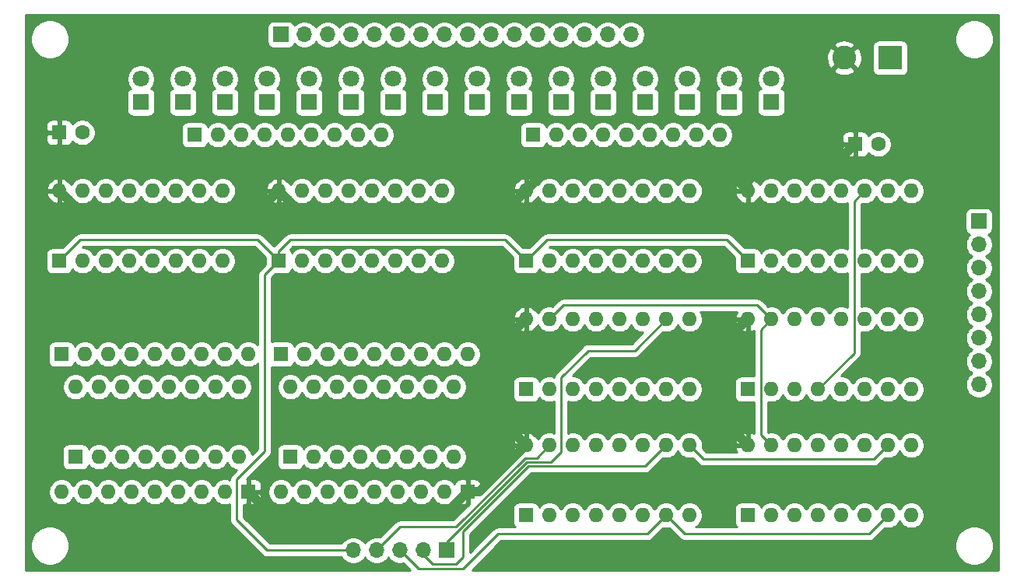
<source format=gbr>
%TF.GenerationSoftware,KiCad,Pcbnew,(5.1.9-0-10_14)*%
%TF.CreationDate,2021-05-18T01:23:57-04:00*%
%TF.ProjectId,RAM,52414d2e-6b69-4636-9164-5f7063625858,rev?*%
%TF.SameCoordinates,Original*%
%TF.FileFunction,Copper,L3,Inr*%
%TF.FilePolarity,Positive*%
%FSLAX46Y46*%
G04 Gerber Fmt 4.6, Leading zero omitted, Abs format (unit mm)*
G04 Created by KiCad (PCBNEW (5.1.9-0-10_14)) date 2021-05-18 01:23:57*
%MOMM*%
%LPD*%
G01*
G04 APERTURE LIST*
%TA.AperFunction,ComponentPad*%
%ADD10O,1.600000X1.600000*%
%TD*%
%TA.AperFunction,ComponentPad*%
%ADD11R,1.600000X1.600000*%
%TD*%
%TA.AperFunction,ComponentPad*%
%ADD12O,1.700000X1.700000*%
%TD*%
%TA.AperFunction,ComponentPad*%
%ADD13R,1.700000X1.700000*%
%TD*%
%TA.AperFunction,ComponentPad*%
%ADD14C,1.600000*%
%TD*%
%TA.AperFunction,ComponentPad*%
%ADD15C,2.600000*%
%TD*%
%TA.AperFunction,ComponentPad*%
%ADD16R,2.600000X2.600000*%
%TD*%
%TA.AperFunction,ComponentPad*%
%ADD17C,1.800000*%
%TD*%
%TA.AperFunction,ComponentPad*%
%ADD18R,1.800000X1.800000*%
%TD*%
%TA.AperFunction,Conductor*%
%ADD19C,0.250000*%
%TD*%
%TA.AperFunction,Conductor*%
%ADD20C,1.000000*%
%TD*%
%TA.AperFunction,Conductor*%
%ADD21C,0.254000*%
%TD*%
%TA.AperFunction,Conductor*%
%ADD22C,0.100000*%
%TD*%
G04 APERTURE END LIST*
D10*
%TO.N,VCC*%
%TO.C,U3*%
X90424000Y-91694000D03*
%TO.N,GND*%
X108204000Y-99314000D03*
%TO.N,/MAR_RESET*%
X92964000Y-91694000D03*
%TO.N,/CLOCK*%
X105664000Y-99314000D03*
%TO.N,Net-(J2-Pad8)*%
X95504000Y-91694000D03*
%TO.N,/MAR_11*%
X103124000Y-99314000D03*
%TO.N,Net-(J2-Pad7)*%
X98044000Y-91694000D03*
%TO.N,/MAR_10*%
X100584000Y-99314000D03*
%TO.N,Net-(J2-Pad6)*%
X100584000Y-91694000D03*
%TO.N,/MAR_09*%
X98044000Y-99314000D03*
%TO.N,Net-(J2-Pad5)*%
X103124000Y-91694000D03*
%TO.N,/MAR_08*%
X95504000Y-99314000D03*
%TO.N,/MAR2_IN*%
X105664000Y-91694000D03*
%TO.N,GND*%
X92964000Y-99314000D03*
%TO.N,/MAR2_IN*%
X108204000Y-91694000D03*
D11*
%TO.N,GND*%
X90424000Y-99314000D03*
%TD*%
D12*
%TO.N,/PROGRAM_MODE*%
%TO.C,J4*%
X71628000Y-116840000D03*
%TO.N,/MAR_RESET*%
X74168000Y-116840000D03*
%TO.N,/CLOCK*%
X76708000Y-116840000D03*
%TO.N,/MAR1_IN*%
X79248000Y-116840000D03*
D13*
%TO.N,/MAR2_IN*%
X81788000Y-116840000D03*
%TD*%
D14*
%TO.N,GND*%
%TO.C,C3*%
X128738000Y-72644000D03*
D11*
%TO.N,VCC*%
X126238000Y-72644000D03*
%TD*%
D14*
%TO.N,GND*%
%TO.C,C2*%
X42124000Y-71374000D03*
D11*
%TO.N,VCC*%
X39624000Y-71374000D03*
%TD*%
D15*
%TO.N,VCC*%
%TO.C,J3*%
X125048000Y-63246000D03*
D16*
%TO.N,GND*%
X130048000Y-63246000D03*
%TD*%
D10*
%TO.N,VCC*%
%TO.C,U8*%
X114554000Y-77724000D03*
%TO.N,GND*%
X132334000Y-85344000D03*
X117094000Y-77724000D03*
%TO.N,/MEM_ADR_14*%
X129794000Y-85344000D03*
%TO.N,/MAR_12*%
X119634000Y-77724000D03*
%TO.N,/MANUAL_MEM_ADR_14*%
X127254000Y-85344000D03*
%TO.N,/MANUAL_MEM_ADR_12*%
X122174000Y-77724000D03*
%TO.N,/MAR_14*%
X124714000Y-85344000D03*
%TO.N,/MEM_ADR_12*%
X124714000Y-77724000D03*
%TO.N,/MEM_ADR_15*%
X122174000Y-85344000D03*
%TO.N,/MAR_13*%
X127254000Y-77724000D03*
%TO.N,/MANUAL_MEM_ADR_15*%
X119634000Y-85344000D03*
%TO.N,/MANUAL_MEM_ADR_13*%
X129794000Y-77724000D03*
%TO.N,/MAR_15*%
X117094000Y-85344000D03*
%TO.N,/MEM_ADR_13*%
X132334000Y-77724000D03*
D11*
%TO.N,/PROGRAM_MODE*%
X114554000Y-85344000D03*
%TD*%
D10*
%TO.N,VCC*%
%TO.C,U7*%
X114554000Y-105410000D03*
%TO.N,GND*%
X132334000Y-113030000D03*
%TO.N,/MAR_RESET*%
X117094000Y-105410000D03*
%TO.N,/CLOCK*%
X129794000Y-113030000D03*
%TO.N,Net-(J2-Pad8)*%
X119634000Y-105410000D03*
%TO.N,/MAR_03*%
X127254000Y-113030000D03*
%TO.N,Net-(J2-Pad7)*%
X122174000Y-105410000D03*
%TO.N,/MAR_02*%
X124714000Y-113030000D03*
%TO.N,Net-(J2-Pad6)*%
X124714000Y-105410000D03*
%TO.N,/MAR_01*%
X122174000Y-113030000D03*
%TO.N,Net-(J2-Pad5)*%
X127254000Y-105410000D03*
%TO.N,/MAR_00*%
X119634000Y-113030000D03*
%TO.N,/MAR1_IN*%
X129794000Y-105410000D03*
%TO.N,GND*%
X117094000Y-113030000D03*
%TO.N,/MAR1_IN*%
X132334000Y-105410000D03*
D11*
%TO.N,GND*%
X114554000Y-113030000D03*
%TD*%
D10*
%TO.N,VCC*%
%TO.C,U6*%
X90424000Y-105410000D03*
%TO.N,GND*%
X108204000Y-113030000D03*
%TO.N,/MAR_RESET*%
X92964000Y-105410000D03*
%TO.N,/CLOCK*%
X105664000Y-113030000D03*
%TO.N,Net-(J2-Pad4)*%
X95504000Y-105410000D03*
%TO.N,/MAR_07*%
X103124000Y-113030000D03*
%TO.N,Net-(J2-Pad3)*%
X98044000Y-105410000D03*
%TO.N,/MAR_06*%
X100584000Y-113030000D03*
%TO.N,Net-(J2-Pad2)*%
X100584000Y-105410000D03*
%TO.N,/MAR_05*%
X98044000Y-113030000D03*
%TO.N,Net-(J2-Pad1)*%
X103124000Y-105410000D03*
%TO.N,/MAR_04*%
X95504000Y-113030000D03*
%TO.N,/MAR1_IN*%
X105664000Y-105410000D03*
%TO.N,GND*%
X92964000Y-113030000D03*
%TO.N,/MAR1_IN*%
X108204000Y-105410000D03*
D11*
%TO.N,GND*%
X90424000Y-113030000D03*
%TD*%
D10*
%TO.N,VCC*%
%TO.C,U5*%
X90424000Y-77724000D03*
%TO.N,GND*%
X108204000Y-85344000D03*
X92964000Y-77724000D03*
%TO.N,/MEM_ADR_10*%
X105664000Y-85344000D03*
%TO.N,/MAR_08*%
X95504000Y-77724000D03*
%TO.N,/MANUAL_MEM_ADR_10*%
X103124000Y-85344000D03*
%TO.N,/MANUAL_MEM_ADR_08*%
X98044000Y-77724000D03*
%TO.N,/MAR_10*%
X100584000Y-85344000D03*
%TO.N,/MEM_ADR_08*%
X100584000Y-77724000D03*
%TO.N,/MEM_ADR_11*%
X98044000Y-85344000D03*
%TO.N,/MAR_09*%
X103124000Y-77724000D03*
%TO.N,/MANUAL_MEM_ADR_11*%
X95504000Y-85344000D03*
%TO.N,/MANUAL_MEM_ADR_09*%
X105664000Y-77724000D03*
%TO.N,/MAR_11*%
X92964000Y-85344000D03*
%TO.N,/MEM_ADR_09*%
X108204000Y-77724000D03*
D11*
%TO.N,/PROGRAM_MODE*%
X90424000Y-85344000D03*
%TD*%
D10*
%TO.N,VCC*%
%TO.C,U4*%
X63500000Y-77724000D03*
%TO.N,GND*%
X81280000Y-85344000D03*
X66040000Y-77724000D03*
%TO.N,/MEM_ADR_06*%
X78740000Y-85344000D03*
%TO.N,/MAR_04*%
X68580000Y-77724000D03*
%TO.N,/MANUAL_MEM_ADR_06*%
X76200000Y-85344000D03*
%TO.N,/MANUAL_MEM_ADR_04*%
X71120000Y-77724000D03*
%TO.N,/MAR_06*%
X73660000Y-85344000D03*
%TO.N,/MEM_ADR_04*%
X73660000Y-77724000D03*
%TO.N,/MEM_ADR_07*%
X71120000Y-85344000D03*
%TO.N,/MAR_05*%
X76200000Y-77724000D03*
%TO.N,/MANUAL_MEM_ADR_07*%
X68580000Y-85344000D03*
%TO.N,/MANUAL_MEM_ADR_05*%
X78740000Y-77724000D03*
%TO.N,/MAR_07*%
X66040000Y-85344000D03*
%TO.N,/MEM_ADR_05*%
X81280000Y-77724000D03*
D11*
%TO.N,/PROGRAM_MODE*%
X63500000Y-85344000D03*
%TD*%
D10*
%TO.N,VCC*%
%TO.C,U2*%
X114554000Y-91694000D03*
%TO.N,GND*%
X132334000Y-99314000D03*
%TO.N,/MAR_RESET*%
X117094000Y-91694000D03*
%TO.N,/CLOCK*%
X129794000Y-99314000D03*
%TO.N,Net-(J2-Pad4)*%
X119634000Y-91694000D03*
%TO.N,/MAR_15*%
X127254000Y-99314000D03*
%TO.N,Net-(J2-Pad3)*%
X122174000Y-91694000D03*
%TO.N,/MAR_14*%
X124714000Y-99314000D03*
%TO.N,Net-(J2-Pad2)*%
X124714000Y-91694000D03*
%TO.N,/MAR_13*%
X122174000Y-99314000D03*
%TO.N,Net-(J2-Pad1)*%
X127254000Y-91694000D03*
%TO.N,/MAR_12*%
X119634000Y-99314000D03*
%TO.N,/MAR2_IN*%
X129794000Y-91694000D03*
%TO.N,GND*%
X117094000Y-99314000D03*
%TO.N,/MAR2_IN*%
X132334000Y-91694000D03*
D11*
%TO.N,GND*%
X114554000Y-99314000D03*
%TD*%
D10*
%TO.N,VCC*%
%TO.C,U1*%
X39624000Y-77724000D03*
%TO.N,GND*%
X57404000Y-85344000D03*
X42164000Y-77724000D03*
%TO.N,/MEM_ADR_02*%
X54864000Y-85344000D03*
%TO.N,/MAR_00*%
X44704000Y-77724000D03*
%TO.N,/MANUAL_MEM_ADR_02*%
X52324000Y-85344000D03*
%TO.N,/MANUAL_MEM_ADR_00*%
X47244000Y-77724000D03*
%TO.N,/MAR_02*%
X49784000Y-85344000D03*
%TO.N,/MEM_ADR_00*%
X49784000Y-77724000D03*
%TO.N,/MEM_ADR_03*%
X47244000Y-85344000D03*
%TO.N,/MAR_01*%
X52324000Y-77724000D03*
%TO.N,/MANUAL_MEM_ADR_03*%
X44704000Y-85344000D03*
%TO.N,/MANUAL_MEM_ADR_01*%
X54864000Y-77724000D03*
%TO.N,/MAR_03*%
X42164000Y-85344000D03*
%TO.N,/MEM_ADR_01*%
X57404000Y-77724000D03*
D11*
%TO.N,/PROGRAM_MODE*%
X39624000Y-85344000D03*
%TD*%
D10*
%TO.N,/MANUAL_MEM_ADR_00*%
%TO.C,SW2*%
X41402000Y-99060000D03*
%TO.N,Net-(RN7-Pad2)*%
X59182000Y-106680000D03*
%TO.N,/MANUAL_MEM_ADR_01*%
X43942000Y-99060000D03*
%TO.N,Net-(RN7-Pad3)*%
X56642000Y-106680000D03*
%TO.N,/MANUAL_MEM_ADR_02*%
X46482000Y-99060000D03*
%TO.N,Net-(RN7-Pad4)*%
X54102000Y-106680000D03*
%TO.N,/MANUAL_MEM_ADR_03*%
X49022000Y-99060000D03*
%TO.N,Net-(RN7-Pad5)*%
X51562000Y-106680000D03*
%TO.N,/MANUAL_MEM_ADR_04*%
X51562000Y-99060000D03*
%TO.N,Net-(RN7-Pad6)*%
X49022000Y-106680000D03*
%TO.N,/MANUAL_MEM_ADR_05*%
X54102000Y-99060000D03*
%TO.N,Net-(RN7-Pad7)*%
X46482000Y-106680000D03*
%TO.N,/MANUAL_MEM_ADR_06*%
X56642000Y-99060000D03*
%TO.N,Net-(RN7-Pad8)*%
X43942000Y-106680000D03*
%TO.N,/MANUAL_MEM_ADR_07*%
X59182000Y-99060000D03*
D11*
%TO.N,Net-(RN7-Pad9)*%
X41402000Y-106680000D03*
%TD*%
D10*
%TO.N,/MANUAL_MEM_ADR_08*%
%TO.C,SW1*%
X64770000Y-99060000D03*
%TO.N,Net-(RN5-Pad2)*%
X82550000Y-106680000D03*
%TO.N,/MANUAL_MEM_ADR_09*%
X67310000Y-99060000D03*
%TO.N,Net-(RN5-Pad3)*%
X80010000Y-106680000D03*
%TO.N,/MANUAL_MEM_ADR_10*%
X69850000Y-99060000D03*
%TO.N,Net-(RN5-Pad4)*%
X77470000Y-106680000D03*
%TO.N,/MANUAL_MEM_ADR_11*%
X72390000Y-99060000D03*
%TO.N,Net-(RN5-Pad5)*%
X74930000Y-106680000D03*
%TO.N,/MANUAL_MEM_ADR_12*%
X74930000Y-99060000D03*
%TO.N,Net-(RN5-Pad6)*%
X72390000Y-106680000D03*
%TO.N,/MANUAL_MEM_ADR_13*%
X77470000Y-99060000D03*
%TO.N,Net-(RN5-Pad7)*%
X69850000Y-106680000D03*
%TO.N,/MANUAL_MEM_ADR_14*%
X80010000Y-99060000D03*
%TO.N,Net-(RN5-Pad8)*%
X67310000Y-106680000D03*
%TO.N,/MANUAL_MEM_ADR_15*%
X82550000Y-99060000D03*
D11*
%TO.N,Net-(RN5-Pad9)*%
X64770000Y-106680000D03*
%TD*%
D10*
%TO.N,Net-(RN7-Pad9)*%
%TO.C,RN7*%
X39878000Y-110490000D03*
%TO.N,Net-(RN7-Pad8)*%
X42418000Y-110490000D03*
%TO.N,Net-(RN7-Pad7)*%
X44958000Y-110490000D03*
%TO.N,Net-(RN7-Pad6)*%
X47498000Y-110490000D03*
%TO.N,Net-(RN7-Pad5)*%
X50038000Y-110490000D03*
%TO.N,Net-(RN7-Pad4)*%
X52578000Y-110490000D03*
%TO.N,Net-(RN7-Pad3)*%
X55118000Y-110490000D03*
%TO.N,Net-(RN7-Pad2)*%
X57658000Y-110490000D03*
D11*
%TO.N,VCC*%
X60198000Y-110490000D03*
%TD*%
D10*
%TO.N,/MANUAL_MEM_ADR_07*%
%TO.C,RN6*%
X60198000Y-95504000D03*
%TO.N,/MANUAL_MEM_ADR_06*%
X57658000Y-95504000D03*
%TO.N,/MANUAL_MEM_ADR_05*%
X55118000Y-95504000D03*
%TO.N,/MANUAL_MEM_ADR_04*%
X52578000Y-95504000D03*
%TO.N,/MANUAL_MEM_ADR_03*%
X50038000Y-95504000D03*
%TO.N,/MANUAL_MEM_ADR_02*%
X47498000Y-95504000D03*
%TO.N,/MANUAL_MEM_ADR_01*%
X44958000Y-95504000D03*
%TO.N,/MANUAL_MEM_ADR_00*%
X42418000Y-95504000D03*
D11*
%TO.N,GND*%
X39878000Y-95504000D03*
%TD*%
D10*
%TO.N,Net-(RN5-Pad9)*%
%TO.C,RN5*%
X63754000Y-110490000D03*
%TO.N,Net-(RN5-Pad8)*%
X66294000Y-110490000D03*
%TO.N,Net-(RN5-Pad7)*%
X68834000Y-110490000D03*
%TO.N,Net-(RN5-Pad6)*%
X71374000Y-110490000D03*
%TO.N,Net-(RN5-Pad5)*%
X73914000Y-110490000D03*
%TO.N,Net-(RN5-Pad4)*%
X76454000Y-110490000D03*
%TO.N,Net-(RN5-Pad3)*%
X78994000Y-110490000D03*
%TO.N,Net-(RN5-Pad2)*%
X81534000Y-110490000D03*
D11*
%TO.N,VCC*%
X84074000Y-110490000D03*
%TD*%
D10*
%TO.N,/MANUAL_MEM_ADR_15*%
%TO.C,RN4*%
X84074000Y-95504000D03*
%TO.N,/MANUAL_MEM_ADR_14*%
X81534000Y-95504000D03*
%TO.N,/MANUAL_MEM_ADR_13*%
X78994000Y-95504000D03*
%TO.N,/MANUAL_MEM_ADR_12*%
X76454000Y-95504000D03*
%TO.N,/MANUAL_MEM_ADR_11*%
X73914000Y-95504000D03*
%TO.N,/MANUAL_MEM_ADR_10*%
X71374000Y-95504000D03*
%TO.N,/MANUAL_MEM_ADR_09*%
X68834000Y-95504000D03*
%TO.N,/MANUAL_MEM_ADR_08*%
X66294000Y-95504000D03*
D11*
%TO.N,GND*%
X63754000Y-95504000D03*
%TD*%
D10*
%TO.N,Net-(D9-Pad1)*%
%TO.C,RN2*%
X74676000Y-71628000D03*
%TO.N,Net-(D10-Pad1)*%
X72136000Y-71628000D03*
%TO.N,Net-(D11-Pad1)*%
X69596000Y-71628000D03*
%TO.N,Net-(D12-Pad1)*%
X67056000Y-71628000D03*
%TO.N,Net-(D13-Pad1)*%
X64516000Y-71628000D03*
%TO.N,Net-(D14-Pad1)*%
X61976000Y-71628000D03*
%TO.N,Net-(D15-Pad1)*%
X59436000Y-71628000D03*
%TO.N,Net-(D16-Pad1)*%
X56896000Y-71628000D03*
D11*
%TO.N,GND*%
X54356000Y-71628000D03*
%TD*%
D10*
%TO.N,Net-(D1-Pad1)*%
%TO.C,RN1*%
X111506000Y-71628000D03*
%TO.N,Net-(D2-Pad1)*%
X108966000Y-71628000D03*
%TO.N,Net-(D3-Pad1)*%
X106426000Y-71628000D03*
%TO.N,Net-(D4-Pad1)*%
X103886000Y-71628000D03*
%TO.N,Net-(D5-Pad1)*%
X101346000Y-71628000D03*
%TO.N,Net-(D6-Pad1)*%
X98806000Y-71628000D03*
%TO.N,Net-(D7-Pad1)*%
X96266000Y-71628000D03*
%TO.N,Net-(D8-Pad1)*%
X93726000Y-71628000D03*
D11*
%TO.N,GND*%
X91186000Y-71628000D03*
%TD*%
D12*
%TO.N,Net-(J2-Pad8)*%
%TO.C,J2*%
X139700000Y-98806000D03*
%TO.N,Net-(J2-Pad7)*%
X139700000Y-96266000D03*
%TO.N,Net-(J2-Pad6)*%
X139700000Y-93726000D03*
%TO.N,Net-(J2-Pad5)*%
X139700000Y-91186000D03*
%TO.N,Net-(J2-Pad4)*%
X139700000Y-88646000D03*
%TO.N,Net-(J2-Pad3)*%
X139700000Y-86106000D03*
%TO.N,Net-(J2-Pad2)*%
X139700000Y-83566000D03*
D13*
%TO.N,Net-(J2-Pad1)*%
X139700000Y-81026000D03*
%TD*%
D12*
%TO.N,/MEM_ADR_15*%
%TO.C,J1*%
X101854000Y-60706000D03*
%TO.N,/MEM_ADR_14*%
X99314000Y-60706000D03*
%TO.N,/MEM_ADR_13*%
X96774000Y-60706000D03*
%TO.N,/MEM_ADR_12*%
X94234000Y-60706000D03*
%TO.N,/MEM_ADR_11*%
X91694000Y-60706000D03*
%TO.N,/MEM_ADR_10*%
X89154000Y-60706000D03*
%TO.N,/MEM_ADR_09*%
X86614000Y-60706000D03*
%TO.N,/MEM_ADR_08*%
X84074000Y-60706000D03*
%TO.N,/MEM_ADR_07*%
X81534000Y-60706000D03*
%TO.N,/MEM_ADR_06*%
X78994000Y-60706000D03*
%TO.N,/MEM_ADR_05*%
X76454000Y-60706000D03*
%TO.N,/MEM_ADR_04*%
X73914000Y-60706000D03*
%TO.N,/MEM_ADR_03*%
X71374000Y-60706000D03*
%TO.N,/MEM_ADR_02*%
X68834000Y-60706000D03*
%TO.N,/MEM_ADR_01*%
X66294000Y-60706000D03*
D13*
%TO.N,/MEM_ADR_00*%
X63754000Y-60706000D03*
%TD*%
D17*
%TO.N,/MEM_ADR_00*%
%TO.C,D16*%
X48514000Y-65532000D03*
D18*
%TO.N,Net-(D16-Pad1)*%
X48514000Y-68072000D03*
%TD*%
D17*
%TO.N,/MEM_ADR_01*%
%TO.C,D15*%
X53086000Y-65532000D03*
D18*
%TO.N,Net-(D15-Pad1)*%
X53086000Y-68072000D03*
%TD*%
D17*
%TO.N,/MEM_ADR_02*%
%TO.C,D14*%
X57658000Y-65532000D03*
D18*
%TO.N,Net-(D14-Pad1)*%
X57658000Y-68072000D03*
%TD*%
D17*
%TO.N,/MEM_ADR_03*%
%TO.C,D13*%
X62230000Y-65532000D03*
D18*
%TO.N,Net-(D13-Pad1)*%
X62230000Y-68072000D03*
%TD*%
D17*
%TO.N,/MEM_ADR_04*%
%TO.C,D12*%
X66802000Y-65532000D03*
D18*
%TO.N,Net-(D12-Pad1)*%
X66802000Y-68072000D03*
%TD*%
D17*
%TO.N,/MEM_ADR_05*%
%TO.C,D11*%
X71374000Y-65532000D03*
D18*
%TO.N,Net-(D11-Pad1)*%
X71374000Y-68072000D03*
%TD*%
D17*
%TO.N,/MEM_ADR_06*%
%TO.C,D10*%
X75946000Y-65532000D03*
D18*
%TO.N,Net-(D10-Pad1)*%
X75946000Y-68072000D03*
%TD*%
D17*
%TO.N,/MEM_ADR_07*%
%TO.C,D9*%
X80518000Y-65532000D03*
D18*
%TO.N,Net-(D9-Pad1)*%
X80518000Y-68072000D03*
%TD*%
D17*
%TO.N,/MEM_ADR_08*%
%TO.C,D8*%
X85090000Y-65532000D03*
D18*
%TO.N,Net-(D8-Pad1)*%
X85090000Y-68072000D03*
%TD*%
D17*
%TO.N,/MEM_ADR_09*%
%TO.C,D7*%
X89662000Y-65532000D03*
D18*
%TO.N,Net-(D7-Pad1)*%
X89662000Y-68072000D03*
%TD*%
D17*
%TO.N,/MEM_ADR_10*%
%TO.C,D6*%
X94234000Y-65532000D03*
D18*
%TO.N,Net-(D6-Pad1)*%
X94234000Y-68072000D03*
%TD*%
D17*
%TO.N,/MEM_ADR_11*%
%TO.C,D5*%
X98806000Y-65532000D03*
D18*
%TO.N,Net-(D5-Pad1)*%
X98806000Y-68072000D03*
%TD*%
D17*
%TO.N,/MEM_ADR_12*%
%TO.C,D4*%
X103378000Y-65532000D03*
D18*
%TO.N,Net-(D4-Pad1)*%
X103378000Y-68072000D03*
%TD*%
D17*
%TO.N,/MEM_ADR_13*%
%TO.C,D3*%
X107950000Y-65532000D03*
D18*
%TO.N,Net-(D3-Pad1)*%
X107950000Y-68072000D03*
%TD*%
D17*
%TO.N,/MEM_ADR_14*%
%TO.C,D2*%
X112522000Y-65532000D03*
D18*
%TO.N,Net-(D2-Pad1)*%
X112522000Y-68072000D03*
%TD*%
D17*
%TO.N,/MEM_ADR_15*%
%TO.C,D1*%
X117094000Y-65532000D03*
D18*
%TO.N,Net-(D1-Pad1)*%
X117094000Y-68072000D03*
%TD*%
D19*
%TO.N,/MAR2_IN*%
X93160011Y-107245989D02*
X90491600Y-107245989D01*
X81788000Y-115949589D02*
X81788000Y-116840000D01*
X94234000Y-106172000D02*
X93160011Y-107245989D01*
X90491600Y-107245989D02*
X81788000Y-115949589D01*
X94234000Y-98044000D02*
X94234000Y-106172000D01*
X97172999Y-95105001D02*
X94234000Y-98044000D01*
X102252999Y-95105001D02*
X97172999Y-95105001D01*
X105664000Y-91694000D02*
X102252999Y-95105001D01*
%TO.N,/MAR1_IN*%
X108204000Y-105410000D02*
X109728000Y-106934000D01*
X128270000Y-106934000D02*
X129794000Y-105410000D01*
X109728000Y-106934000D02*
X128270000Y-106934000D01*
X80264000Y-118364000D02*
X79248000Y-117348000D01*
X82804000Y-118364000D02*
X80264000Y-118364000D01*
X90678000Y-107696000D02*
X83566000Y-114808000D01*
X83566000Y-114808000D02*
X83566000Y-117602000D01*
X103378000Y-107696000D02*
X90678000Y-107696000D01*
X79248000Y-117348000D02*
X79248000Y-116840000D01*
X83566000Y-117602000D02*
X82804000Y-118364000D01*
X105664000Y-105410000D02*
X103378000Y-107696000D01*
%TO.N,/MAR_RESET*%
X115968999Y-104284999D02*
X115968999Y-92819001D01*
X117094000Y-105410000D02*
X115968999Y-104284999D01*
X115968999Y-92819001D02*
X117094000Y-91694000D01*
X117094000Y-91694000D02*
X115570000Y-90170000D01*
X94488000Y-90170000D02*
X92964000Y-91694000D01*
X115570000Y-90170000D02*
X94488000Y-90170000D01*
X76708000Y-114300000D02*
X74168000Y-116840000D01*
X91578022Y-106795978D02*
X90305200Y-106795978D01*
X90305200Y-106795978D02*
X82801178Y-114300000D01*
X92964000Y-105410000D02*
X91578022Y-106795978D01*
X82801178Y-114300000D02*
X76708000Y-114300000D01*
%TO.N,/CLOCK*%
X105664000Y-113030000D02*
X107696000Y-115062000D01*
X127762000Y-115062000D02*
X129794000Y-113030000D01*
X107696000Y-115062000D02*
X127762000Y-115062000D01*
X78740000Y-118872000D02*
X76708000Y-116840000D01*
X83566000Y-118872000D02*
X78740000Y-118872000D01*
X87376000Y-115062000D02*
X83566000Y-118872000D01*
X103632000Y-115062000D02*
X87376000Y-115062000D01*
X105664000Y-113030000D02*
X103632000Y-115062000D01*
D20*
%TO.N,VCC*%
X116078000Y-75184000D02*
X114554000Y-76708000D01*
X123698000Y-75184000D02*
X116078000Y-75184000D01*
X114554000Y-76708000D02*
X114554000Y-77724000D01*
X126238000Y-72644000D02*
X123698000Y-75184000D01*
X90424000Y-77724000D02*
X92202000Y-75946000D01*
X112776000Y-75946000D02*
X114554000Y-77724000D01*
X92202000Y-75946000D02*
X112776000Y-75946000D01*
X112776000Y-93472000D02*
X112776000Y-103632000D01*
X112776000Y-103632000D02*
X114554000Y-105410000D01*
X114554000Y-91694000D02*
X112776000Y-93472000D01*
X63500000Y-77724000D02*
X65786000Y-80010000D01*
X88138000Y-80010000D02*
X90424000Y-77724000D01*
X65786000Y-80010000D02*
X88138000Y-80010000D01*
X63500000Y-77724000D02*
X61214000Y-80010000D01*
X41910000Y-80010000D02*
X39624000Y-77724000D01*
X61214000Y-80010000D02*
X41910000Y-80010000D01*
X60198000Y-110490000D02*
X62230000Y-112522000D01*
X82042000Y-112522000D02*
X84074000Y-110490000D01*
X62230000Y-112522000D02*
X82042000Y-112522000D01*
X90424000Y-105410000D02*
X85344000Y-110490000D01*
X85344000Y-110490000D02*
X84074000Y-110490000D01*
X90424000Y-91694000D02*
X88646000Y-93472000D01*
X88646000Y-103632000D02*
X90424000Y-105410000D01*
X88646000Y-93472000D02*
X88646000Y-103632000D01*
D19*
%TO.N,/MAR_13*%
X126128999Y-95359001D02*
X122174000Y-99314000D01*
X126128999Y-78849001D02*
X126128999Y-95359001D01*
X127254000Y-77724000D02*
X126128999Y-78849001D01*
%TO.N,/PROGRAM_MODE*%
X61214000Y-83058000D02*
X63500000Y-85344000D01*
X41910000Y-83058000D02*
X61214000Y-83058000D01*
X39624000Y-85344000D02*
X41910000Y-83058000D01*
X63500000Y-84294000D02*
X64736000Y-83058000D01*
X63500000Y-85344000D02*
X63500000Y-84294000D01*
X88138000Y-83058000D02*
X90424000Y-85344000D01*
X64736000Y-83058000D02*
X88138000Y-83058000D01*
X112268000Y-83058000D02*
X114554000Y-85344000D01*
X92710000Y-83058000D02*
X112268000Y-83058000D01*
X90424000Y-85344000D02*
X92710000Y-83058000D01*
X62230000Y-116840000D02*
X71628000Y-116840000D01*
X61976000Y-106095499D02*
X58928000Y-109143499D01*
X63500000Y-85344000D02*
X61976000Y-86868000D01*
X61976000Y-86868000D02*
X61976000Y-106095499D01*
X58928000Y-113538000D02*
X62230000Y-116840000D01*
X58928000Y-109143499D02*
X58928000Y-113538000D01*
%TD*%
D21*
%TO.N,VCC*%
X141834001Y-118974000D02*
X84538801Y-118974000D01*
X87391080Y-116121721D01*
X137057000Y-116121721D01*
X137057000Y-116542279D01*
X137139047Y-116954756D01*
X137299988Y-117343302D01*
X137533637Y-117692983D01*
X137831017Y-117990363D01*
X138180698Y-118224012D01*
X138569244Y-118384953D01*
X138981721Y-118467000D01*
X139402279Y-118467000D01*
X139814756Y-118384953D01*
X140203302Y-118224012D01*
X140552983Y-117990363D01*
X140850363Y-117692983D01*
X141084012Y-117343302D01*
X141244953Y-116954756D01*
X141327000Y-116542279D01*
X141327000Y-116121721D01*
X141244953Y-115709244D01*
X141084012Y-115320698D01*
X140850363Y-114971017D01*
X140552983Y-114673637D01*
X140203302Y-114439988D01*
X139814756Y-114279047D01*
X139402279Y-114197000D01*
X138981721Y-114197000D01*
X138569244Y-114279047D01*
X138180698Y-114439988D01*
X137831017Y-114673637D01*
X137533637Y-114971017D01*
X137299988Y-115320698D01*
X137139047Y-115709244D01*
X137057000Y-116121721D01*
X87391080Y-116121721D01*
X87690802Y-115822000D01*
X103594678Y-115822000D01*
X103632000Y-115825676D01*
X103669322Y-115822000D01*
X103669333Y-115822000D01*
X103780986Y-115811003D01*
X103924247Y-115767546D01*
X104056276Y-115696974D01*
X104172001Y-115602001D01*
X104195804Y-115572997D01*
X105340114Y-114428688D01*
X105522665Y-114465000D01*
X105805335Y-114465000D01*
X105987886Y-114428688D01*
X107132201Y-115573003D01*
X107155999Y-115602001D01*
X107184997Y-115625799D01*
X107271723Y-115696974D01*
X107363107Y-115745820D01*
X107403753Y-115767546D01*
X107547014Y-115811003D01*
X107658667Y-115822000D01*
X107658677Y-115822000D01*
X107696000Y-115825676D01*
X107733323Y-115822000D01*
X127724678Y-115822000D01*
X127762000Y-115825676D01*
X127799322Y-115822000D01*
X127799333Y-115822000D01*
X127910986Y-115811003D01*
X128054247Y-115767546D01*
X128186276Y-115696974D01*
X128302001Y-115602001D01*
X128325804Y-115572997D01*
X129470114Y-114428688D01*
X129652665Y-114465000D01*
X129935335Y-114465000D01*
X130212574Y-114409853D01*
X130473727Y-114301680D01*
X130708759Y-114144637D01*
X130908637Y-113944759D01*
X131064000Y-113712241D01*
X131219363Y-113944759D01*
X131419241Y-114144637D01*
X131654273Y-114301680D01*
X131915426Y-114409853D01*
X132192665Y-114465000D01*
X132475335Y-114465000D01*
X132752574Y-114409853D01*
X133013727Y-114301680D01*
X133248759Y-114144637D01*
X133448637Y-113944759D01*
X133605680Y-113709727D01*
X133713853Y-113448574D01*
X133769000Y-113171335D01*
X133769000Y-112888665D01*
X133713853Y-112611426D01*
X133605680Y-112350273D01*
X133448637Y-112115241D01*
X133248759Y-111915363D01*
X133013727Y-111758320D01*
X132752574Y-111650147D01*
X132475335Y-111595000D01*
X132192665Y-111595000D01*
X131915426Y-111650147D01*
X131654273Y-111758320D01*
X131419241Y-111915363D01*
X131219363Y-112115241D01*
X131064000Y-112347759D01*
X130908637Y-112115241D01*
X130708759Y-111915363D01*
X130473727Y-111758320D01*
X130212574Y-111650147D01*
X129935335Y-111595000D01*
X129652665Y-111595000D01*
X129375426Y-111650147D01*
X129114273Y-111758320D01*
X128879241Y-111915363D01*
X128679363Y-112115241D01*
X128524000Y-112347759D01*
X128368637Y-112115241D01*
X128168759Y-111915363D01*
X127933727Y-111758320D01*
X127672574Y-111650147D01*
X127395335Y-111595000D01*
X127112665Y-111595000D01*
X126835426Y-111650147D01*
X126574273Y-111758320D01*
X126339241Y-111915363D01*
X126139363Y-112115241D01*
X125984000Y-112347759D01*
X125828637Y-112115241D01*
X125628759Y-111915363D01*
X125393727Y-111758320D01*
X125132574Y-111650147D01*
X124855335Y-111595000D01*
X124572665Y-111595000D01*
X124295426Y-111650147D01*
X124034273Y-111758320D01*
X123799241Y-111915363D01*
X123599363Y-112115241D01*
X123444000Y-112347759D01*
X123288637Y-112115241D01*
X123088759Y-111915363D01*
X122853727Y-111758320D01*
X122592574Y-111650147D01*
X122315335Y-111595000D01*
X122032665Y-111595000D01*
X121755426Y-111650147D01*
X121494273Y-111758320D01*
X121259241Y-111915363D01*
X121059363Y-112115241D01*
X120904000Y-112347759D01*
X120748637Y-112115241D01*
X120548759Y-111915363D01*
X120313727Y-111758320D01*
X120052574Y-111650147D01*
X119775335Y-111595000D01*
X119492665Y-111595000D01*
X119215426Y-111650147D01*
X118954273Y-111758320D01*
X118719241Y-111915363D01*
X118519363Y-112115241D01*
X118364000Y-112347759D01*
X118208637Y-112115241D01*
X118008759Y-111915363D01*
X117773727Y-111758320D01*
X117512574Y-111650147D01*
X117235335Y-111595000D01*
X116952665Y-111595000D01*
X116675426Y-111650147D01*
X116414273Y-111758320D01*
X116179241Y-111915363D01*
X115980643Y-112113961D01*
X115979812Y-112105518D01*
X115943502Y-111985820D01*
X115884537Y-111875506D01*
X115805185Y-111778815D01*
X115708494Y-111699463D01*
X115598180Y-111640498D01*
X115478482Y-111604188D01*
X115354000Y-111591928D01*
X113754000Y-111591928D01*
X113629518Y-111604188D01*
X113509820Y-111640498D01*
X113399506Y-111699463D01*
X113302815Y-111778815D01*
X113223463Y-111875506D01*
X113164498Y-111985820D01*
X113128188Y-112105518D01*
X113115928Y-112230000D01*
X113115928Y-113830000D01*
X113128188Y-113954482D01*
X113164498Y-114074180D01*
X113223463Y-114184494D01*
X113302815Y-114281185D01*
X113328178Y-114302000D01*
X108882954Y-114302000D01*
X108883727Y-114301680D01*
X109118759Y-114144637D01*
X109318637Y-113944759D01*
X109475680Y-113709727D01*
X109583853Y-113448574D01*
X109639000Y-113171335D01*
X109639000Y-112888665D01*
X109583853Y-112611426D01*
X109475680Y-112350273D01*
X109318637Y-112115241D01*
X109118759Y-111915363D01*
X108883727Y-111758320D01*
X108622574Y-111650147D01*
X108345335Y-111595000D01*
X108062665Y-111595000D01*
X107785426Y-111650147D01*
X107524273Y-111758320D01*
X107289241Y-111915363D01*
X107089363Y-112115241D01*
X106934000Y-112347759D01*
X106778637Y-112115241D01*
X106578759Y-111915363D01*
X106343727Y-111758320D01*
X106082574Y-111650147D01*
X105805335Y-111595000D01*
X105522665Y-111595000D01*
X105245426Y-111650147D01*
X104984273Y-111758320D01*
X104749241Y-111915363D01*
X104549363Y-112115241D01*
X104394000Y-112347759D01*
X104238637Y-112115241D01*
X104038759Y-111915363D01*
X103803727Y-111758320D01*
X103542574Y-111650147D01*
X103265335Y-111595000D01*
X102982665Y-111595000D01*
X102705426Y-111650147D01*
X102444273Y-111758320D01*
X102209241Y-111915363D01*
X102009363Y-112115241D01*
X101854000Y-112347759D01*
X101698637Y-112115241D01*
X101498759Y-111915363D01*
X101263727Y-111758320D01*
X101002574Y-111650147D01*
X100725335Y-111595000D01*
X100442665Y-111595000D01*
X100165426Y-111650147D01*
X99904273Y-111758320D01*
X99669241Y-111915363D01*
X99469363Y-112115241D01*
X99314000Y-112347759D01*
X99158637Y-112115241D01*
X98958759Y-111915363D01*
X98723727Y-111758320D01*
X98462574Y-111650147D01*
X98185335Y-111595000D01*
X97902665Y-111595000D01*
X97625426Y-111650147D01*
X97364273Y-111758320D01*
X97129241Y-111915363D01*
X96929363Y-112115241D01*
X96774000Y-112347759D01*
X96618637Y-112115241D01*
X96418759Y-111915363D01*
X96183727Y-111758320D01*
X95922574Y-111650147D01*
X95645335Y-111595000D01*
X95362665Y-111595000D01*
X95085426Y-111650147D01*
X94824273Y-111758320D01*
X94589241Y-111915363D01*
X94389363Y-112115241D01*
X94234000Y-112347759D01*
X94078637Y-112115241D01*
X93878759Y-111915363D01*
X93643727Y-111758320D01*
X93382574Y-111650147D01*
X93105335Y-111595000D01*
X92822665Y-111595000D01*
X92545426Y-111650147D01*
X92284273Y-111758320D01*
X92049241Y-111915363D01*
X91850643Y-112113961D01*
X91849812Y-112105518D01*
X91813502Y-111985820D01*
X91754537Y-111875506D01*
X91675185Y-111778815D01*
X91578494Y-111699463D01*
X91468180Y-111640498D01*
X91348482Y-111604188D01*
X91224000Y-111591928D01*
X89624000Y-111591928D01*
X89499518Y-111604188D01*
X89379820Y-111640498D01*
X89269506Y-111699463D01*
X89172815Y-111778815D01*
X89093463Y-111875506D01*
X89034498Y-111985820D01*
X88998188Y-112105518D01*
X88985928Y-112230000D01*
X88985928Y-113830000D01*
X88998188Y-113954482D01*
X89034498Y-114074180D01*
X89093463Y-114184494D01*
X89172815Y-114281185D01*
X89198178Y-114302000D01*
X87413325Y-114302000D01*
X87376000Y-114298324D01*
X87338675Y-114302000D01*
X87338667Y-114302000D01*
X87227014Y-114312997D01*
X87083753Y-114356454D01*
X86951724Y-114427026D01*
X86835999Y-114521999D01*
X86812201Y-114550997D01*
X84326000Y-117037199D01*
X84326000Y-115122801D01*
X90992802Y-108456000D01*
X103340678Y-108456000D01*
X103378000Y-108459676D01*
X103415322Y-108456000D01*
X103415333Y-108456000D01*
X103526986Y-108445003D01*
X103670247Y-108401546D01*
X103802276Y-108330974D01*
X103918001Y-108236001D01*
X103941804Y-108206997D01*
X105340114Y-106808688D01*
X105522665Y-106845000D01*
X105805335Y-106845000D01*
X106082574Y-106789853D01*
X106343727Y-106681680D01*
X106578759Y-106524637D01*
X106778637Y-106324759D01*
X106934000Y-106092241D01*
X107089363Y-106324759D01*
X107289241Y-106524637D01*
X107524273Y-106681680D01*
X107785426Y-106789853D01*
X108062665Y-106845000D01*
X108345335Y-106845000D01*
X108527886Y-106808688D01*
X109164205Y-107445008D01*
X109187999Y-107474001D01*
X109216992Y-107497795D01*
X109216996Y-107497799D01*
X109274487Y-107544980D01*
X109303724Y-107568974D01*
X109435753Y-107639546D01*
X109579014Y-107683003D01*
X109690667Y-107694000D01*
X109690676Y-107694000D01*
X109727999Y-107697676D01*
X109765322Y-107694000D01*
X128232678Y-107694000D01*
X128270000Y-107697676D01*
X128307322Y-107694000D01*
X128307333Y-107694000D01*
X128418986Y-107683003D01*
X128562247Y-107639546D01*
X128694276Y-107568974D01*
X128810001Y-107474001D01*
X128833803Y-107444998D01*
X129470114Y-106808688D01*
X129652665Y-106845000D01*
X129935335Y-106845000D01*
X130212574Y-106789853D01*
X130473727Y-106681680D01*
X130708759Y-106524637D01*
X130908637Y-106324759D01*
X131064000Y-106092241D01*
X131219363Y-106324759D01*
X131419241Y-106524637D01*
X131654273Y-106681680D01*
X131915426Y-106789853D01*
X132192665Y-106845000D01*
X132475335Y-106845000D01*
X132752574Y-106789853D01*
X133013727Y-106681680D01*
X133248759Y-106524637D01*
X133448637Y-106324759D01*
X133605680Y-106089727D01*
X133713853Y-105828574D01*
X133769000Y-105551335D01*
X133769000Y-105268665D01*
X133713853Y-104991426D01*
X133605680Y-104730273D01*
X133448637Y-104495241D01*
X133248759Y-104295363D01*
X133013727Y-104138320D01*
X132752574Y-104030147D01*
X132475335Y-103975000D01*
X132192665Y-103975000D01*
X131915426Y-104030147D01*
X131654273Y-104138320D01*
X131419241Y-104295363D01*
X131219363Y-104495241D01*
X131064000Y-104727759D01*
X130908637Y-104495241D01*
X130708759Y-104295363D01*
X130473727Y-104138320D01*
X130212574Y-104030147D01*
X129935335Y-103975000D01*
X129652665Y-103975000D01*
X129375426Y-104030147D01*
X129114273Y-104138320D01*
X128879241Y-104295363D01*
X128679363Y-104495241D01*
X128524000Y-104727759D01*
X128368637Y-104495241D01*
X128168759Y-104295363D01*
X127933727Y-104138320D01*
X127672574Y-104030147D01*
X127395335Y-103975000D01*
X127112665Y-103975000D01*
X126835426Y-104030147D01*
X126574273Y-104138320D01*
X126339241Y-104295363D01*
X126139363Y-104495241D01*
X125984000Y-104727759D01*
X125828637Y-104495241D01*
X125628759Y-104295363D01*
X125393727Y-104138320D01*
X125132574Y-104030147D01*
X124855335Y-103975000D01*
X124572665Y-103975000D01*
X124295426Y-104030147D01*
X124034273Y-104138320D01*
X123799241Y-104295363D01*
X123599363Y-104495241D01*
X123444000Y-104727759D01*
X123288637Y-104495241D01*
X123088759Y-104295363D01*
X122853727Y-104138320D01*
X122592574Y-104030147D01*
X122315335Y-103975000D01*
X122032665Y-103975000D01*
X121755426Y-104030147D01*
X121494273Y-104138320D01*
X121259241Y-104295363D01*
X121059363Y-104495241D01*
X120904000Y-104727759D01*
X120748637Y-104495241D01*
X120548759Y-104295363D01*
X120313727Y-104138320D01*
X120052574Y-104030147D01*
X119775335Y-103975000D01*
X119492665Y-103975000D01*
X119215426Y-104030147D01*
X118954273Y-104138320D01*
X118719241Y-104295363D01*
X118519363Y-104495241D01*
X118364000Y-104727759D01*
X118208637Y-104495241D01*
X118008759Y-104295363D01*
X117773727Y-104138320D01*
X117512574Y-104030147D01*
X117235335Y-103975000D01*
X116952665Y-103975000D01*
X116770113Y-104011312D01*
X116728999Y-103970198D01*
X116728999Y-100704509D01*
X116952665Y-100749000D01*
X117235335Y-100749000D01*
X117512574Y-100693853D01*
X117773727Y-100585680D01*
X118008759Y-100428637D01*
X118208637Y-100228759D01*
X118364000Y-99996241D01*
X118519363Y-100228759D01*
X118719241Y-100428637D01*
X118954273Y-100585680D01*
X119215426Y-100693853D01*
X119492665Y-100749000D01*
X119775335Y-100749000D01*
X120052574Y-100693853D01*
X120313727Y-100585680D01*
X120548759Y-100428637D01*
X120748637Y-100228759D01*
X120904000Y-99996241D01*
X121059363Y-100228759D01*
X121259241Y-100428637D01*
X121494273Y-100585680D01*
X121755426Y-100693853D01*
X122032665Y-100749000D01*
X122315335Y-100749000D01*
X122592574Y-100693853D01*
X122853727Y-100585680D01*
X123088759Y-100428637D01*
X123288637Y-100228759D01*
X123444000Y-99996241D01*
X123599363Y-100228759D01*
X123799241Y-100428637D01*
X124034273Y-100585680D01*
X124295426Y-100693853D01*
X124572665Y-100749000D01*
X124855335Y-100749000D01*
X125132574Y-100693853D01*
X125393727Y-100585680D01*
X125628759Y-100428637D01*
X125828637Y-100228759D01*
X125984000Y-99996241D01*
X126139363Y-100228759D01*
X126339241Y-100428637D01*
X126574273Y-100585680D01*
X126835426Y-100693853D01*
X127112665Y-100749000D01*
X127395335Y-100749000D01*
X127672574Y-100693853D01*
X127933727Y-100585680D01*
X128168759Y-100428637D01*
X128368637Y-100228759D01*
X128524000Y-99996241D01*
X128679363Y-100228759D01*
X128879241Y-100428637D01*
X129114273Y-100585680D01*
X129375426Y-100693853D01*
X129652665Y-100749000D01*
X129935335Y-100749000D01*
X130212574Y-100693853D01*
X130473727Y-100585680D01*
X130708759Y-100428637D01*
X130908637Y-100228759D01*
X131064000Y-99996241D01*
X131219363Y-100228759D01*
X131419241Y-100428637D01*
X131654273Y-100585680D01*
X131915426Y-100693853D01*
X132192665Y-100749000D01*
X132475335Y-100749000D01*
X132752574Y-100693853D01*
X133013727Y-100585680D01*
X133248759Y-100428637D01*
X133448637Y-100228759D01*
X133605680Y-99993727D01*
X133713853Y-99732574D01*
X133769000Y-99455335D01*
X133769000Y-99172665D01*
X133713853Y-98895426D01*
X133605680Y-98634273D01*
X133448637Y-98399241D01*
X133248759Y-98199363D01*
X133013727Y-98042320D01*
X132752574Y-97934147D01*
X132475335Y-97879000D01*
X132192665Y-97879000D01*
X131915426Y-97934147D01*
X131654273Y-98042320D01*
X131419241Y-98199363D01*
X131219363Y-98399241D01*
X131064000Y-98631759D01*
X130908637Y-98399241D01*
X130708759Y-98199363D01*
X130473727Y-98042320D01*
X130212574Y-97934147D01*
X129935335Y-97879000D01*
X129652665Y-97879000D01*
X129375426Y-97934147D01*
X129114273Y-98042320D01*
X128879241Y-98199363D01*
X128679363Y-98399241D01*
X128524000Y-98631759D01*
X128368637Y-98399241D01*
X128168759Y-98199363D01*
X127933727Y-98042320D01*
X127672574Y-97934147D01*
X127395335Y-97879000D01*
X127112665Y-97879000D01*
X126835426Y-97934147D01*
X126574273Y-98042320D01*
X126339241Y-98199363D01*
X126139363Y-98399241D01*
X125984000Y-98631759D01*
X125828637Y-98399241D01*
X125628759Y-98199363D01*
X125393727Y-98042320D01*
X125132574Y-97934147D01*
X124855335Y-97879000D01*
X124683801Y-97879000D01*
X126640002Y-95922800D01*
X126669000Y-95899002D01*
X126763973Y-95783277D01*
X126834545Y-95651248D01*
X126878002Y-95507987D01*
X126888999Y-95396334D01*
X126888999Y-95396325D01*
X126892675Y-95359002D01*
X126888999Y-95321679D01*
X126888999Y-93084509D01*
X127112665Y-93129000D01*
X127395335Y-93129000D01*
X127672574Y-93073853D01*
X127933727Y-92965680D01*
X128168759Y-92808637D01*
X128368637Y-92608759D01*
X128524000Y-92376241D01*
X128679363Y-92608759D01*
X128879241Y-92808637D01*
X129114273Y-92965680D01*
X129375426Y-93073853D01*
X129652665Y-93129000D01*
X129935335Y-93129000D01*
X130212574Y-93073853D01*
X130473727Y-92965680D01*
X130708759Y-92808637D01*
X130908637Y-92608759D01*
X131064000Y-92376241D01*
X131219363Y-92608759D01*
X131419241Y-92808637D01*
X131654273Y-92965680D01*
X131915426Y-93073853D01*
X132192665Y-93129000D01*
X132475335Y-93129000D01*
X132752574Y-93073853D01*
X133013727Y-92965680D01*
X133248759Y-92808637D01*
X133448637Y-92608759D01*
X133605680Y-92373727D01*
X133713853Y-92112574D01*
X133769000Y-91835335D01*
X133769000Y-91552665D01*
X133713853Y-91275426D01*
X133605680Y-91014273D01*
X133448637Y-90779241D01*
X133248759Y-90579363D01*
X133013727Y-90422320D01*
X132752574Y-90314147D01*
X132475335Y-90259000D01*
X132192665Y-90259000D01*
X131915426Y-90314147D01*
X131654273Y-90422320D01*
X131419241Y-90579363D01*
X131219363Y-90779241D01*
X131064000Y-91011759D01*
X130908637Y-90779241D01*
X130708759Y-90579363D01*
X130473727Y-90422320D01*
X130212574Y-90314147D01*
X129935335Y-90259000D01*
X129652665Y-90259000D01*
X129375426Y-90314147D01*
X129114273Y-90422320D01*
X128879241Y-90579363D01*
X128679363Y-90779241D01*
X128524000Y-91011759D01*
X128368637Y-90779241D01*
X128168759Y-90579363D01*
X127933727Y-90422320D01*
X127672574Y-90314147D01*
X127395335Y-90259000D01*
X127112665Y-90259000D01*
X126888999Y-90303491D01*
X126888999Y-86734509D01*
X127112665Y-86779000D01*
X127395335Y-86779000D01*
X127672574Y-86723853D01*
X127933727Y-86615680D01*
X128168759Y-86458637D01*
X128368637Y-86258759D01*
X128524000Y-86026241D01*
X128679363Y-86258759D01*
X128879241Y-86458637D01*
X129114273Y-86615680D01*
X129375426Y-86723853D01*
X129652665Y-86779000D01*
X129935335Y-86779000D01*
X130212574Y-86723853D01*
X130473727Y-86615680D01*
X130708759Y-86458637D01*
X130908637Y-86258759D01*
X131064000Y-86026241D01*
X131219363Y-86258759D01*
X131419241Y-86458637D01*
X131654273Y-86615680D01*
X131915426Y-86723853D01*
X132192665Y-86779000D01*
X132475335Y-86779000D01*
X132752574Y-86723853D01*
X133013727Y-86615680D01*
X133248759Y-86458637D01*
X133448637Y-86258759D01*
X133605680Y-86023727D01*
X133713853Y-85762574D01*
X133769000Y-85485335D01*
X133769000Y-85202665D01*
X133713853Y-84925426D01*
X133605680Y-84664273D01*
X133448637Y-84429241D01*
X133248759Y-84229363D01*
X133013727Y-84072320D01*
X132752574Y-83964147D01*
X132475335Y-83909000D01*
X132192665Y-83909000D01*
X131915426Y-83964147D01*
X131654273Y-84072320D01*
X131419241Y-84229363D01*
X131219363Y-84429241D01*
X131064000Y-84661759D01*
X130908637Y-84429241D01*
X130708759Y-84229363D01*
X130473727Y-84072320D01*
X130212574Y-83964147D01*
X129935335Y-83909000D01*
X129652665Y-83909000D01*
X129375426Y-83964147D01*
X129114273Y-84072320D01*
X128879241Y-84229363D01*
X128679363Y-84429241D01*
X128524000Y-84661759D01*
X128368637Y-84429241D01*
X128168759Y-84229363D01*
X127933727Y-84072320D01*
X127672574Y-83964147D01*
X127395335Y-83909000D01*
X127112665Y-83909000D01*
X126888999Y-83953491D01*
X126888999Y-80176000D01*
X138211928Y-80176000D01*
X138211928Y-81876000D01*
X138224188Y-82000482D01*
X138260498Y-82120180D01*
X138319463Y-82230494D01*
X138398815Y-82327185D01*
X138495506Y-82406537D01*
X138605820Y-82465502D01*
X138678380Y-82487513D01*
X138546525Y-82619368D01*
X138384010Y-82862589D01*
X138272068Y-83132842D01*
X138215000Y-83419740D01*
X138215000Y-83712260D01*
X138272068Y-83999158D01*
X138384010Y-84269411D01*
X138546525Y-84512632D01*
X138753368Y-84719475D01*
X138927760Y-84836000D01*
X138753368Y-84952525D01*
X138546525Y-85159368D01*
X138384010Y-85402589D01*
X138272068Y-85672842D01*
X138215000Y-85959740D01*
X138215000Y-86252260D01*
X138272068Y-86539158D01*
X138384010Y-86809411D01*
X138546525Y-87052632D01*
X138753368Y-87259475D01*
X138927760Y-87376000D01*
X138753368Y-87492525D01*
X138546525Y-87699368D01*
X138384010Y-87942589D01*
X138272068Y-88212842D01*
X138215000Y-88499740D01*
X138215000Y-88792260D01*
X138272068Y-89079158D01*
X138384010Y-89349411D01*
X138546525Y-89592632D01*
X138753368Y-89799475D01*
X138927760Y-89916000D01*
X138753368Y-90032525D01*
X138546525Y-90239368D01*
X138384010Y-90482589D01*
X138272068Y-90752842D01*
X138215000Y-91039740D01*
X138215000Y-91332260D01*
X138272068Y-91619158D01*
X138384010Y-91889411D01*
X138546525Y-92132632D01*
X138753368Y-92339475D01*
X138927760Y-92456000D01*
X138753368Y-92572525D01*
X138546525Y-92779368D01*
X138384010Y-93022589D01*
X138272068Y-93292842D01*
X138215000Y-93579740D01*
X138215000Y-93872260D01*
X138272068Y-94159158D01*
X138384010Y-94429411D01*
X138546525Y-94672632D01*
X138753368Y-94879475D01*
X138927760Y-94996000D01*
X138753368Y-95112525D01*
X138546525Y-95319368D01*
X138384010Y-95562589D01*
X138272068Y-95832842D01*
X138215000Y-96119740D01*
X138215000Y-96412260D01*
X138272068Y-96699158D01*
X138384010Y-96969411D01*
X138546525Y-97212632D01*
X138753368Y-97419475D01*
X138927760Y-97536000D01*
X138753368Y-97652525D01*
X138546525Y-97859368D01*
X138384010Y-98102589D01*
X138272068Y-98372842D01*
X138215000Y-98659740D01*
X138215000Y-98952260D01*
X138272068Y-99239158D01*
X138384010Y-99509411D01*
X138546525Y-99752632D01*
X138753368Y-99959475D01*
X138996589Y-100121990D01*
X139266842Y-100233932D01*
X139553740Y-100291000D01*
X139846260Y-100291000D01*
X140133158Y-100233932D01*
X140403411Y-100121990D01*
X140646632Y-99959475D01*
X140853475Y-99752632D01*
X141015990Y-99509411D01*
X141127932Y-99239158D01*
X141185000Y-98952260D01*
X141185000Y-98659740D01*
X141127932Y-98372842D01*
X141015990Y-98102589D01*
X140853475Y-97859368D01*
X140646632Y-97652525D01*
X140472240Y-97536000D01*
X140646632Y-97419475D01*
X140853475Y-97212632D01*
X141015990Y-96969411D01*
X141127932Y-96699158D01*
X141185000Y-96412260D01*
X141185000Y-96119740D01*
X141127932Y-95832842D01*
X141015990Y-95562589D01*
X140853475Y-95319368D01*
X140646632Y-95112525D01*
X140472240Y-94996000D01*
X140646632Y-94879475D01*
X140853475Y-94672632D01*
X141015990Y-94429411D01*
X141127932Y-94159158D01*
X141185000Y-93872260D01*
X141185000Y-93579740D01*
X141127932Y-93292842D01*
X141015990Y-93022589D01*
X140853475Y-92779368D01*
X140646632Y-92572525D01*
X140472240Y-92456000D01*
X140646632Y-92339475D01*
X140853475Y-92132632D01*
X141015990Y-91889411D01*
X141127932Y-91619158D01*
X141185000Y-91332260D01*
X141185000Y-91039740D01*
X141127932Y-90752842D01*
X141015990Y-90482589D01*
X140853475Y-90239368D01*
X140646632Y-90032525D01*
X140472240Y-89916000D01*
X140646632Y-89799475D01*
X140853475Y-89592632D01*
X141015990Y-89349411D01*
X141127932Y-89079158D01*
X141185000Y-88792260D01*
X141185000Y-88499740D01*
X141127932Y-88212842D01*
X141015990Y-87942589D01*
X140853475Y-87699368D01*
X140646632Y-87492525D01*
X140472240Y-87376000D01*
X140646632Y-87259475D01*
X140853475Y-87052632D01*
X141015990Y-86809411D01*
X141127932Y-86539158D01*
X141185000Y-86252260D01*
X141185000Y-85959740D01*
X141127932Y-85672842D01*
X141015990Y-85402589D01*
X140853475Y-85159368D01*
X140646632Y-84952525D01*
X140472240Y-84836000D01*
X140646632Y-84719475D01*
X140853475Y-84512632D01*
X141015990Y-84269411D01*
X141127932Y-83999158D01*
X141185000Y-83712260D01*
X141185000Y-83419740D01*
X141127932Y-83132842D01*
X141015990Y-82862589D01*
X140853475Y-82619368D01*
X140721620Y-82487513D01*
X140794180Y-82465502D01*
X140904494Y-82406537D01*
X141001185Y-82327185D01*
X141080537Y-82230494D01*
X141139502Y-82120180D01*
X141175812Y-82000482D01*
X141188072Y-81876000D01*
X141188072Y-80176000D01*
X141175812Y-80051518D01*
X141139502Y-79931820D01*
X141080537Y-79821506D01*
X141001185Y-79724815D01*
X140904494Y-79645463D01*
X140794180Y-79586498D01*
X140674482Y-79550188D01*
X140550000Y-79537928D01*
X138850000Y-79537928D01*
X138725518Y-79550188D01*
X138605820Y-79586498D01*
X138495506Y-79645463D01*
X138398815Y-79724815D01*
X138319463Y-79821506D01*
X138260498Y-79931820D01*
X138224188Y-80051518D01*
X138211928Y-80176000D01*
X126888999Y-80176000D01*
X126888999Y-79163802D01*
X126930113Y-79122688D01*
X127112665Y-79159000D01*
X127395335Y-79159000D01*
X127672574Y-79103853D01*
X127933727Y-78995680D01*
X128168759Y-78838637D01*
X128368637Y-78638759D01*
X128524000Y-78406241D01*
X128679363Y-78638759D01*
X128879241Y-78838637D01*
X129114273Y-78995680D01*
X129375426Y-79103853D01*
X129652665Y-79159000D01*
X129935335Y-79159000D01*
X130212574Y-79103853D01*
X130473727Y-78995680D01*
X130708759Y-78838637D01*
X130908637Y-78638759D01*
X131064000Y-78406241D01*
X131219363Y-78638759D01*
X131419241Y-78838637D01*
X131654273Y-78995680D01*
X131915426Y-79103853D01*
X132192665Y-79159000D01*
X132475335Y-79159000D01*
X132752574Y-79103853D01*
X133013727Y-78995680D01*
X133248759Y-78838637D01*
X133448637Y-78638759D01*
X133605680Y-78403727D01*
X133713853Y-78142574D01*
X133769000Y-77865335D01*
X133769000Y-77582665D01*
X133713853Y-77305426D01*
X133605680Y-77044273D01*
X133448637Y-76809241D01*
X133248759Y-76609363D01*
X133013727Y-76452320D01*
X132752574Y-76344147D01*
X132475335Y-76289000D01*
X132192665Y-76289000D01*
X131915426Y-76344147D01*
X131654273Y-76452320D01*
X131419241Y-76609363D01*
X131219363Y-76809241D01*
X131064000Y-77041759D01*
X130908637Y-76809241D01*
X130708759Y-76609363D01*
X130473727Y-76452320D01*
X130212574Y-76344147D01*
X129935335Y-76289000D01*
X129652665Y-76289000D01*
X129375426Y-76344147D01*
X129114273Y-76452320D01*
X128879241Y-76609363D01*
X128679363Y-76809241D01*
X128524000Y-77041759D01*
X128368637Y-76809241D01*
X128168759Y-76609363D01*
X127933727Y-76452320D01*
X127672574Y-76344147D01*
X127395335Y-76289000D01*
X127112665Y-76289000D01*
X126835426Y-76344147D01*
X126574273Y-76452320D01*
X126339241Y-76609363D01*
X126139363Y-76809241D01*
X125984000Y-77041759D01*
X125828637Y-76809241D01*
X125628759Y-76609363D01*
X125393727Y-76452320D01*
X125132574Y-76344147D01*
X124855335Y-76289000D01*
X124572665Y-76289000D01*
X124295426Y-76344147D01*
X124034273Y-76452320D01*
X123799241Y-76609363D01*
X123599363Y-76809241D01*
X123444000Y-77041759D01*
X123288637Y-76809241D01*
X123088759Y-76609363D01*
X122853727Y-76452320D01*
X122592574Y-76344147D01*
X122315335Y-76289000D01*
X122032665Y-76289000D01*
X121755426Y-76344147D01*
X121494273Y-76452320D01*
X121259241Y-76609363D01*
X121059363Y-76809241D01*
X120904000Y-77041759D01*
X120748637Y-76809241D01*
X120548759Y-76609363D01*
X120313727Y-76452320D01*
X120052574Y-76344147D01*
X119775335Y-76289000D01*
X119492665Y-76289000D01*
X119215426Y-76344147D01*
X118954273Y-76452320D01*
X118719241Y-76609363D01*
X118519363Y-76809241D01*
X118364000Y-77041759D01*
X118208637Y-76809241D01*
X118008759Y-76609363D01*
X117773727Y-76452320D01*
X117512574Y-76344147D01*
X117235335Y-76289000D01*
X116952665Y-76289000D01*
X116675426Y-76344147D01*
X116414273Y-76452320D01*
X116179241Y-76609363D01*
X115979363Y-76809241D01*
X115822320Y-77044273D01*
X115817933Y-77054865D01*
X115706385Y-76868869D01*
X115517414Y-76660481D01*
X115291420Y-76492963D01*
X115037087Y-76372754D01*
X114903039Y-76332096D01*
X114681000Y-76454085D01*
X114681000Y-77597000D01*
X114701000Y-77597000D01*
X114701000Y-77851000D01*
X114681000Y-77851000D01*
X114681000Y-78993915D01*
X114903039Y-79115904D01*
X115037087Y-79075246D01*
X115291420Y-78955037D01*
X115517414Y-78787519D01*
X115706385Y-78579131D01*
X115817933Y-78393135D01*
X115822320Y-78403727D01*
X115979363Y-78638759D01*
X116179241Y-78838637D01*
X116414273Y-78995680D01*
X116675426Y-79103853D01*
X116952665Y-79159000D01*
X117235335Y-79159000D01*
X117512574Y-79103853D01*
X117773727Y-78995680D01*
X118008759Y-78838637D01*
X118208637Y-78638759D01*
X118364000Y-78406241D01*
X118519363Y-78638759D01*
X118719241Y-78838637D01*
X118954273Y-78995680D01*
X119215426Y-79103853D01*
X119492665Y-79159000D01*
X119775335Y-79159000D01*
X120052574Y-79103853D01*
X120313727Y-78995680D01*
X120548759Y-78838637D01*
X120748637Y-78638759D01*
X120904000Y-78406241D01*
X121059363Y-78638759D01*
X121259241Y-78838637D01*
X121494273Y-78995680D01*
X121755426Y-79103853D01*
X122032665Y-79159000D01*
X122315335Y-79159000D01*
X122592574Y-79103853D01*
X122853727Y-78995680D01*
X123088759Y-78838637D01*
X123288637Y-78638759D01*
X123444000Y-78406241D01*
X123599363Y-78638759D01*
X123799241Y-78838637D01*
X124034273Y-78995680D01*
X124295426Y-79103853D01*
X124572665Y-79159000D01*
X124855335Y-79159000D01*
X125132574Y-79103853D01*
X125368999Y-79005923D01*
X125368999Y-84062077D01*
X125132574Y-83964147D01*
X124855335Y-83909000D01*
X124572665Y-83909000D01*
X124295426Y-83964147D01*
X124034273Y-84072320D01*
X123799241Y-84229363D01*
X123599363Y-84429241D01*
X123444000Y-84661759D01*
X123288637Y-84429241D01*
X123088759Y-84229363D01*
X122853727Y-84072320D01*
X122592574Y-83964147D01*
X122315335Y-83909000D01*
X122032665Y-83909000D01*
X121755426Y-83964147D01*
X121494273Y-84072320D01*
X121259241Y-84229363D01*
X121059363Y-84429241D01*
X120904000Y-84661759D01*
X120748637Y-84429241D01*
X120548759Y-84229363D01*
X120313727Y-84072320D01*
X120052574Y-83964147D01*
X119775335Y-83909000D01*
X119492665Y-83909000D01*
X119215426Y-83964147D01*
X118954273Y-84072320D01*
X118719241Y-84229363D01*
X118519363Y-84429241D01*
X118364000Y-84661759D01*
X118208637Y-84429241D01*
X118008759Y-84229363D01*
X117773727Y-84072320D01*
X117512574Y-83964147D01*
X117235335Y-83909000D01*
X116952665Y-83909000D01*
X116675426Y-83964147D01*
X116414273Y-84072320D01*
X116179241Y-84229363D01*
X115980643Y-84427961D01*
X115979812Y-84419518D01*
X115943502Y-84299820D01*
X115884537Y-84189506D01*
X115805185Y-84092815D01*
X115708494Y-84013463D01*
X115598180Y-83954498D01*
X115478482Y-83918188D01*
X115354000Y-83905928D01*
X114190730Y-83905928D01*
X112831804Y-82547003D01*
X112808001Y-82517999D01*
X112692276Y-82423026D01*
X112560247Y-82352454D01*
X112416986Y-82308997D01*
X112305333Y-82298000D01*
X112305322Y-82298000D01*
X112268000Y-82294324D01*
X112230678Y-82298000D01*
X92747322Y-82298000D01*
X92709999Y-82294324D01*
X92672676Y-82298000D01*
X92672667Y-82298000D01*
X92561014Y-82308997D01*
X92417753Y-82352454D01*
X92285724Y-82423026D01*
X92169999Y-82517999D01*
X92146201Y-82546997D01*
X90787271Y-83905928D01*
X90060730Y-83905928D01*
X88701804Y-82547003D01*
X88678001Y-82517999D01*
X88562276Y-82423026D01*
X88430247Y-82352454D01*
X88286986Y-82308997D01*
X88175333Y-82298000D01*
X88175322Y-82298000D01*
X88138000Y-82294324D01*
X88100678Y-82298000D01*
X64773323Y-82298000D01*
X64736000Y-82294324D01*
X64698677Y-82298000D01*
X64698667Y-82298000D01*
X64587014Y-82308997D01*
X64443753Y-82352454D01*
X64311723Y-82423026D01*
X64228083Y-82491668D01*
X64195999Y-82517999D01*
X64172201Y-82546997D01*
X62988998Y-83730201D01*
X62973622Y-83742820D01*
X61777804Y-82547003D01*
X61754001Y-82517999D01*
X61638276Y-82423026D01*
X61506247Y-82352454D01*
X61362986Y-82308997D01*
X61251333Y-82298000D01*
X61251322Y-82298000D01*
X61214000Y-82294324D01*
X61176678Y-82298000D01*
X41947322Y-82298000D01*
X41909999Y-82294324D01*
X41872676Y-82298000D01*
X41872667Y-82298000D01*
X41761014Y-82308997D01*
X41617753Y-82352454D01*
X41485724Y-82423026D01*
X41369999Y-82517999D01*
X41346201Y-82546997D01*
X39987271Y-83905928D01*
X38824000Y-83905928D01*
X38699518Y-83918188D01*
X38579820Y-83954498D01*
X38469506Y-84013463D01*
X38372815Y-84092815D01*
X38293463Y-84189506D01*
X38234498Y-84299820D01*
X38198188Y-84419518D01*
X38185928Y-84544000D01*
X38185928Y-86144000D01*
X38198188Y-86268482D01*
X38234498Y-86388180D01*
X38293463Y-86498494D01*
X38372815Y-86595185D01*
X38469506Y-86674537D01*
X38579820Y-86733502D01*
X38699518Y-86769812D01*
X38824000Y-86782072D01*
X40424000Y-86782072D01*
X40548482Y-86769812D01*
X40668180Y-86733502D01*
X40778494Y-86674537D01*
X40875185Y-86595185D01*
X40954537Y-86498494D01*
X41013502Y-86388180D01*
X41049812Y-86268482D01*
X41050643Y-86260039D01*
X41249241Y-86458637D01*
X41484273Y-86615680D01*
X41745426Y-86723853D01*
X42022665Y-86779000D01*
X42305335Y-86779000D01*
X42582574Y-86723853D01*
X42843727Y-86615680D01*
X43078759Y-86458637D01*
X43278637Y-86258759D01*
X43434000Y-86026241D01*
X43589363Y-86258759D01*
X43789241Y-86458637D01*
X44024273Y-86615680D01*
X44285426Y-86723853D01*
X44562665Y-86779000D01*
X44845335Y-86779000D01*
X45122574Y-86723853D01*
X45383727Y-86615680D01*
X45618759Y-86458637D01*
X45818637Y-86258759D01*
X45974000Y-86026241D01*
X46129363Y-86258759D01*
X46329241Y-86458637D01*
X46564273Y-86615680D01*
X46825426Y-86723853D01*
X47102665Y-86779000D01*
X47385335Y-86779000D01*
X47662574Y-86723853D01*
X47923727Y-86615680D01*
X48158759Y-86458637D01*
X48358637Y-86258759D01*
X48514000Y-86026241D01*
X48669363Y-86258759D01*
X48869241Y-86458637D01*
X49104273Y-86615680D01*
X49365426Y-86723853D01*
X49642665Y-86779000D01*
X49925335Y-86779000D01*
X50202574Y-86723853D01*
X50463727Y-86615680D01*
X50698759Y-86458637D01*
X50898637Y-86258759D01*
X51054000Y-86026241D01*
X51209363Y-86258759D01*
X51409241Y-86458637D01*
X51644273Y-86615680D01*
X51905426Y-86723853D01*
X52182665Y-86779000D01*
X52465335Y-86779000D01*
X52742574Y-86723853D01*
X53003727Y-86615680D01*
X53238759Y-86458637D01*
X53438637Y-86258759D01*
X53594000Y-86026241D01*
X53749363Y-86258759D01*
X53949241Y-86458637D01*
X54184273Y-86615680D01*
X54445426Y-86723853D01*
X54722665Y-86779000D01*
X55005335Y-86779000D01*
X55282574Y-86723853D01*
X55543727Y-86615680D01*
X55778759Y-86458637D01*
X55978637Y-86258759D01*
X56134000Y-86026241D01*
X56289363Y-86258759D01*
X56489241Y-86458637D01*
X56724273Y-86615680D01*
X56985426Y-86723853D01*
X57262665Y-86779000D01*
X57545335Y-86779000D01*
X57822574Y-86723853D01*
X58083727Y-86615680D01*
X58318759Y-86458637D01*
X58518637Y-86258759D01*
X58675680Y-86023727D01*
X58783853Y-85762574D01*
X58839000Y-85485335D01*
X58839000Y-85202665D01*
X58783853Y-84925426D01*
X58675680Y-84664273D01*
X58518637Y-84429241D01*
X58318759Y-84229363D01*
X58083727Y-84072320D01*
X57822574Y-83964147D01*
X57545335Y-83909000D01*
X57262665Y-83909000D01*
X56985426Y-83964147D01*
X56724273Y-84072320D01*
X56489241Y-84229363D01*
X56289363Y-84429241D01*
X56134000Y-84661759D01*
X55978637Y-84429241D01*
X55778759Y-84229363D01*
X55543727Y-84072320D01*
X55282574Y-83964147D01*
X55005335Y-83909000D01*
X54722665Y-83909000D01*
X54445426Y-83964147D01*
X54184273Y-84072320D01*
X53949241Y-84229363D01*
X53749363Y-84429241D01*
X53594000Y-84661759D01*
X53438637Y-84429241D01*
X53238759Y-84229363D01*
X53003727Y-84072320D01*
X52742574Y-83964147D01*
X52465335Y-83909000D01*
X52182665Y-83909000D01*
X51905426Y-83964147D01*
X51644273Y-84072320D01*
X51409241Y-84229363D01*
X51209363Y-84429241D01*
X51054000Y-84661759D01*
X50898637Y-84429241D01*
X50698759Y-84229363D01*
X50463727Y-84072320D01*
X50202574Y-83964147D01*
X49925335Y-83909000D01*
X49642665Y-83909000D01*
X49365426Y-83964147D01*
X49104273Y-84072320D01*
X48869241Y-84229363D01*
X48669363Y-84429241D01*
X48514000Y-84661759D01*
X48358637Y-84429241D01*
X48158759Y-84229363D01*
X47923727Y-84072320D01*
X47662574Y-83964147D01*
X47385335Y-83909000D01*
X47102665Y-83909000D01*
X46825426Y-83964147D01*
X46564273Y-84072320D01*
X46329241Y-84229363D01*
X46129363Y-84429241D01*
X45974000Y-84661759D01*
X45818637Y-84429241D01*
X45618759Y-84229363D01*
X45383727Y-84072320D01*
X45122574Y-83964147D01*
X44845335Y-83909000D01*
X44562665Y-83909000D01*
X44285426Y-83964147D01*
X44024273Y-84072320D01*
X43789241Y-84229363D01*
X43589363Y-84429241D01*
X43434000Y-84661759D01*
X43278637Y-84429241D01*
X43078759Y-84229363D01*
X42843727Y-84072320D01*
X42582574Y-83964147D01*
X42305335Y-83909000D01*
X42133802Y-83909000D01*
X42224802Y-83818000D01*
X60899199Y-83818000D01*
X62061928Y-84980730D01*
X62061928Y-85707270D01*
X61465002Y-86304197D01*
X61435999Y-86327999D01*
X61386610Y-86388180D01*
X61341026Y-86443724D01*
X61333055Y-86458637D01*
X61270454Y-86575754D01*
X61226997Y-86719015D01*
X61216000Y-86830668D01*
X61216000Y-86830678D01*
X61212324Y-86868000D01*
X61216000Y-86905322D01*
X61216000Y-94492604D01*
X61112759Y-94389363D01*
X60877727Y-94232320D01*
X60616574Y-94124147D01*
X60339335Y-94069000D01*
X60056665Y-94069000D01*
X59779426Y-94124147D01*
X59518273Y-94232320D01*
X59283241Y-94389363D01*
X59083363Y-94589241D01*
X58928000Y-94821759D01*
X58772637Y-94589241D01*
X58572759Y-94389363D01*
X58337727Y-94232320D01*
X58076574Y-94124147D01*
X57799335Y-94069000D01*
X57516665Y-94069000D01*
X57239426Y-94124147D01*
X56978273Y-94232320D01*
X56743241Y-94389363D01*
X56543363Y-94589241D01*
X56388000Y-94821759D01*
X56232637Y-94589241D01*
X56032759Y-94389363D01*
X55797727Y-94232320D01*
X55536574Y-94124147D01*
X55259335Y-94069000D01*
X54976665Y-94069000D01*
X54699426Y-94124147D01*
X54438273Y-94232320D01*
X54203241Y-94389363D01*
X54003363Y-94589241D01*
X53848000Y-94821759D01*
X53692637Y-94589241D01*
X53492759Y-94389363D01*
X53257727Y-94232320D01*
X52996574Y-94124147D01*
X52719335Y-94069000D01*
X52436665Y-94069000D01*
X52159426Y-94124147D01*
X51898273Y-94232320D01*
X51663241Y-94389363D01*
X51463363Y-94589241D01*
X51308000Y-94821759D01*
X51152637Y-94589241D01*
X50952759Y-94389363D01*
X50717727Y-94232320D01*
X50456574Y-94124147D01*
X50179335Y-94069000D01*
X49896665Y-94069000D01*
X49619426Y-94124147D01*
X49358273Y-94232320D01*
X49123241Y-94389363D01*
X48923363Y-94589241D01*
X48768000Y-94821759D01*
X48612637Y-94589241D01*
X48412759Y-94389363D01*
X48177727Y-94232320D01*
X47916574Y-94124147D01*
X47639335Y-94069000D01*
X47356665Y-94069000D01*
X47079426Y-94124147D01*
X46818273Y-94232320D01*
X46583241Y-94389363D01*
X46383363Y-94589241D01*
X46228000Y-94821759D01*
X46072637Y-94589241D01*
X45872759Y-94389363D01*
X45637727Y-94232320D01*
X45376574Y-94124147D01*
X45099335Y-94069000D01*
X44816665Y-94069000D01*
X44539426Y-94124147D01*
X44278273Y-94232320D01*
X44043241Y-94389363D01*
X43843363Y-94589241D01*
X43688000Y-94821759D01*
X43532637Y-94589241D01*
X43332759Y-94389363D01*
X43097727Y-94232320D01*
X42836574Y-94124147D01*
X42559335Y-94069000D01*
X42276665Y-94069000D01*
X41999426Y-94124147D01*
X41738273Y-94232320D01*
X41503241Y-94389363D01*
X41304643Y-94587961D01*
X41303812Y-94579518D01*
X41267502Y-94459820D01*
X41208537Y-94349506D01*
X41129185Y-94252815D01*
X41032494Y-94173463D01*
X40922180Y-94114498D01*
X40802482Y-94078188D01*
X40678000Y-94065928D01*
X39078000Y-94065928D01*
X38953518Y-94078188D01*
X38833820Y-94114498D01*
X38723506Y-94173463D01*
X38626815Y-94252815D01*
X38547463Y-94349506D01*
X38488498Y-94459820D01*
X38452188Y-94579518D01*
X38439928Y-94704000D01*
X38439928Y-96304000D01*
X38452188Y-96428482D01*
X38488498Y-96548180D01*
X38547463Y-96658494D01*
X38626815Y-96755185D01*
X38723506Y-96834537D01*
X38833820Y-96893502D01*
X38953518Y-96929812D01*
X39078000Y-96942072D01*
X40678000Y-96942072D01*
X40802482Y-96929812D01*
X40922180Y-96893502D01*
X41032494Y-96834537D01*
X41129185Y-96755185D01*
X41208537Y-96658494D01*
X41267502Y-96548180D01*
X41303812Y-96428482D01*
X41304643Y-96420039D01*
X41503241Y-96618637D01*
X41738273Y-96775680D01*
X41999426Y-96883853D01*
X42276665Y-96939000D01*
X42559335Y-96939000D01*
X42836574Y-96883853D01*
X43097727Y-96775680D01*
X43332759Y-96618637D01*
X43532637Y-96418759D01*
X43688000Y-96186241D01*
X43843363Y-96418759D01*
X44043241Y-96618637D01*
X44278273Y-96775680D01*
X44539426Y-96883853D01*
X44816665Y-96939000D01*
X45099335Y-96939000D01*
X45376574Y-96883853D01*
X45637727Y-96775680D01*
X45872759Y-96618637D01*
X46072637Y-96418759D01*
X46228000Y-96186241D01*
X46383363Y-96418759D01*
X46583241Y-96618637D01*
X46818273Y-96775680D01*
X47079426Y-96883853D01*
X47356665Y-96939000D01*
X47639335Y-96939000D01*
X47916574Y-96883853D01*
X48177727Y-96775680D01*
X48412759Y-96618637D01*
X48612637Y-96418759D01*
X48768000Y-96186241D01*
X48923363Y-96418759D01*
X49123241Y-96618637D01*
X49358273Y-96775680D01*
X49619426Y-96883853D01*
X49896665Y-96939000D01*
X50179335Y-96939000D01*
X50456574Y-96883853D01*
X50717727Y-96775680D01*
X50952759Y-96618637D01*
X51152637Y-96418759D01*
X51308000Y-96186241D01*
X51463363Y-96418759D01*
X51663241Y-96618637D01*
X51898273Y-96775680D01*
X52159426Y-96883853D01*
X52436665Y-96939000D01*
X52719335Y-96939000D01*
X52996574Y-96883853D01*
X53257727Y-96775680D01*
X53492759Y-96618637D01*
X53692637Y-96418759D01*
X53848000Y-96186241D01*
X54003363Y-96418759D01*
X54203241Y-96618637D01*
X54438273Y-96775680D01*
X54699426Y-96883853D01*
X54976665Y-96939000D01*
X55259335Y-96939000D01*
X55536574Y-96883853D01*
X55797727Y-96775680D01*
X56032759Y-96618637D01*
X56232637Y-96418759D01*
X56388000Y-96186241D01*
X56543363Y-96418759D01*
X56743241Y-96618637D01*
X56978273Y-96775680D01*
X57239426Y-96883853D01*
X57516665Y-96939000D01*
X57799335Y-96939000D01*
X58076574Y-96883853D01*
X58337727Y-96775680D01*
X58572759Y-96618637D01*
X58772637Y-96418759D01*
X58928000Y-96186241D01*
X59083363Y-96418759D01*
X59283241Y-96618637D01*
X59518273Y-96775680D01*
X59779426Y-96883853D01*
X60056665Y-96939000D01*
X60339335Y-96939000D01*
X60616574Y-96883853D01*
X60877727Y-96775680D01*
X61112759Y-96618637D01*
X61216001Y-96515395D01*
X61216001Y-105780696D01*
X60590625Y-106406072D01*
X60561853Y-106261426D01*
X60453680Y-106000273D01*
X60296637Y-105765241D01*
X60096759Y-105565363D01*
X59861727Y-105408320D01*
X59600574Y-105300147D01*
X59323335Y-105245000D01*
X59040665Y-105245000D01*
X58763426Y-105300147D01*
X58502273Y-105408320D01*
X58267241Y-105565363D01*
X58067363Y-105765241D01*
X57912000Y-105997759D01*
X57756637Y-105765241D01*
X57556759Y-105565363D01*
X57321727Y-105408320D01*
X57060574Y-105300147D01*
X56783335Y-105245000D01*
X56500665Y-105245000D01*
X56223426Y-105300147D01*
X55962273Y-105408320D01*
X55727241Y-105565363D01*
X55527363Y-105765241D01*
X55372000Y-105997759D01*
X55216637Y-105765241D01*
X55016759Y-105565363D01*
X54781727Y-105408320D01*
X54520574Y-105300147D01*
X54243335Y-105245000D01*
X53960665Y-105245000D01*
X53683426Y-105300147D01*
X53422273Y-105408320D01*
X53187241Y-105565363D01*
X52987363Y-105765241D01*
X52832000Y-105997759D01*
X52676637Y-105765241D01*
X52476759Y-105565363D01*
X52241727Y-105408320D01*
X51980574Y-105300147D01*
X51703335Y-105245000D01*
X51420665Y-105245000D01*
X51143426Y-105300147D01*
X50882273Y-105408320D01*
X50647241Y-105565363D01*
X50447363Y-105765241D01*
X50292000Y-105997759D01*
X50136637Y-105765241D01*
X49936759Y-105565363D01*
X49701727Y-105408320D01*
X49440574Y-105300147D01*
X49163335Y-105245000D01*
X48880665Y-105245000D01*
X48603426Y-105300147D01*
X48342273Y-105408320D01*
X48107241Y-105565363D01*
X47907363Y-105765241D01*
X47752000Y-105997759D01*
X47596637Y-105765241D01*
X47396759Y-105565363D01*
X47161727Y-105408320D01*
X46900574Y-105300147D01*
X46623335Y-105245000D01*
X46340665Y-105245000D01*
X46063426Y-105300147D01*
X45802273Y-105408320D01*
X45567241Y-105565363D01*
X45367363Y-105765241D01*
X45212000Y-105997759D01*
X45056637Y-105765241D01*
X44856759Y-105565363D01*
X44621727Y-105408320D01*
X44360574Y-105300147D01*
X44083335Y-105245000D01*
X43800665Y-105245000D01*
X43523426Y-105300147D01*
X43262273Y-105408320D01*
X43027241Y-105565363D01*
X42828643Y-105763961D01*
X42827812Y-105755518D01*
X42791502Y-105635820D01*
X42732537Y-105525506D01*
X42653185Y-105428815D01*
X42556494Y-105349463D01*
X42446180Y-105290498D01*
X42326482Y-105254188D01*
X42202000Y-105241928D01*
X40602000Y-105241928D01*
X40477518Y-105254188D01*
X40357820Y-105290498D01*
X40247506Y-105349463D01*
X40150815Y-105428815D01*
X40071463Y-105525506D01*
X40012498Y-105635820D01*
X39976188Y-105755518D01*
X39963928Y-105880000D01*
X39963928Y-107480000D01*
X39976188Y-107604482D01*
X40012498Y-107724180D01*
X40071463Y-107834494D01*
X40150815Y-107931185D01*
X40247506Y-108010537D01*
X40357820Y-108069502D01*
X40477518Y-108105812D01*
X40602000Y-108118072D01*
X42202000Y-108118072D01*
X42326482Y-108105812D01*
X42446180Y-108069502D01*
X42556494Y-108010537D01*
X42653185Y-107931185D01*
X42732537Y-107834494D01*
X42791502Y-107724180D01*
X42827812Y-107604482D01*
X42828643Y-107596039D01*
X43027241Y-107794637D01*
X43262273Y-107951680D01*
X43523426Y-108059853D01*
X43800665Y-108115000D01*
X44083335Y-108115000D01*
X44360574Y-108059853D01*
X44621727Y-107951680D01*
X44856759Y-107794637D01*
X45056637Y-107594759D01*
X45212000Y-107362241D01*
X45367363Y-107594759D01*
X45567241Y-107794637D01*
X45802273Y-107951680D01*
X46063426Y-108059853D01*
X46340665Y-108115000D01*
X46623335Y-108115000D01*
X46900574Y-108059853D01*
X47161727Y-107951680D01*
X47396759Y-107794637D01*
X47596637Y-107594759D01*
X47752000Y-107362241D01*
X47907363Y-107594759D01*
X48107241Y-107794637D01*
X48342273Y-107951680D01*
X48603426Y-108059853D01*
X48880665Y-108115000D01*
X49163335Y-108115000D01*
X49440574Y-108059853D01*
X49701727Y-107951680D01*
X49936759Y-107794637D01*
X50136637Y-107594759D01*
X50292000Y-107362241D01*
X50447363Y-107594759D01*
X50647241Y-107794637D01*
X50882273Y-107951680D01*
X51143426Y-108059853D01*
X51420665Y-108115000D01*
X51703335Y-108115000D01*
X51980574Y-108059853D01*
X52241727Y-107951680D01*
X52476759Y-107794637D01*
X52676637Y-107594759D01*
X52832000Y-107362241D01*
X52987363Y-107594759D01*
X53187241Y-107794637D01*
X53422273Y-107951680D01*
X53683426Y-108059853D01*
X53960665Y-108115000D01*
X54243335Y-108115000D01*
X54520574Y-108059853D01*
X54781727Y-107951680D01*
X55016759Y-107794637D01*
X55216637Y-107594759D01*
X55372000Y-107362241D01*
X55527363Y-107594759D01*
X55727241Y-107794637D01*
X55962273Y-107951680D01*
X56223426Y-108059853D01*
X56500665Y-108115000D01*
X56783335Y-108115000D01*
X57060574Y-108059853D01*
X57321727Y-107951680D01*
X57556759Y-107794637D01*
X57756637Y-107594759D01*
X57912000Y-107362241D01*
X58067363Y-107594759D01*
X58267241Y-107794637D01*
X58502273Y-107951680D01*
X58763426Y-108059853D01*
X58908072Y-108088625D01*
X58417003Y-108579695D01*
X58387999Y-108603498D01*
X58332871Y-108670673D01*
X58293026Y-108719223D01*
X58222455Y-108851252D01*
X58222454Y-108851253D01*
X58178997Y-108994514D01*
X58168000Y-109106167D01*
X58168000Y-109106177D01*
X58164324Y-109143499D01*
X58164632Y-109146622D01*
X58076574Y-109110147D01*
X57799335Y-109055000D01*
X57516665Y-109055000D01*
X57239426Y-109110147D01*
X56978273Y-109218320D01*
X56743241Y-109375363D01*
X56543363Y-109575241D01*
X56388000Y-109807759D01*
X56232637Y-109575241D01*
X56032759Y-109375363D01*
X55797727Y-109218320D01*
X55536574Y-109110147D01*
X55259335Y-109055000D01*
X54976665Y-109055000D01*
X54699426Y-109110147D01*
X54438273Y-109218320D01*
X54203241Y-109375363D01*
X54003363Y-109575241D01*
X53848000Y-109807759D01*
X53692637Y-109575241D01*
X53492759Y-109375363D01*
X53257727Y-109218320D01*
X52996574Y-109110147D01*
X52719335Y-109055000D01*
X52436665Y-109055000D01*
X52159426Y-109110147D01*
X51898273Y-109218320D01*
X51663241Y-109375363D01*
X51463363Y-109575241D01*
X51308000Y-109807759D01*
X51152637Y-109575241D01*
X50952759Y-109375363D01*
X50717727Y-109218320D01*
X50456574Y-109110147D01*
X50179335Y-109055000D01*
X49896665Y-109055000D01*
X49619426Y-109110147D01*
X49358273Y-109218320D01*
X49123241Y-109375363D01*
X48923363Y-109575241D01*
X48768000Y-109807759D01*
X48612637Y-109575241D01*
X48412759Y-109375363D01*
X48177727Y-109218320D01*
X47916574Y-109110147D01*
X47639335Y-109055000D01*
X47356665Y-109055000D01*
X47079426Y-109110147D01*
X46818273Y-109218320D01*
X46583241Y-109375363D01*
X46383363Y-109575241D01*
X46228000Y-109807759D01*
X46072637Y-109575241D01*
X45872759Y-109375363D01*
X45637727Y-109218320D01*
X45376574Y-109110147D01*
X45099335Y-109055000D01*
X44816665Y-109055000D01*
X44539426Y-109110147D01*
X44278273Y-109218320D01*
X44043241Y-109375363D01*
X43843363Y-109575241D01*
X43688000Y-109807759D01*
X43532637Y-109575241D01*
X43332759Y-109375363D01*
X43097727Y-109218320D01*
X42836574Y-109110147D01*
X42559335Y-109055000D01*
X42276665Y-109055000D01*
X41999426Y-109110147D01*
X41738273Y-109218320D01*
X41503241Y-109375363D01*
X41303363Y-109575241D01*
X41148000Y-109807759D01*
X40992637Y-109575241D01*
X40792759Y-109375363D01*
X40557727Y-109218320D01*
X40296574Y-109110147D01*
X40019335Y-109055000D01*
X39736665Y-109055000D01*
X39459426Y-109110147D01*
X39198273Y-109218320D01*
X38963241Y-109375363D01*
X38763363Y-109575241D01*
X38606320Y-109810273D01*
X38498147Y-110071426D01*
X38443000Y-110348665D01*
X38443000Y-110631335D01*
X38498147Y-110908574D01*
X38606320Y-111169727D01*
X38763363Y-111404759D01*
X38963241Y-111604637D01*
X39198273Y-111761680D01*
X39459426Y-111869853D01*
X39736665Y-111925000D01*
X40019335Y-111925000D01*
X40296574Y-111869853D01*
X40557727Y-111761680D01*
X40792759Y-111604637D01*
X40992637Y-111404759D01*
X41148000Y-111172241D01*
X41303363Y-111404759D01*
X41503241Y-111604637D01*
X41738273Y-111761680D01*
X41999426Y-111869853D01*
X42276665Y-111925000D01*
X42559335Y-111925000D01*
X42836574Y-111869853D01*
X43097727Y-111761680D01*
X43332759Y-111604637D01*
X43532637Y-111404759D01*
X43688000Y-111172241D01*
X43843363Y-111404759D01*
X44043241Y-111604637D01*
X44278273Y-111761680D01*
X44539426Y-111869853D01*
X44816665Y-111925000D01*
X45099335Y-111925000D01*
X45376574Y-111869853D01*
X45637727Y-111761680D01*
X45872759Y-111604637D01*
X46072637Y-111404759D01*
X46228000Y-111172241D01*
X46383363Y-111404759D01*
X46583241Y-111604637D01*
X46818273Y-111761680D01*
X47079426Y-111869853D01*
X47356665Y-111925000D01*
X47639335Y-111925000D01*
X47916574Y-111869853D01*
X48177727Y-111761680D01*
X48412759Y-111604637D01*
X48612637Y-111404759D01*
X48768000Y-111172241D01*
X48923363Y-111404759D01*
X49123241Y-111604637D01*
X49358273Y-111761680D01*
X49619426Y-111869853D01*
X49896665Y-111925000D01*
X50179335Y-111925000D01*
X50456574Y-111869853D01*
X50717727Y-111761680D01*
X50952759Y-111604637D01*
X51152637Y-111404759D01*
X51308000Y-111172241D01*
X51463363Y-111404759D01*
X51663241Y-111604637D01*
X51898273Y-111761680D01*
X52159426Y-111869853D01*
X52436665Y-111925000D01*
X52719335Y-111925000D01*
X52996574Y-111869853D01*
X53257727Y-111761680D01*
X53492759Y-111604637D01*
X53692637Y-111404759D01*
X53848000Y-111172241D01*
X54003363Y-111404759D01*
X54203241Y-111604637D01*
X54438273Y-111761680D01*
X54699426Y-111869853D01*
X54976665Y-111925000D01*
X55259335Y-111925000D01*
X55536574Y-111869853D01*
X55797727Y-111761680D01*
X56032759Y-111604637D01*
X56232637Y-111404759D01*
X56388000Y-111172241D01*
X56543363Y-111404759D01*
X56743241Y-111604637D01*
X56978273Y-111761680D01*
X57239426Y-111869853D01*
X57516665Y-111925000D01*
X57799335Y-111925000D01*
X58076574Y-111869853D01*
X58168001Y-111831983D01*
X58168001Y-113500668D01*
X58164324Y-113538000D01*
X58178998Y-113686985D01*
X58222454Y-113830246D01*
X58293026Y-113962276D01*
X58360361Y-114044323D01*
X58388000Y-114078001D01*
X58416998Y-114101799D01*
X61666200Y-117351002D01*
X61689999Y-117380001D01*
X61805724Y-117474974D01*
X61937753Y-117545546D01*
X62081014Y-117589003D01*
X62192667Y-117600000D01*
X62192676Y-117600000D01*
X62229999Y-117603676D01*
X62267322Y-117600000D01*
X70349822Y-117600000D01*
X70474525Y-117786632D01*
X70681368Y-117993475D01*
X70924589Y-118155990D01*
X71194842Y-118267932D01*
X71481740Y-118325000D01*
X71774260Y-118325000D01*
X72061158Y-118267932D01*
X72331411Y-118155990D01*
X72574632Y-117993475D01*
X72781475Y-117786632D01*
X72898000Y-117612240D01*
X73014525Y-117786632D01*
X73221368Y-117993475D01*
X73464589Y-118155990D01*
X73734842Y-118267932D01*
X74021740Y-118325000D01*
X74314260Y-118325000D01*
X74601158Y-118267932D01*
X74871411Y-118155990D01*
X75114632Y-117993475D01*
X75321475Y-117786632D01*
X75438000Y-117612240D01*
X75554525Y-117786632D01*
X75761368Y-117993475D01*
X76004589Y-118155990D01*
X76274842Y-118267932D01*
X76561740Y-118325000D01*
X76854260Y-118325000D01*
X77074408Y-118281209D01*
X77767198Y-118974000D01*
X35966000Y-118974000D01*
X35966000Y-116121721D01*
X36473000Y-116121721D01*
X36473000Y-116542279D01*
X36555047Y-116954756D01*
X36715988Y-117343302D01*
X36949637Y-117692983D01*
X37247017Y-117990363D01*
X37596698Y-118224012D01*
X37985244Y-118384953D01*
X38397721Y-118467000D01*
X38818279Y-118467000D01*
X39230756Y-118384953D01*
X39619302Y-118224012D01*
X39968983Y-117990363D01*
X40266363Y-117692983D01*
X40500012Y-117343302D01*
X40660953Y-116954756D01*
X40743000Y-116542279D01*
X40743000Y-116121721D01*
X40660953Y-115709244D01*
X40500012Y-115320698D01*
X40266363Y-114971017D01*
X39968983Y-114673637D01*
X39619302Y-114439988D01*
X39230756Y-114279047D01*
X38818279Y-114197000D01*
X38397721Y-114197000D01*
X37985244Y-114279047D01*
X37596698Y-114439988D01*
X37247017Y-114673637D01*
X36949637Y-114971017D01*
X36715988Y-115320698D01*
X36555047Y-115709244D01*
X36473000Y-116121721D01*
X35966000Y-116121721D01*
X35966000Y-98918665D01*
X39967000Y-98918665D01*
X39967000Y-99201335D01*
X40022147Y-99478574D01*
X40130320Y-99739727D01*
X40287363Y-99974759D01*
X40487241Y-100174637D01*
X40722273Y-100331680D01*
X40983426Y-100439853D01*
X41260665Y-100495000D01*
X41543335Y-100495000D01*
X41820574Y-100439853D01*
X42081727Y-100331680D01*
X42316759Y-100174637D01*
X42516637Y-99974759D01*
X42672000Y-99742241D01*
X42827363Y-99974759D01*
X43027241Y-100174637D01*
X43262273Y-100331680D01*
X43523426Y-100439853D01*
X43800665Y-100495000D01*
X44083335Y-100495000D01*
X44360574Y-100439853D01*
X44621727Y-100331680D01*
X44856759Y-100174637D01*
X45056637Y-99974759D01*
X45212000Y-99742241D01*
X45367363Y-99974759D01*
X45567241Y-100174637D01*
X45802273Y-100331680D01*
X46063426Y-100439853D01*
X46340665Y-100495000D01*
X46623335Y-100495000D01*
X46900574Y-100439853D01*
X47161727Y-100331680D01*
X47396759Y-100174637D01*
X47596637Y-99974759D01*
X47752000Y-99742241D01*
X47907363Y-99974759D01*
X48107241Y-100174637D01*
X48342273Y-100331680D01*
X48603426Y-100439853D01*
X48880665Y-100495000D01*
X49163335Y-100495000D01*
X49440574Y-100439853D01*
X49701727Y-100331680D01*
X49936759Y-100174637D01*
X50136637Y-99974759D01*
X50292000Y-99742241D01*
X50447363Y-99974759D01*
X50647241Y-100174637D01*
X50882273Y-100331680D01*
X51143426Y-100439853D01*
X51420665Y-100495000D01*
X51703335Y-100495000D01*
X51980574Y-100439853D01*
X52241727Y-100331680D01*
X52476759Y-100174637D01*
X52676637Y-99974759D01*
X52832000Y-99742241D01*
X52987363Y-99974759D01*
X53187241Y-100174637D01*
X53422273Y-100331680D01*
X53683426Y-100439853D01*
X53960665Y-100495000D01*
X54243335Y-100495000D01*
X54520574Y-100439853D01*
X54781727Y-100331680D01*
X55016759Y-100174637D01*
X55216637Y-99974759D01*
X55372000Y-99742241D01*
X55527363Y-99974759D01*
X55727241Y-100174637D01*
X55962273Y-100331680D01*
X56223426Y-100439853D01*
X56500665Y-100495000D01*
X56783335Y-100495000D01*
X57060574Y-100439853D01*
X57321727Y-100331680D01*
X57556759Y-100174637D01*
X57756637Y-99974759D01*
X57912000Y-99742241D01*
X58067363Y-99974759D01*
X58267241Y-100174637D01*
X58502273Y-100331680D01*
X58763426Y-100439853D01*
X59040665Y-100495000D01*
X59323335Y-100495000D01*
X59600574Y-100439853D01*
X59861727Y-100331680D01*
X60096759Y-100174637D01*
X60296637Y-99974759D01*
X60453680Y-99739727D01*
X60561853Y-99478574D01*
X60617000Y-99201335D01*
X60617000Y-98918665D01*
X60561853Y-98641426D01*
X60453680Y-98380273D01*
X60296637Y-98145241D01*
X60096759Y-97945363D01*
X59861727Y-97788320D01*
X59600574Y-97680147D01*
X59323335Y-97625000D01*
X59040665Y-97625000D01*
X58763426Y-97680147D01*
X58502273Y-97788320D01*
X58267241Y-97945363D01*
X58067363Y-98145241D01*
X57912000Y-98377759D01*
X57756637Y-98145241D01*
X57556759Y-97945363D01*
X57321727Y-97788320D01*
X57060574Y-97680147D01*
X56783335Y-97625000D01*
X56500665Y-97625000D01*
X56223426Y-97680147D01*
X55962273Y-97788320D01*
X55727241Y-97945363D01*
X55527363Y-98145241D01*
X55372000Y-98377759D01*
X55216637Y-98145241D01*
X55016759Y-97945363D01*
X54781727Y-97788320D01*
X54520574Y-97680147D01*
X54243335Y-97625000D01*
X53960665Y-97625000D01*
X53683426Y-97680147D01*
X53422273Y-97788320D01*
X53187241Y-97945363D01*
X52987363Y-98145241D01*
X52832000Y-98377759D01*
X52676637Y-98145241D01*
X52476759Y-97945363D01*
X52241727Y-97788320D01*
X51980574Y-97680147D01*
X51703335Y-97625000D01*
X51420665Y-97625000D01*
X51143426Y-97680147D01*
X50882273Y-97788320D01*
X50647241Y-97945363D01*
X50447363Y-98145241D01*
X50292000Y-98377759D01*
X50136637Y-98145241D01*
X49936759Y-97945363D01*
X49701727Y-97788320D01*
X49440574Y-97680147D01*
X49163335Y-97625000D01*
X48880665Y-97625000D01*
X48603426Y-97680147D01*
X48342273Y-97788320D01*
X48107241Y-97945363D01*
X47907363Y-98145241D01*
X47752000Y-98377759D01*
X47596637Y-98145241D01*
X47396759Y-97945363D01*
X47161727Y-97788320D01*
X46900574Y-97680147D01*
X46623335Y-97625000D01*
X46340665Y-97625000D01*
X46063426Y-97680147D01*
X45802273Y-97788320D01*
X45567241Y-97945363D01*
X45367363Y-98145241D01*
X45212000Y-98377759D01*
X45056637Y-98145241D01*
X44856759Y-97945363D01*
X44621727Y-97788320D01*
X44360574Y-97680147D01*
X44083335Y-97625000D01*
X43800665Y-97625000D01*
X43523426Y-97680147D01*
X43262273Y-97788320D01*
X43027241Y-97945363D01*
X42827363Y-98145241D01*
X42672000Y-98377759D01*
X42516637Y-98145241D01*
X42316759Y-97945363D01*
X42081727Y-97788320D01*
X41820574Y-97680147D01*
X41543335Y-97625000D01*
X41260665Y-97625000D01*
X40983426Y-97680147D01*
X40722273Y-97788320D01*
X40487241Y-97945363D01*
X40287363Y-98145241D01*
X40130320Y-98380273D01*
X40022147Y-98641426D01*
X39967000Y-98918665D01*
X35966000Y-98918665D01*
X35966000Y-78073040D01*
X38232091Y-78073040D01*
X38326930Y-78337881D01*
X38471615Y-78579131D01*
X38660586Y-78787519D01*
X38886580Y-78955037D01*
X39140913Y-79075246D01*
X39274961Y-79115904D01*
X39497000Y-78993915D01*
X39497000Y-77851000D01*
X38353376Y-77851000D01*
X38232091Y-78073040D01*
X35966000Y-78073040D01*
X35966000Y-77374960D01*
X38232091Y-77374960D01*
X38353376Y-77597000D01*
X39497000Y-77597000D01*
X39497000Y-76454085D01*
X39751000Y-76454085D01*
X39751000Y-77597000D01*
X39771000Y-77597000D01*
X39771000Y-77851000D01*
X39751000Y-77851000D01*
X39751000Y-78993915D01*
X39973039Y-79115904D01*
X40107087Y-79075246D01*
X40361420Y-78955037D01*
X40587414Y-78787519D01*
X40776385Y-78579131D01*
X40887933Y-78393135D01*
X40892320Y-78403727D01*
X41049363Y-78638759D01*
X41249241Y-78838637D01*
X41484273Y-78995680D01*
X41745426Y-79103853D01*
X42022665Y-79159000D01*
X42305335Y-79159000D01*
X42582574Y-79103853D01*
X42843727Y-78995680D01*
X43078759Y-78838637D01*
X43278637Y-78638759D01*
X43434000Y-78406241D01*
X43589363Y-78638759D01*
X43789241Y-78838637D01*
X44024273Y-78995680D01*
X44285426Y-79103853D01*
X44562665Y-79159000D01*
X44845335Y-79159000D01*
X45122574Y-79103853D01*
X45383727Y-78995680D01*
X45618759Y-78838637D01*
X45818637Y-78638759D01*
X45974000Y-78406241D01*
X46129363Y-78638759D01*
X46329241Y-78838637D01*
X46564273Y-78995680D01*
X46825426Y-79103853D01*
X47102665Y-79159000D01*
X47385335Y-79159000D01*
X47662574Y-79103853D01*
X47923727Y-78995680D01*
X48158759Y-78838637D01*
X48358637Y-78638759D01*
X48514000Y-78406241D01*
X48669363Y-78638759D01*
X48869241Y-78838637D01*
X49104273Y-78995680D01*
X49365426Y-79103853D01*
X49642665Y-79159000D01*
X49925335Y-79159000D01*
X50202574Y-79103853D01*
X50463727Y-78995680D01*
X50698759Y-78838637D01*
X50898637Y-78638759D01*
X51054000Y-78406241D01*
X51209363Y-78638759D01*
X51409241Y-78838637D01*
X51644273Y-78995680D01*
X51905426Y-79103853D01*
X52182665Y-79159000D01*
X52465335Y-79159000D01*
X52742574Y-79103853D01*
X53003727Y-78995680D01*
X53238759Y-78838637D01*
X53438637Y-78638759D01*
X53594000Y-78406241D01*
X53749363Y-78638759D01*
X53949241Y-78838637D01*
X54184273Y-78995680D01*
X54445426Y-79103853D01*
X54722665Y-79159000D01*
X55005335Y-79159000D01*
X55282574Y-79103853D01*
X55543727Y-78995680D01*
X55778759Y-78838637D01*
X55978637Y-78638759D01*
X56134000Y-78406241D01*
X56289363Y-78638759D01*
X56489241Y-78838637D01*
X56724273Y-78995680D01*
X56985426Y-79103853D01*
X57262665Y-79159000D01*
X57545335Y-79159000D01*
X57822574Y-79103853D01*
X58083727Y-78995680D01*
X58318759Y-78838637D01*
X58518637Y-78638759D01*
X58675680Y-78403727D01*
X58783853Y-78142574D01*
X58797684Y-78073040D01*
X62108091Y-78073040D01*
X62202930Y-78337881D01*
X62347615Y-78579131D01*
X62536586Y-78787519D01*
X62762580Y-78955037D01*
X63016913Y-79075246D01*
X63150961Y-79115904D01*
X63373000Y-78993915D01*
X63373000Y-77851000D01*
X62229376Y-77851000D01*
X62108091Y-78073040D01*
X58797684Y-78073040D01*
X58839000Y-77865335D01*
X58839000Y-77582665D01*
X58797685Y-77374960D01*
X62108091Y-77374960D01*
X62229376Y-77597000D01*
X63373000Y-77597000D01*
X63373000Y-76454085D01*
X63627000Y-76454085D01*
X63627000Y-77597000D01*
X63647000Y-77597000D01*
X63647000Y-77851000D01*
X63627000Y-77851000D01*
X63627000Y-78993915D01*
X63849039Y-79115904D01*
X63983087Y-79075246D01*
X64237420Y-78955037D01*
X64463414Y-78787519D01*
X64652385Y-78579131D01*
X64763933Y-78393135D01*
X64768320Y-78403727D01*
X64925363Y-78638759D01*
X65125241Y-78838637D01*
X65360273Y-78995680D01*
X65621426Y-79103853D01*
X65898665Y-79159000D01*
X66181335Y-79159000D01*
X66458574Y-79103853D01*
X66719727Y-78995680D01*
X66954759Y-78838637D01*
X67154637Y-78638759D01*
X67310000Y-78406241D01*
X67465363Y-78638759D01*
X67665241Y-78838637D01*
X67900273Y-78995680D01*
X68161426Y-79103853D01*
X68438665Y-79159000D01*
X68721335Y-79159000D01*
X68998574Y-79103853D01*
X69259727Y-78995680D01*
X69494759Y-78838637D01*
X69694637Y-78638759D01*
X69850000Y-78406241D01*
X70005363Y-78638759D01*
X70205241Y-78838637D01*
X70440273Y-78995680D01*
X70701426Y-79103853D01*
X70978665Y-79159000D01*
X71261335Y-79159000D01*
X71538574Y-79103853D01*
X71799727Y-78995680D01*
X72034759Y-78838637D01*
X72234637Y-78638759D01*
X72390000Y-78406241D01*
X72545363Y-78638759D01*
X72745241Y-78838637D01*
X72980273Y-78995680D01*
X73241426Y-79103853D01*
X73518665Y-79159000D01*
X73801335Y-79159000D01*
X74078574Y-79103853D01*
X74339727Y-78995680D01*
X74574759Y-78838637D01*
X74774637Y-78638759D01*
X74930000Y-78406241D01*
X75085363Y-78638759D01*
X75285241Y-78838637D01*
X75520273Y-78995680D01*
X75781426Y-79103853D01*
X76058665Y-79159000D01*
X76341335Y-79159000D01*
X76618574Y-79103853D01*
X76879727Y-78995680D01*
X77114759Y-78838637D01*
X77314637Y-78638759D01*
X77470000Y-78406241D01*
X77625363Y-78638759D01*
X77825241Y-78838637D01*
X78060273Y-78995680D01*
X78321426Y-79103853D01*
X78598665Y-79159000D01*
X78881335Y-79159000D01*
X79158574Y-79103853D01*
X79419727Y-78995680D01*
X79654759Y-78838637D01*
X79854637Y-78638759D01*
X80010000Y-78406241D01*
X80165363Y-78638759D01*
X80365241Y-78838637D01*
X80600273Y-78995680D01*
X80861426Y-79103853D01*
X81138665Y-79159000D01*
X81421335Y-79159000D01*
X81698574Y-79103853D01*
X81959727Y-78995680D01*
X82194759Y-78838637D01*
X82394637Y-78638759D01*
X82551680Y-78403727D01*
X82659853Y-78142574D01*
X82673684Y-78073040D01*
X89032091Y-78073040D01*
X89126930Y-78337881D01*
X89271615Y-78579131D01*
X89460586Y-78787519D01*
X89686580Y-78955037D01*
X89940913Y-79075246D01*
X90074961Y-79115904D01*
X90297000Y-78993915D01*
X90297000Y-77851000D01*
X89153376Y-77851000D01*
X89032091Y-78073040D01*
X82673684Y-78073040D01*
X82715000Y-77865335D01*
X82715000Y-77582665D01*
X82673685Y-77374960D01*
X89032091Y-77374960D01*
X89153376Y-77597000D01*
X90297000Y-77597000D01*
X90297000Y-76454085D01*
X90551000Y-76454085D01*
X90551000Y-77597000D01*
X90571000Y-77597000D01*
X90571000Y-77851000D01*
X90551000Y-77851000D01*
X90551000Y-78993915D01*
X90773039Y-79115904D01*
X90907087Y-79075246D01*
X91161420Y-78955037D01*
X91387414Y-78787519D01*
X91576385Y-78579131D01*
X91687933Y-78393135D01*
X91692320Y-78403727D01*
X91849363Y-78638759D01*
X92049241Y-78838637D01*
X92284273Y-78995680D01*
X92545426Y-79103853D01*
X92822665Y-79159000D01*
X93105335Y-79159000D01*
X93382574Y-79103853D01*
X93643727Y-78995680D01*
X93878759Y-78838637D01*
X94078637Y-78638759D01*
X94234000Y-78406241D01*
X94389363Y-78638759D01*
X94589241Y-78838637D01*
X94824273Y-78995680D01*
X95085426Y-79103853D01*
X95362665Y-79159000D01*
X95645335Y-79159000D01*
X95922574Y-79103853D01*
X96183727Y-78995680D01*
X96418759Y-78838637D01*
X96618637Y-78638759D01*
X96774000Y-78406241D01*
X96929363Y-78638759D01*
X97129241Y-78838637D01*
X97364273Y-78995680D01*
X97625426Y-79103853D01*
X97902665Y-79159000D01*
X98185335Y-79159000D01*
X98462574Y-79103853D01*
X98723727Y-78995680D01*
X98958759Y-78838637D01*
X99158637Y-78638759D01*
X99314000Y-78406241D01*
X99469363Y-78638759D01*
X99669241Y-78838637D01*
X99904273Y-78995680D01*
X100165426Y-79103853D01*
X100442665Y-79159000D01*
X100725335Y-79159000D01*
X101002574Y-79103853D01*
X101263727Y-78995680D01*
X101498759Y-78838637D01*
X101698637Y-78638759D01*
X101854000Y-78406241D01*
X102009363Y-78638759D01*
X102209241Y-78838637D01*
X102444273Y-78995680D01*
X102705426Y-79103853D01*
X102982665Y-79159000D01*
X103265335Y-79159000D01*
X103542574Y-79103853D01*
X103803727Y-78995680D01*
X104038759Y-78838637D01*
X104238637Y-78638759D01*
X104394000Y-78406241D01*
X104549363Y-78638759D01*
X104749241Y-78838637D01*
X104984273Y-78995680D01*
X105245426Y-79103853D01*
X105522665Y-79159000D01*
X105805335Y-79159000D01*
X106082574Y-79103853D01*
X106343727Y-78995680D01*
X106578759Y-78838637D01*
X106778637Y-78638759D01*
X106934000Y-78406241D01*
X107089363Y-78638759D01*
X107289241Y-78838637D01*
X107524273Y-78995680D01*
X107785426Y-79103853D01*
X108062665Y-79159000D01*
X108345335Y-79159000D01*
X108622574Y-79103853D01*
X108883727Y-78995680D01*
X109118759Y-78838637D01*
X109318637Y-78638759D01*
X109475680Y-78403727D01*
X109583853Y-78142574D01*
X109597684Y-78073040D01*
X113162091Y-78073040D01*
X113256930Y-78337881D01*
X113401615Y-78579131D01*
X113590586Y-78787519D01*
X113816580Y-78955037D01*
X114070913Y-79075246D01*
X114204961Y-79115904D01*
X114427000Y-78993915D01*
X114427000Y-77851000D01*
X113283376Y-77851000D01*
X113162091Y-78073040D01*
X109597684Y-78073040D01*
X109639000Y-77865335D01*
X109639000Y-77582665D01*
X109597685Y-77374960D01*
X113162091Y-77374960D01*
X113283376Y-77597000D01*
X114427000Y-77597000D01*
X114427000Y-76454085D01*
X114204961Y-76332096D01*
X114070913Y-76372754D01*
X113816580Y-76492963D01*
X113590586Y-76660481D01*
X113401615Y-76868869D01*
X113256930Y-77110119D01*
X113162091Y-77374960D01*
X109597685Y-77374960D01*
X109583853Y-77305426D01*
X109475680Y-77044273D01*
X109318637Y-76809241D01*
X109118759Y-76609363D01*
X108883727Y-76452320D01*
X108622574Y-76344147D01*
X108345335Y-76289000D01*
X108062665Y-76289000D01*
X107785426Y-76344147D01*
X107524273Y-76452320D01*
X107289241Y-76609363D01*
X107089363Y-76809241D01*
X106934000Y-77041759D01*
X106778637Y-76809241D01*
X106578759Y-76609363D01*
X106343727Y-76452320D01*
X106082574Y-76344147D01*
X105805335Y-76289000D01*
X105522665Y-76289000D01*
X105245426Y-76344147D01*
X104984273Y-76452320D01*
X104749241Y-76609363D01*
X104549363Y-76809241D01*
X104394000Y-77041759D01*
X104238637Y-76809241D01*
X104038759Y-76609363D01*
X103803727Y-76452320D01*
X103542574Y-76344147D01*
X103265335Y-76289000D01*
X102982665Y-76289000D01*
X102705426Y-76344147D01*
X102444273Y-76452320D01*
X102209241Y-76609363D01*
X102009363Y-76809241D01*
X101854000Y-77041759D01*
X101698637Y-76809241D01*
X101498759Y-76609363D01*
X101263727Y-76452320D01*
X101002574Y-76344147D01*
X100725335Y-76289000D01*
X100442665Y-76289000D01*
X100165426Y-76344147D01*
X99904273Y-76452320D01*
X99669241Y-76609363D01*
X99469363Y-76809241D01*
X99314000Y-77041759D01*
X99158637Y-76809241D01*
X98958759Y-76609363D01*
X98723727Y-76452320D01*
X98462574Y-76344147D01*
X98185335Y-76289000D01*
X97902665Y-76289000D01*
X97625426Y-76344147D01*
X97364273Y-76452320D01*
X97129241Y-76609363D01*
X96929363Y-76809241D01*
X96774000Y-77041759D01*
X96618637Y-76809241D01*
X96418759Y-76609363D01*
X96183727Y-76452320D01*
X95922574Y-76344147D01*
X95645335Y-76289000D01*
X95362665Y-76289000D01*
X95085426Y-76344147D01*
X94824273Y-76452320D01*
X94589241Y-76609363D01*
X94389363Y-76809241D01*
X94234000Y-77041759D01*
X94078637Y-76809241D01*
X93878759Y-76609363D01*
X93643727Y-76452320D01*
X93382574Y-76344147D01*
X93105335Y-76289000D01*
X92822665Y-76289000D01*
X92545426Y-76344147D01*
X92284273Y-76452320D01*
X92049241Y-76609363D01*
X91849363Y-76809241D01*
X91692320Y-77044273D01*
X91687933Y-77054865D01*
X91576385Y-76868869D01*
X91387414Y-76660481D01*
X91161420Y-76492963D01*
X90907087Y-76372754D01*
X90773039Y-76332096D01*
X90551000Y-76454085D01*
X90297000Y-76454085D01*
X90074961Y-76332096D01*
X89940913Y-76372754D01*
X89686580Y-76492963D01*
X89460586Y-76660481D01*
X89271615Y-76868869D01*
X89126930Y-77110119D01*
X89032091Y-77374960D01*
X82673685Y-77374960D01*
X82659853Y-77305426D01*
X82551680Y-77044273D01*
X82394637Y-76809241D01*
X82194759Y-76609363D01*
X81959727Y-76452320D01*
X81698574Y-76344147D01*
X81421335Y-76289000D01*
X81138665Y-76289000D01*
X80861426Y-76344147D01*
X80600273Y-76452320D01*
X80365241Y-76609363D01*
X80165363Y-76809241D01*
X80010000Y-77041759D01*
X79854637Y-76809241D01*
X79654759Y-76609363D01*
X79419727Y-76452320D01*
X79158574Y-76344147D01*
X78881335Y-76289000D01*
X78598665Y-76289000D01*
X78321426Y-76344147D01*
X78060273Y-76452320D01*
X77825241Y-76609363D01*
X77625363Y-76809241D01*
X77470000Y-77041759D01*
X77314637Y-76809241D01*
X77114759Y-76609363D01*
X76879727Y-76452320D01*
X76618574Y-76344147D01*
X76341335Y-76289000D01*
X76058665Y-76289000D01*
X75781426Y-76344147D01*
X75520273Y-76452320D01*
X75285241Y-76609363D01*
X75085363Y-76809241D01*
X74930000Y-77041759D01*
X74774637Y-76809241D01*
X74574759Y-76609363D01*
X74339727Y-76452320D01*
X74078574Y-76344147D01*
X73801335Y-76289000D01*
X73518665Y-76289000D01*
X73241426Y-76344147D01*
X72980273Y-76452320D01*
X72745241Y-76609363D01*
X72545363Y-76809241D01*
X72390000Y-77041759D01*
X72234637Y-76809241D01*
X72034759Y-76609363D01*
X71799727Y-76452320D01*
X71538574Y-76344147D01*
X71261335Y-76289000D01*
X70978665Y-76289000D01*
X70701426Y-76344147D01*
X70440273Y-76452320D01*
X70205241Y-76609363D01*
X70005363Y-76809241D01*
X69850000Y-77041759D01*
X69694637Y-76809241D01*
X69494759Y-76609363D01*
X69259727Y-76452320D01*
X68998574Y-76344147D01*
X68721335Y-76289000D01*
X68438665Y-76289000D01*
X68161426Y-76344147D01*
X67900273Y-76452320D01*
X67665241Y-76609363D01*
X67465363Y-76809241D01*
X67310000Y-77041759D01*
X67154637Y-76809241D01*
X66954759Y-76609363D01*
X66719727Y-76452320D01*
X66458574Y-76344147D01*
X66181335Y-76289000D01*
X65898665Y-76289000D01*
X65621426Y-76344147D01*
X65360273Y-76452320D01*
X65125241Y-76609363D01*
X64925363Y-76809241D01*
X64768320Y-77044273D01*
X64763933Y-77054865D01*
X64652385Y-76868869D01*
X64463414Y-76660481D01*
X64237420Y-76492963D01*
X63983087Y-76372754D01*
X63849039Y-76332096D01*
X63627000Y-76454085D01*
X63373000Y-76454085D01*
X63150961Y-76332096D01*
X63016913Y-76372754D01*
X62762580Y-76492963D01*
X62536586Y-76660481D01*
X62347615Y-76868869D01*
X62202930Y-77110119D01*
X62108091Y-77374960D01*
X58797685Y-77374960D01*
X58783853Y-77305426D01*
X58675680Y-77044273D01*
X58518637Y-76809241D01*
X58318759Y-76609363D01*
X58083727Y-76452320D01*
X57822574Y-76344147D01*
X57545335Y-76289000D01*
X57262665Y-76289000D01*
X56985426Y-76344147D01*
X56724273Y-76452320D01*
X56489241Y-76609363D01*
X56289363Y-76809241D01*
X56134000Y-77041759D01*
X55978637Y-76809241D01*
X55778759Y-76609363D01*
X55543727Y-76452320D01*
X55282574Y-76344147D01*
X55005335Y-76289000D01*
X54722665Y-76289000D01*
X54445426Y-76344147D01*
X54184273Y-76452320D01*
X53949241Y-76609363D01*
X53749363Y-76809241D01*
X53594000Y-77041759D01*
X53438637Y-76809241D01*
X53238759Y-76609363D01*
X53003727Y-76452320D01*
X52742574Y-76344147D01*
X52465335Y-76289000D01*
X52182665Y-76289000D01*
X51905426Y-76344147D01*
X51644273Y-76452320D01*
X51409241Y-76609363D01*
X51209363Y-76809241D01*
X51054000Y-77041759D01*
X50898637Y-76809241D01*
X50698759Y-76609363D01*
X50463727Y-76452320D01*
X50202574Y-76344147D01*
X49925335Y-76289000D01*
X49642665Y-76289000D01*
X49365426Y-76344147D01*
X49104273Y-76452320D01*
X48869241Y-76609363D01*
X48669363Y-76809241D01*
X48514000Y-77041759D01*
X48358637Y-76809241D01*
X48158759Y-76609363D01*
X47923727Y-76452320D01*
X47662574Y-76344147D01*
X47385335Y-76289000D01*
X47102665Y-76289000D01*
X46825426Y-76344147D01*
X46564273Y-76452320D01*
X46329241Y-76609363D01*
X46129363Y-76809241D01*
X45974000Y-77041759D01*
X45818637Y-76809241D01*
X45618759Y-76609363D01*
X45383727Y-76452320D01*
X45122574Y-76344147D01*
X44845335Y-76289000D01*
X44562665Y-76289000D01*
X44285426Y-76344147D01*
X44024273Y-76452320D01*
X43789241Y-76609363D01*
X43589363Y-76809241D01*
X43434000Y-77041759D01*
X43278637Y-76809241D01*
X43078759Y-76609363D01*
X42843727Y-76452320D01*
X42582574Y-76344147D01*
X42305335Y-76289000D01*
X42022665Y-76289000D01*
X41745426Y-76344147D01*
X41484273Y-76452320D01*
X41249241Y-76609363D01*
X41049363Y-76809241D01*
X40892320Y-77044273D01*
X40887933Y-77054865D01*
X40776385Y-76868869D01*
X40587414Y-76660481D01*
X40361420Y-76492963D01*
X40107087Y-76372754D01*
X39973039Y-76332096D01*
X39751000Y-76454085D01*
X39497000Y-76454085D01*
X39274961Y-76332096D01*
X39140913Y-76372754D01*
X38886580Y-76492963D01*
X38660586Y-76660481D01*
X38471615Y-76868869D01*
X38326930Y-77110119D01*
X38232091Y-77374960D01*
X35966000Y-77374960D01*
X35966000Y-73444000D01*
X124799928Y-73444000D01*
X124812188Y-73568482D01*
X124848498Y-73688180D01*
X124907463Y-73798494D01*
X124986815Y-73895185D01*
X125083506Y-73974537D01*
X125193820Y-74033502D01*
X125313518Y-74069812D01*
X125438000Y-74082072D01*
X125952250Y-74079000D01*
X126111000Y-73920250D01*
X126111000Y-72771000D01*
X124961750Y-72771000D01*
X124803000Y-72929750D01*
X124799928Y-73444000D01*
X35966000Y-73444000D01*
X35966000Y-72174000D01*
X38185928Y-72174000D01*
X38198188Y-72298482D01*
X38234498Y-72418180D01*
X38293463Y-72528494D01*
X38372815Y-72625185D01*
X38469506Y-72704537D01*
X38579820Y-72763502D01*
X38699518Y-72799812D01*
X38824000Y-72812072D01*
X39338250Y-72809000D01*
X39497000Y-72650250D01*
X39497000Y-71501000D01*
X38347750Y-71501000D01*
X38189000Y-71659750D01*
X38185928Y-72174000D01*
X35966000Y-72174000D01*
X35966000Y-70574000D01*
X38185928Y-70574000D01*
X38189000Y-71088250D01*
X38347750Y-71247000D01*
X39497000Y-71247000D01*
X39497000Y-70097750D01*
X39751000Y-70097750D01*
X39751000Y-71247000D01*
X39771000Y-71247000D01*
X39771000Y-71501000D01*
X39751000Y-71501000D01*
X39751000Y-72650250D01*
X39909750Y-72809000D01*
X40424000Y-72812072D01*
X40548482Y-72799812D01*
X40668180Y-72763502D01*
X40778494Y-72704537D01*
X40875185Y-72625185D01*
X40954537Y-72528494D01*
X41013502Y-72418180D01*
X41042661Y-72322057D01*
X41209241Y-72488637D01*
X41444273Y-72645680D01*
X41705426Y-72753853D01*
X41982665Y-72809000D01*
X42265335Y-72809000D01*
X42542574Y-72753853D01*
X42803727Y-72645680D01*
X43038759Y-72488637D01*
X43238637Y-72288759D01*
X43395680Y-72053727D01*
X43503853Y-71792574D01*
X43559000Y-71515335D01*
X43559000Y-71232665D01*
X43503853Y-70955426D01*
X43451072Y-70828000D01*
X52917928Y-70828000D01*
X52917928Y-72428000D01*
X52930188Y-72552482D01*
X52966498Y-72672180D01*
X53025463Y-72782494D01*
X53104815Y-72879185D01*
X53201506Y-72958537D01*
X53311820Y-73017502D01*
X53431518Y-73053812D01*
X53556000Y-73066072D01*
X55156000Y-73066072D01*
X55280482Y-73053812D01*
X55400180Y-73017502D01*
X55510494Y-72958537D01*
X55607185Y-72879185D01*
X55686537Y-72782494D01*
X55745502Y-72672180D01*
X55781812Y-72552482D01*
X55782643Y-72544039D01*
X55981241Y-72742637D01*
X56216273Y-72899680D01*
X56477426Y-73007853D01*
X56754665Y-73063000D01*
X57037335Y-73063000D01*
X57314574Y-73007853D01*
X57575727Y-72899680D01*
X57810759Y-72742637D01*
X58010637Y-72542759D01*
X58166000Y-72310241D01*
X58321363Y-72542759D01*
X58521241Y-72742637D01*
X58756273Y-72899680D01*
X59017426Y-73007853D01*
X59294665Y-73063000D01*
X59577335Y-73063000D01*
X59854574Y-73007853D01*
X60115727Y-72899680D01*
X60350759Y-72742637D01*
X60550637Y-72542759D01*
X60706000Y-72310241D01*
X60861363Y-72542759D01*
X61061241Y-72742637D01*
X61296273Y-72899680D01*
X61557426Y-73007853D01*
X61834665Y-73063000D01*
X62117335Y-73063000D01*
X62394574Y-73007853D01*
X62655727Y-72899680D01*
X62890759Y-72742637D01*
X63090637Y-72542759D01*
X63246000Y-72310241D01*
X63401363Y-72542759D01*
X63601241Y-72742637D01*
X63836273Y-72899680D01*
X64097426Y-73007853D01*
X64374665Y-73063000D01*
X64657335Y-73063000D01*
X64934574Y-73007853D01*
X65195727Y-72899680D01*
X65430759Y-72742637D01*
X65630637Y-72542759D01*
X65786000Y-72310241D01*
X65941363Y-72542759D01*
X66141241Y-72742637D01*
X66376273Y-72899680D01*
X66637426Y-73007853D01*
X66914665Y-73063000D01*
X67197335Y-73063000D01*
X67474574Y-73007853D01*
X67735727Y-72899680D01*
X67970759Y-72742637D01*
X68170637Y-72542759D01*
X68326000Y-72310241D01*
X68481363Y-72542759D01*
X68681241Y-72742637D01*
X68916273Y-72899680D01*
X69177426Y-73007853D01*
X69454665Y-73063000D01*
X69737335Y-73063000D01*
X70014574Y-73007853D01*
X70275727Y-72899680D01*
X70510759Y-72742637D01*
X70710637Y-72542759D01*
X70866000Y-72310241D01*
X71021363Y-72542759D01*
X71221241Y-72742637D01*
X71456273Y-72899680D01*
X71717426Y-73007853D01*
X71994665Y-73063000D01*
X72277335Y-73063000D01*
X72554574Y-73007853D01*
X72815727Y-72899680D01*
X73050759Y-72742637D01*
X73250637Y-72542759D01*
X73406000Y-72310241D01*
X73561363Y-72542759D01*
X73761241Y-72742637D01*
X73996273Y-72899680D01*
X74257426Y-73007853D01*
X74534665Y-73063000D01*
X74817335Y-73063000D01*
X75094574Y-73007853D01*
X75355727Y-72899680D01*
X75590759Y-72742637D01*
X75790637Y-72542759D01*
X75947680Y-72307727D01*
X76055853Y-72046574D01*
X76111000Y-71769335D01*
X76111000Y-71486665D01*
X76055853Y-71209426D01*
X75947680Y-70948273D01*
X75867317Y-70828000D01*
X89747928Y-70828000D01*
X89747928Y-72428000D01*
X89760188Y-72552482D01*
X89796498Y-72672180D01*
X89855463Y-72782494D01*
X89934815Y-72879185D01*
X90031506Y-72958537D01*
X90141820Y-73017502D01*
X90261518Y-73053812D01*
X90386000Y-73066072D01*
X91986000Y-73066072D01*
X92110482Y-73053812D01*
X92230180Y-73017502D01*
X92340494Y-72958537D01*
X92437185Y-72879185D01*
X92516537Y-72782494D01*
X92575502Y-72672180D01*
X92611812Y-72552482D01*
X92612643Y-72544039D01*
X92811241Y-72742637D01*
X93046273Y-72899680D01*
X93307426Y-73007853D01*
X93584665Y-73063000D01*
X93867335Y-73063000D01*
X94144574Y-73007853D01*
X94405727Y-72899680D01*
X94640759Y-72742637D01*
X94840637Y-72542759D01*
X94996000Y-72310241D01*
X95151363Y-72542759D01*
X95351241Y-72742637D01*
X95586273Y-72899680D01*
X95847426Y-73007853D01*
X96124665Y-73063000D01*
X96407335Y-73063000D01*
X96684574Y-73007853D01*
X96945727Y-72899680D01*
X97180759Y-72742637D01*
X97380637Y-72542759D01*
X97536000Y-72310241D01*
X97691363Y-72542759D01*
X97891241Y-72742637D01*
X98126273Y-72899680D01*
X98387426Y-73007853D01*
X98664665Y-73063000D01*
X98947335Y-73063000D01*
X99224574Y-73007853D01*
X99485727Y-72899680D01*
X99720759Y-72742637D01*
X99920637Y-72542759D01*
X100076000Y-72310241D01*
X100231363Y-72542759D01*
X100431241Y-72742637D01*
X100666273Y-72899680D01*
X100927426Y-73007853D01*
X101204665Y-73063000D01*
X101487335Y-73063000D01*
X101764574Y-73007853D01*
X102025727Y-72899680D01*
X102260759Y-72742637D01*
X102460637Y-72542759D01*
X102616000Y-72310241D01*
X102771363Y-72542759D01*
X102971241Y-72742637D01*
X103206273Y-72899680D01*
X103467426Y-73007853D01*
X103744665Y-73063000D01*
X104027335Y-73063000D01*
X104304574Y-73007853D01*
X104565727Y-72899680D01*
X104800759Y-72742637D01*
X105000637Y-72542759D01*
X105156000Y-72310241D01*
X105311363Y-72542759D01*
X105511241Y-72742637D01*
X105746273Y-72899680D01*
X106007426Y-73007853D01*
X106284665Y-73063000D01*
X106567335Y-73063000D01*
X106844574Y-73007853D01*
X107105727Y-72899680D01*
X107340759Y-72742637D01*
X107540637Y-72542759D01*
X107696000Y-72310241D01*
X107851363Y-72542759D01*
X108051241Y-72742637D01*
X108286273Y-72899680D01*
X108547426Y-73007853D01*
X108824665Y-73063000D01*
X109107335Y-73063000D01*
X109384574Y-73007853D01*
X109645727Y-72899680D01*
X109880759Y-72742637D01*
X110080637Y-72542759D01*
X110236000Y-72310241D01*
X110391363Y-72542759D01*
X110591241Y-72742637D01*
X110826273Y-72899680D01*
X111087426Y-73007853D01*
X111364665Y-73063000D01*
X111647335Y-73063000D01*
X111924574Y-73007853D01*
X112185727Y-72899680D01*
X112420759Y-72742637D01*
X112620637Y-72542759D01*
X112777680Y-72307727D01*
X112885853Y-72046574D01*
X112926148Y-71844000D01*
X124799928Y-71844000D01*
X124803000Y-72358250D01*
X124961750Y-72517000D01*
X126111000Y-72517000D01*
X126111000Y-71367750D01*
X126365000Y-71367750D01*
X126365000Y-72517000D01*
X126385000Y-72517000D01*
X126385000Y-72771000D01*
X126365000Y-72771000D01*
X126365000Y-73920250D01*
X126523750Y-74079000D01*
X127038000Y-74082072D01*
X127162482Y-74069812D01*
X127282180Y-74033502D01*
X127392494Y-73974537D01*
X127489185Y-73895185D01*
X127568537Y-73798494D01*
X127627502Y-73688180D01*
X127656661Y-73592057D01*
X127823241Y-73758637D01*
X128058273Y-73915680D01*
X128319426Y-74023853D01*
X128596665Y-74079000D01*
X128879335Y-74079000D01*
X129156574Y-74023853D01*
X129417727Y-73915680D01*
X129652759Y-73758637D01*
X129852637Y-73558759D01*
X130009680Y-73323727D01*
X130117853Y-73062574D01*
X130173000Y-72785335D01*
X130173000Y-72502665D01*
X130117853Y-72225426D01*
X130009680Y-71964273D01*
X129852637Y-71729241D01*
X129652759Y-71529363D01*
X129417727Y-71372320D01*
X129156574Y-71264147D01*
X128879335Y-71209000D01*
X128596665Y-71209000D01*
X128319426Y-71264147D01*
X128058273Y-71372320D01*
X127823241Y-71529363D01*
X127656661Y-71695943D01*
X127627502Y-71599820D01*
X127568537Y-71489506D01*
X127489185Y-71392815D01*
X127392494Y-71313463D01*
X127282180Y-71254498D01*
X127162482Y-71218188D01*
X127038000Y-71205928D01*
X126523750Y-71209000D01*
X126365000Y-71367750D01*
X126111000Y-71367750D01*
X125952250Y-71209000D01*
X125438000Y-71205928D01*
X125313518Y-71218188D01*
X125193820Y-71254498D01*
X125083506Y-71313463D01*
X124986815Y-71392815D01*
X124907463Y-71489506D01*
X124848498Y-71599820D01*
X124812188Y-71719518D01*
X124799928Y-71844000D01*
X112926148Y-71844000D01*
X112941000Y-71769335D01*
X112941000Y-71486665D01*
X112885853Y-71209426D01*
X112777680Y-70948273D01*
X112620637Y-70713241D01*
X112420759Y-70513363D01*
X112185727Y-70356320D01*
X111924574Y-70248147D01*
X111647335Y-70193000D01*
X111364665Y-70193000D01*
X111087426Y-70248147D01*
X110826273Y-70356320D01*
X110591241Y-70513363D01*
X110391363Y-70713241D01*
X110236000Y-70945759D01*
X110080637Y-70713241D01*
X109880759Y-70513363D01*
X109645727Y-70356320D01*
X109384574Y-70248147D01*
X109107335Y-70193000D01*
X108824665Y-70193000D01*
X108547426Y-70248147D01*
X108286273Y-70356320D01*
X108051241Y-70513363D01*
X107851363Y-70713241D01*
X107696000Y-70945759D01*
X107540637Y-70713241D01*
X107340759Y-70513363D01*
X107105727Y-70356320D01*
X106844574Y-70248147D01*
X106567335Y-70193000D01*
X106284665Y-70193000D01*
X106007426Y-70248147D01*
X105746273Y-70356320D01*
X105511241Y-70513363D01*
X105311363Y-70713241D01*
X105156000Y-70945759D01*
X105000637Y-70713241D01*
X104800759Y-70513363D01*
X104565727Y-70356320D01*
X104304574Y-70248147D01*
X104027335Y-70193000D01*
X103744665Y-70193000D01*
X103467426Y-70248147D01*
X103206273Y-70356320D01*
X102971241Y-70513363D01*
X102771363Y-70713241D01*
X102616000Y-70945759D01*
X102460637Y-70713241D01*
X102260759Y-70513363D01*
X102025727Y-70356320D01*
X101764574Y-70248147D01*
X101487335Y-70193000D01*
X101204665Y-70193000D01*
X100927426Y-70248147D01*
X100666273Y-70356320D01*
X100431241Y-70513363D01*
X100231363Y-70713241D01*
X100076000Y-70945759D01*
X99920637Y-70713241D01*
X99720759Y-70513363D01*
X99485727Y-70356320D01*
X99224574Y-70248147D01*
X98947335Y-70193000D01*
X98664665Y-70193000D01*
X98387426Y-70248147D01*
X98126273Y-70356320D01*
X97891241Y-70513363D01*
X97691363Y-70713241D01*
X97536000Y-70945759D01*
X97380637Y-70713241D01*
X97180759Y-70513363D01*
X96945727Y-70356320D01*
X96684574Y-70248147D01*
X96407335Y-70193000D01*
X96124665Y-70193000D01*
X95847426Y-70248147D01*
X95586273Y-70356320D01*
X95351241Y-70513363D01*
X95151363Y-70713241D01*
X94996000Y-70945759D01*
X94840637Y-70713241D01*
X94640759Y-70513363D01*
X94405727Y-70356320D01*
X94144574Y-70248147D01*
X93867335Y-70193000D01*
X93584665Y-70193000D01*
X93307426Y-70248147D01*
X93046273Y-70356320D01*
X92811241Y-70513363D01*
X92612643Y-70711961D01*
X92611812Y-70703518D01*
X92575502Y-70583820D01*
X92516537Y-70473506D01*
X92437185Y-70376815D01*
X92340494Y-70297463D01*
X92230180Y-70238498D01*
X92110482Y-70202188D01*
X91986000Y-70189928D01*
X90386000Y-70189928D01*
X90261518Y-70202188D01*
X90141820Y-70238498D01*
X90031506Y-70297463D01*
X89934815Y-70376815D01*
X89855463Y-70473506D01*
X89796498Y-70583820D01*
X89760188Y-70703518D01*
X89747928Y-70828000D01*
X75867317Y-70828000D01*
X75790637Y-70713241D01*
X75590759Y-70513363D01*
X75355727Y-70356320D01*
X75094574Y-70248147D01*
X74817335Y-70193000D01*
X74534665Y-70193000D01*
X74257426Y-70248147D01*
X73996273Y-70356320D01*
X73761241Y-70513363D01*
X73561363Y-70713241D01*
X73406000Y-70945759D01*
X73250637Y-70713241D01*
X73050759Y-70513363D01*
X72815727Y-70356320D01*
X72554574Y-70248147D01*
X72277335Y-70193000D01*
X71994665Y-70193000D01*
X71717426Y-70248147D01*
X71456273Y-70356320D01*
X71221241Y-70513363D01*
X71021363Y-70713241D01*
X70866000Y-70945759D01*
X70710637Y-70713241D01*
X70510759Y-70513363D01*
X70275727Y-70356320D01*
X70014574Y-70248147D01*
X69737335Y-70193000D01*
X69454665Y-70193000D01*
X69177426Y-70248147D01*
X68916273Y-70356320D01*
X68681241Y-70513363D01*
X68481363Y-70713241D01*
X68326000Y-70945759D01*
X68170637Y-70713241D01*
X67970759Y-70513363D01*
X67735727Y-70356320D01*
X67474574Y-70248147D01*
X67197335Y-70193000D01*
X66914665Y-70193000D01*
X66637426Y-70248147D01*
X66376273Y-70356320D01*
X66141241Y-70513363D01*
X65941363Y-70713241D01*
X65786000Y-70945759D01*
X65630637Y-70713241D01*
X65430759Y-70513363D01*
X65195727Y-70356320D01*
X64934574Y-70248147D01*
X64657335Y-70193000D01*
X64374665Y-70193000D01*
X64097426Y-70248147D01*
X63836273Y-70356320D01*
X63601241Y-70513363D01*
X63401363Y-70713241D01*
X63246000Y-70945759D01*
X63090637Y-70713241D01*
X62890759Y-70513363D01*
X62655727Y-70356320D01*
X62394574Y-70248147D01*
X62117335Y-70193000D01*
X61834665Y-70193000D01*
X61557426Y-70248147D01*
X61296273Y-70356320D01*
X61061241Y-70513363D01*
X60861363Y-70713241D01*
X60706000Y-70945759D01*
X60550637Y-70713241D01*
X60350759Y-70513363D01*
X60115727Y-70356320D01*
X59854574Y-70248147D01*
X59577335Y-70193000D01*
X59294665Y-70193000D01*
X59017426Y-70248147D01*
X58756273Y-70356320D01*
X58521241Y-70513363D01*
X58321363Y-70713241D01*
X58166000Y-70945759D01*
X58010637Y-70713241D01*
X57810759Y-70513363D01*
X57575727Y-70356320D01*
X57314574Y-70248147D01*
X57037335Y-70193000D01*
X56754665Y-70193000D01*
X56477426Y-70248147D01*
X56216273Y-70356320D01*
X55981241Y-70513363D01*
X55782643Y-70711961D01*
X55781812Y-70703518D01*
X55745502Y-70583820D01*
X55686537Y-70473506D01*
X55607185Y-70376815D01*
X55510494Y-70297463D01*
X55400180Y-70238498D01*
X55280482Y-70202188D01*
X55156000Y-70189928D01*
X53556000Y-70189928D01*
X53431518Y-70202188D01*
X53311820Y-70238498D01*
X53201506Y-70297463D01*
X53104815Y-70376815D01*
X53025463Y-70473506D01*
X52966498Y-70583820D01*
X52930188Y-70703518D01*
X52917928Y-70828000D01*
X43451072Y-70828000D01*
X43395680Y-70694273D01*
X43238637Y-70459241D01*
X43038759Y-70259363D01*
X42803727Y-70102320D01*
X42542574Y-69994147D01*
X42265335Y-69939000D01*
X41982665Y-69939000D01*
X41705426Y-69994147D01*
X41444273Y-70102320D01*
X41209241Y-70259363D01*
X41042661Y-70425943D01*
X41013502Y-70329820D01*
X40954537Y-70219506D01*
X40875185Y-70122815D01*
X40778494Y-70043463D01*
X40668180Y-69984498D01*
X40548482Y-69948188D01*
X40424000Y-69935928D01*
X39909750Y-69939000D01*
X39751000Y-70097750D01*
X39497000Y-70097750D01*
X39338250Y-69939000D01*
X38824000Y-69935928D01*
X38699518Y-69948188D01*
X38579820Y-69984498D01*
X38469506Y-70043463D01*
X38372815Y-70122815D01*
X38293463Y-70219506D01*
X38234498Y-70329820D01*
X38198188Y-70449518D01*
X38185928Y-70574000D01*
X35966000Y-70574000D01*
X35966000Y-67172000D01*
X46975928Y-67172000D01*
X46975928Y-68972000D01*
X46988188Y-69096482D01*
X47024498Y-69216180D01*
X47083463Y-69326494D01*
X47162815Y-69423185D01*
X47259506Y-69502537D01*
X47369820Y-69561502D01*
X47489518Y-69597812D01*
X47614000Y-69610072D01*
X49414000Y-69610072D01*
X49538482Y-69597812D01*
X49658180Y-69561502D01*
X49768494Y-69502537D01*
X49865185Y-69423185D01*
X49944537Y-69326494D01*
X50003502Y-69216180D01*
X50039812Y-69096482D01*
X50052072Y-68972000D01*
X50052072Y-67172000D01*
X51547928Y-67172000D01*
X51547928Y-68972000D01*
X51560188Y-69096482D01*
X51596498Y-69216180D01*
X51655463Y-69326494D01*
X51734815Y-69423185D01*
X51831506Y-69502537D01*
X51941820Y-69561502D01*
X52061518Y-69597812D01*
X52186000Y-69610072D01*
X53986000Y-69610072D01*
X54110482Y-69597812D01*
X54230180Y-69561502D01*
X54340494Y-69502537D01*
X54437185Y-69423185D01*
X54516537Y-69326494D01*
X54575502Y-69216180D01*
X54611812Y-69096482D01*
X54624072Y-68972000D01*
X54624072Y-67172000D01*
X56119928Y-67172000D01*
X56119928Y-68972000D01*
X56132188Y-69096482D01*
X56168498Y-69216180D01*
X56227463Y-69326494D01*
X56306815Y-69423185D01*
X56403506Y-69502537D01*
X56513820Y-69561502D01*
X56633518Y-69597812D01*
X56758000Y-69610072D01*
X58558000Y-69610072D01*
X58682482Y-69597812D01*
X58802180Y-69561502D01*
X58912494Y-69502537D01*
X59009185Y-69423185D01*
X59088537Y-69326494D01*
X59147502Y-69216180D01*
X59183812Y-69096482D01*
X59196072Y-68972000D01*
X59196072Y-67172000D01*
X60691928Y-67172000D01*
X60691928Y-68972000D01*
X60704188Y-69096482D01*
X60740498Y-69216180D01*
X60799463Y-69326494D01*
X60878815Y-69423185D01*
X60975506Y-69502537D01*
X61085820Y-69561502D01*
X61205518Y-69597812D01*
X61330000Y-69610072D01*
X63130000Y-69610072D01*
X63254482Y-69597812D01*
X63374180Y-69561502D01*
X63484494Y-69502537D01*
X63581185Y-69423185D01*
X63660537Y-69326494D01*
X63719502Y-69216180D01*
X63755812Y-69096482D01*
X63768072Y-68972000D01*
X63768072Y-67172000D01*
X65263928Y-67172000D01*
X65263928Y-68972000D01*
X65276188Y-69096482D01*
X65312498Y-69216180D01*
X65371463Y-69326494D01*
X65450815Y-69423185D01*
X65547506Y-69502537D01*
X65657820Y-69561502D01*
X65777518Y-69597812D01*
X65902000Y-69610072D01*
X67702000Y-69610072D01*
X67826482Y-69597812D01*
X67946180Y-69561502D01*
X68056494Y-69502537D01*
X68153185Y-69423185D01*
X68232537Y-69326494D01*
X68291502Y-69216180D01*
X68327812Y-69096482D01*
X68340072Y-68972000D01*
X68340072Y-67172000D01*
X69835928Y-67172000D01*
X69835928Y-68972000D01*
X69848188Y-69096482D01*
X69884498Y-69216180D01*
X69943463Y-69326494D01*
X70022815Y-69423185D01*
X70119506Y-69502537D01*
X70229820Y-69561502D01*
X70349518Y-69597812D01*
X70474000Y-69610072D01*
X72274000Y-69610072D01*
X72398482Y-69597812D01*
X72518180Y-69561502D01*
X72628494Y-69502537D01*
X72725185Y-69423185D01*
X72804537Y-69326494D01*
X72863502Y-69216180D01*
X72899812Y-69096482D01*
X72912072Y-68972000D01*
X72912072Y-67172000D01*
X74407928Y-67172000D01*
X74407928Y-68972000D01*
X74420188Y-69096482D01*
X74456498Y-69216180D01*
X74515463Y-69326494D01*
X74594815Y-69423185D01*
X74691506Y-69502537D01*
X74801820Y-69561502D01*
X74921518Y-69597812D01*
X75046000Y-69610072D01*
X76846000Y-69610072D01*
X76970482Y-69597812D01*
X77090180Y-69561502D01*
X77200494Y-69502537D01*
X77297185Y-69423185D01*
X77376537Y-69326494D01*
X77435502Y-69216180D01*
X77471812Y-69096482D01*
X77484072Y-68972000D01*
X77484072Y-67172000D01*
X78979928Y-67172000D01*
X78979928Y-68972000D01*
X78992188Y-69096482D01*
X79028498Y-69216180D01*
X79087463Y-69326494D01*
X79166815Y-69423185D01*
X79263506Y-69502537D01*
X79373820Y-69561502D01*
X79493518Y-69597812D01*
X79618000Y-69610072D01*
X81418000Y-69610072D01*
X81542482Y-69597812D01*
X81662180Y-69561502D01*
X81772494Y-69502537D01*
X81869185Y-69423185D01*
X81948537Y-69326494D01*
X82007502Y-69216180D01*
X82043812Y-69096482D01*
X82056072Y-68972000D01*
X82056072Y-67172000D01*
X83551928Y-67172000D01*
X83551928Y-68972000D01*
X83564188Y-69096482D01*
X83600498Y-69216180D01*
X83659463Y-69326494D01*
X83738815Y-69423185D01*
X83835506Y-69502537D01*
X83945820Y-69561502D01*
X84065518Y-69597812D01*
X84190000Y-69610072D01*
X85990000Y-69610072D01*
X86114482Y-69597812D01*
X86234180Y-69561502D01*
X86344494Y-69502537D01*
X86441185Y-69423185D01*
X86520537Y-69326494D01*
X86579502Y-69216180D01*
X86615812Y-69096482D01*
X86628072Y-68972000D01*
X86628072Y-67172000D01*
X88123928Y-67172000D01*
X88123928Y-68972000D01*
X88136188Y-69096482D01*
X88172498Y-69216180D01*
X88231463Y-69326494D01*
X88310815Y-69423185D01*
X88407506Y-69502537D01*
X88517820Y-69561502D01*
X88637518Y-69597812D01*
X88762000Y-69610072D01*
X90562000Y-69610072D01*
X90686482Y-69597812D01*
X90806180Y-69561502D01*
X90916494Y-69502537D01*
X91013185Y-69423185D01*
X91092537Y-69326494D01*
X91151502Y-69216180D01*
X91187812Y-69096482D01*
X91200072Y-68972000D01*
X91200072Y-67172000D01*
X92695928Y-67172000D01*
X92695928Y-68972000D01*
X92708188Y-69096482D01*
X92744498Y-69216180D01*
X92803463Y-69326494D01*
X92882815Y-69423185D01*
X92979506Y-69502537D01*
X93089820Y-69561502D01*
X93209518Y-69597812D01*
X93334000Y-69610072D01*
X95134000Y-69610072D01*
X95258482Y-69597812D01*
X95378180Y-69561502D01*
X95488494Y-69502537D01*
X95585185Y-69423185D01*
X95664537Y-69326494D01*
X95723502Y-69216180D01*
X95759812Y-69096482D01*
X95772072Y-68972000D01*
X95772072Y-67172000D01*
X97267928Y-67172000D01*
X97267928Y-68972000D01*
X97280188Y-69096482D01*
X97316498Y-69216180D01*
X97375463Y-69326494D01*
X97454815Y-69423185D01*
X97551506Y-69502537D01*
X97661820Y-69561502D01*
X97781518Y-69597812D01*
X97906000Y-69610072D01*
X99706000Y-69610072D01*
X99830482Y-69597812D01*
X99950180Y-69561502D01*
X100060494Y-69502537D01*
X100157185Y-69423185D01*
X100236537Y-69326494D01*
X100295502Y-69216180D01*
X100331812Y-69096482D01*
X100344072Y-68972000D01*
X100344072Y-67172000D01*
X101839928Y-67172000D01*
X101839928Y-68972000D01*
X101852188Y-69096482D01*
X101888498Y-69216180D01*
X101947463Y-69326494D01*
X102026815Y-69423185D01*
X102123506Y-69502537D01*
X102233820Y-69561502D01*
X102353518Y-69597812D01*
X102478000Y-69610072D01*
X104278000Y-69610072D01*
X104402482Y-69597812D01*
X104522180Y-69561502D01*
X104632494Y-69502537D01*
X104729185Y-69423185D01*
X104808537Y-69326494D01*
X104867502Y-69216180D01*
X104903812Y-69096482D01*
X104916072Y-68972000D01*
X104916072Y-67172000D01*
X106411928Y-67172000D01*
X106411928Y-68972000D01*
X106424188Y-69096482D01*
X106460498Y-69216180D01*
X106519463Y-69326494D01*
X106598815Y-69423185D01*
X106695506Y-69502537D01*
X106805820Y-69561502D01*
X106925518Y-69597812D01*
X107050000Y-69610072D01*
X108850000Y-69610072D01*
X108974482Y-69597812D01*
X109094180Y-69561502D01*
X109204494Y-69502537D01*
X109301185Y-69423185D01*
X109380537Y-69326494D01*
X109439502Y-69216180D01*
X109475812Y-69096482D01*
X109488072Y-68972000D01*
X109488072Y-67172000D01*
X110983928Y-67172000D01*
X110983928Y-68972000D01*
X110996188Y-69096482D01*
X111032498Y-69216180D01*
X111091463Y-69326494D01*
X111170815Y-69423185D01*
X111267506Y-69502537D01*
X111377820Y-69561502D01*
X111497518Y-69597812D01*
X111622000Y-69610072D01*
X113422000Y-69610072D01*
X113546482Y-69597812D01*
X113666180Y-69561502D01*
X113776494Y-69502537D01*
X113873185Y-69423185D01*
X113952537Y-69326494D01*
X114011502Y-69216180D01*
X114047812Y-69096482D01*
X114060072Y-68972000D01*
X114060072Y-67172000D01*
X115555928Y-67172000D01*
X115555928Y-68972000D01*
X115568188Y-69096482D01*
X115604498Y-69216180D01*
X115663463Y-69326494D01*
X115742815Y-69423185D01*
X115839506Y-69502537D01*
X115949820Y-69561502D01*
X116069518Y-69597812D01*
X116194000Y-69610072D01*
X117994000Y-69610072D01*
X118118482Y-69597812D01*
X118238180Y-69561502D01*
X118348494Y-69502537D01*
X118445185Y-69423185D01*
X118524537Y-69326494D01*
X118583502Y-69216180D01*
X118619812Y-69096482D01*
X118632072Y-68972000D01*
X118632072Y-67172000D01*
X118619812Y-67047518D01*
X118583502Y-66927820D01*
X118524537Y-66817506D01*
X118445185Y-66720815D01*
X118348494Y-66641463D01*
X118238180Y-66582498D01*
X118219873Y-66576944D01*
X118286312Y-66510505D01*
X118454299Y-66259095D01*
X118570011Y-65979743D01*
X118629000Y-65683184D01*
X118629000Y-65380816D01*
X118570011Y-65084257D01*
X118454299Y-64804905D01*
X118314195Y-64595224D01*
X123878381Y-64595224D01*
X124010317Y-64890312D01*
X124351045Y-65061159D01*
X124718557Y-65162250D01*
X125098729Y-65189701D01*
X125476951Y-65142457D01*
X125838690Y-65022333D01*
X126085683Y-64890312D01*
X126217619Y-64595224D01*
X125048000Y-63425605D01*
X123878381Y-64595224D01*
X118314195Y-64595224D01*
X118286312Y-64553495D01*
X118072505Y-64339688D01*
X117821095Y-64171701D01*
X117541743Y-64055989D01*
X117245184Y-63997000D01*
X116942816Y-63997000D01*
X116646257Y-64055989D01*
X116366905Y-64171701D01*
X116115495Y-64339688D01*
X115901688Y-64553495D01*
X115733701Y-64804905D01*
X115617989Y-65084257D01*
X115559000Y-65380816D01*
X115559000Y-65683184D01*
X115617989Y-65979743D01*
X115733701Y-66259095D01*
X115901688Y-66510505D01*
X115968127Y-66576944D01*
X115949820Y-66582498D01*
X115839506Y-66641463D01*
X115742815Y-66720815D01*
X115663463Y-66817506D01*
X115604498Y-66927820D01*
X115568188Y-67047518D01*
X115555928Y-67172000D01*
X114060072Y-67172000D01*
X114047812Y-67047518D01*
X114011502Y-66927820D01*
X113952537Y-66817506D01*
X113873185Y-66720815D01*
X113776494Y-66641463D01*
X113666180Y-66582498D01*
X113647873Y-66576944D01*
X113714312Y-66510505D01*
X113882299Y-66259095D01*
X113998011Y-65979743D01*
X114057000Y-65683184D01*
X114057000Y-65380816D01*
X113998011Y-65084257D01*
X113882299Y-64804905D01*
X113714312Y-64553495D01*
X113500505Y-64339688D01*
X113249095Y-64171701D01*
X112969743Y-64055989D01*
X112673184Y-63997000D01*
X112370816Y-63997000D01*
X112074257Y-64055989D01*
X111794905Y-64171701D01*
X111543495Y-64339688D01*
X111329688Y-64553495D01*
X111161701Y-64804905D01*
X111045989Y-65084257D01*
X110987000Y-65380816D01*
X110987000Y-65683184D01*
X111045989Y-65979743D01*
X111161701Y-66259095D01*
X111329688Y-66510505D01*
X111396127Y-66576944D01*
X111377820Y-66582498D01*
X111267506Y-66641463D01*
X111170815Y-66720815D01*
X111091463Y-66817506D01*
X111032498Y-66927820D01*
X110996188Y-67047518D01*
X110983928Y-67172000D01*
X109488072Y-67172000D01*
X109475812Y-67047518D01*
X109439502Y-66927820D01*
X109380537Y-66817506D01*
X109301185Y-66720815D01*
X109204494Y-66641463D01*
X109094180Y-66582498D01*
X109075873Y-66576944D01*
X109142312Y-66510505D01*
X109310299Y-66259095D01*
X109426011Y-65979743D01*
X109485000Y-65683184D01*
X109485000Y-65380816D01*
X109426011Y-65084257D01*
X109310299Y-64804905D01*
X109142312Y-64553495D01*
X108928505Y-64339688D01*
X108677095Y-64171701D01*
X108397743Y-64055989D01*
X108101184Y-63997000D01*
X107798816Y-63997000D01*
X107502257Y-64055989D01*
X107222905Y-64171701D01*
X106971495Y-64339688D01*
X106757688Y-64553495D01*
X106589701Y-64804905D01*
X106473989Y-65084257D01*
X106415000Y-65380816D01*
X106415000Y-65683184D01*
X106473989Y-65979743D01*
X106589701Y-66259095D01*
X106757688Y-66510505D01*
X106824127Y-66576944D01*
X106805820Y-66582498D01*
X106695506Y-66641463D01*
X106598815Y-66720815D01*
X106519463Y-66817506D01*
X106460498Y-66927820D01*
X106424188Y-67047518D01*
X106411928Y-67172000D01*
X104916072Y-67172000D01*
X104903812Y-67047518D01*
X104867502Y-66927820D01*
X104808537Y-66817506D01*
X104729185Y-66720815D01*
X104632494Y-66641463D01*
X104522180Y-66582498D01*
X104503873Y-66576944D01*
X104570312Y-66510505D01*
X104738299Y-66259095D01*
X104854011Y-65979743D01*
X104913000Y-65683184D01*
X104913000Y-65380816D01*
X104854011Y-65084257D01*
X104738299Y-64804905D01*
X104570312Y-64553495D01*
X104356505Y-64339688D01*
X104105095Y-64171701D01*
X103825743Y-64055989D01*
X103529184Y-63997000D01*
X103226816Y-63997000D01*
X102930257Y-64055989D01*
X102650905Y-64171701D01*
X102399495Y-64339688D01*
X102185688Y-64553495D01*
X102017701Y-64804905D01*
X101901989Y-65084257D01*
X101843000Y-65380816D01*
X101843000Y-65683184D01*
X101901989Y-65979743D01*
X102017701Y-66259095D01*
X102185688Y-66510505D01*
X102252127Y-66576944D01*
X102233820Y-66582498D01*
X102123506Y-66641463D01*
X102026815Y-66720815D01*
X101947463Y-66817506D01*
X101888498Y-66927820D01*
X101852188Y-67047518D01*
X101839928Y-67172000D01*
X100344072Y-67172000D01*
X100331812Y-67047518D01*
X100295502Y-66927820D01*
X100236537Y-66817506D01*
X100157185Y-66720815D01*
X100060494Y-66641463D01*
X99950180Y-66582498D01*
X99931873Y-66576944D01*
X99998312Y-66510505D01*
X100166299Y-66259095D01*
X100282011Y-65979743D01*
X100341000Y-65683184D01*
X100341000Y-65380816D01*
X100282011Y-65084257D01*
X100166299Y-64804905D01*
X99998312Y-64553495D01*
X99784505Y-64339688D01*
X99533095Y-64171701D01*
X99253743Y-64055989D01*
X98957184Y-63997000D01*
X98654816Y-63997000D01*
X98358257Y-64055989D01*
X98078905Y-64171701D01*
X97827495Y-64339688D01*
X97613688Y-64553495D01*
X97445701Y-64804905D01*
X97329989Y-65084257D01*
X97271000Y-65380816D01*
X97271000Y-65683184D01*
X97329989Y-65979743D01*
X97445701Y-66259095D01*
X97613688Y-66510505D01*
X97680127Y-66576944D01*
X97661820Y-66582498D01*
X97551506Y-66641463D01*
X97454815Y-66720815D01*
X97375463Y-66817506D01*
X97316498Y-66927820D01*
X97280188Y-67047518D01*
X97267928Y-67172000D01*
X95772072Y-67172000D01*
X95759812Y-67047518D01*
X95723502Y-66927820D01*
X95664537Y-66817506D01*
X95585185Y-66720815D01*
X95488494Y-66641463D01*
X95378180Y-66582498D01*
X95359873Y-66576944D01*
X95426312Y-66510505D01*
X95594299Y-66259095D01*
X95710011Y-65979743D01*
X95769000Y-65683184D01*
X95769000Y-65380816D01*
X95710011Y-65084257D01*
X95594299Y-64804905D01*
X95426312Y-64553495D01*
X95212505Y-64339688D01*
X94961095Y-64171701D01*
X94681743Y-64055989D01*
X94385184Y-63997000D01*
X94082816Y-63997000D01*
X93786257Y-64055989D01*
X93506905Y-64171701D01*
X93255495Y-64339688D01*
X93041688Y-64553495D01*
X92873701Y-64804905D01*
X92757989Y-65084257D01*
X92699000Y-65380816D01*
X92699000Y-65683184D01*
X92757989Y-65979743D01*
X92873701Y-66259095D01*
X93041688Y-66510505D01*
X93108127Y-66576944D01*
X93089820Y-66582498D01*
X92979506Y-66641463D01*
X92882815Y-66720815D01*
X92803463Y-66817506D01*
X92744498Y-66927820D01*
X92708188Y-67047518D01*
X92695928Y-67172000D01*
X91200072Y-67172000D01*
X91187812Y-67047518D01*
X91151502Y-66927820D01*
X91092537Y-66817506D01*
X91013185Y-66720815D01*
X90916494Y-66641463D01*
X90806180Y-66582498D01*
X90787873Y-66576944D01*
X90854312Y-66510505D01*
X91022299Y-66259095D01*
X91138011Y-65979743D01*
X91197000Y-65683184D01*
X91197000Y-65380816D01*
X91138011Y-65084257D01*
X91022299Y-64804905D01*
X90854312Y-64553495D01*
X90640505Y-64339688D01*
X90389095Y-64171701D01*
X90109743Y-64055989D01*
X89813184Y-63997000D01*
X89510816Y-63997000D01*
X89214257Y-64055989D01*
X88934905Y-64171701D01*
X88683495Y-64339688D01*
X88469688Y-64553495D01*
X88301701Y-64804905D01*
X88185989Y-65084257D01*
X88127000Y-65380816D01*
X88127000Y-65683184D01*
X88185989Y-65979743D01*
X88301701Y-66259095D01*
X88469688Y-66510505D01*
X88536127Y-66576944D01*
X88517820Y-66582498D01*
X88407506Y-66641463D01*
X88310815Y-66720815D01*
X88231463Y-66817506D01*
X88172498Y-66927820D01*
X88136188Y-67047518D01*
X88123928Y-67172000D01*
X86628072Y-67172000D01*
X86615812Y-67047518D01*
X86579502Y-66927820D01*
X86520537Y-66817506D01*
X86441185Y-66720815D01*
X86344494Y-66641463D01*
X86234180Y-66582498D01*
X86215873Y-66576944D01*
X86282312Y-66510505D01*
X86450299Y-66259095D01*
X86566011Y-65979743D01*
X86625000Y-65683184D01*
X86625000Y-65380816D01*
X86566011Y-65084257D01*
X86450299Y-64804905D01*
X86282312Y-64553495D01*
X86068505Y-64339688D01*
X85817095Y-64171701D01*
X85537743Y-64055989D01*
X85241184Y-63997000D01*
X84938816Y-63997000D01*
X84642257Y-64055989D01*
X84362905Y-64171701D01*
X84111495Y-64339688D01*
X83897688Y-64553495D01*
X83729701Y-64804905D01*
X83613989Y-65084257D01*
X83555000Y-65380816D01*
X83555000Y-65683184D01*
X83613989Y-65979743D01*
X83729701Y-66259095D01*
X83897688Y-66510505D01*
X83964127Y-66576944D01*
X83945820Y-66582498D01*
X83835506Y-66641463D01*
X83738815Y-66720815D01*
X83659463Y-66817506D01*
X83600498Y-66927820D01*
X83564188Y-67047518D01*
X83551928Y-67172000D01*
X82056072Y-67172000D01*
X82043812Y-67047518D01*
X82007502Y-66927820D01*
X81948537Y-66817506D01*
X81869185Y-66720815D01*
X81772494Y-66641463D01*
X81662180Y-66582498D01*
X81643873Y-66576944D01*
X81710312Y-66510505D01*
X81878299Y-66259095D01*
X81994011Y-65979743D01*
X82053000Y-65683184D01*
X82053000Y-65380816D01*
X81994011Y-65084257D01*
X81878299Y-64804905D01*
X81710312Y-64553495D01*
X81496505Y-64339688D01*
X81245095Y-64171701D01*
X80965743Y-64055989D01*
X80669184Y-63997000D01*
X80366816Y-63997000D01*
X80070257Y-64055989D01*
X79790905Y-64171701D01*
X79539495Y-64339688D01*
X79325688Y-64553495D01*
X79157701Y-64804905D01*
X79041989Y-65084257D01*
X78983000Y-65380816D01*
X78983000Y-65683184D01*
X79041989Y-65979743D01*
X79157701Y-66259095D01*
X79325688Y-66510505D01*
X79392127Y-66576944D01*
X79373820Y-66582498D01*
X79263506Y-66641463D01*
X79166815Y-66720815D01*
X79087463Y-66817506D01*
X79028498Y-66927820D01*
X78992188Y-67047518D01*
X78979928Y-67172000D01*
X77484072Y-67172000D01*
X77471812Y-67047518D01*
X77435502Y-66927820D01*
X77376537Y-66817506D01*
X77297185Y-66720815D01*
X77200494Y-66641463D01*
X77090180Y-66582498D01*
X77071873Y-66576944D01*
X77138312Y-66510505D01*
X77306299Y-66259095D01*
X77422011Y-65979743D01*
X77481000Y-65683184D01*
X77481000Y-65380816D01*
X77422011Y-65084257D01*
X77306299Y-64804905D01*
X77138312Y-64553495D01*
X76924505Y-64339688D01*
X76673095Y-64171701D01*
X76393743Y-64055989D01*
X76097184Y-63997000D01*
X75794816Y-63997000D01*
X75498257Y-64055989D01*
X75218905Y-64171701D01*
X74967495Y-64339688D01*
X74753688Y-64553495D01*
X74585701Y-64804905D01*
X74469989Y-65084257D01*
X74411000Y-65380816D01*
X74411000Y-65683184D01*
X74469989Y-65979743D01*
X74585701Y-66259095D01*
X74753688Y-66510505D01*
X74820127Y-66576944D01*
X74801820Y-66582498D01*
X74691506Y-66641463D01*
X74594815Y-66720815D01*
X74515463Y-66817506D01*
X74456498Y-66927820D01*
X74420188Y-67047518D01*
X74407928Y-67172000D01*
X72912072Y-67172000D01*
X72899812Y-67047518D01*
X72863502Y-66927820D01*
X72804537Y-66817506D01*
X72725185Y-66720815D01*
X72628494Y-66641463D01*
X72518180Y-66582498D01*
X72499873Y-66576944D01*
X72566312Y-66510505D01*
X72734299Y-66259095D01*
X72850011Y-65979743D01*
X72909000Y-65683184D01*
X72909000Y-65380816D01*
X72850011Y-65084257D01*
X72734299Y-64804905D01*
X72566312Y-64553495D01*
X72352505Y-64339688D01*
X72101095Y-64171701D01*
X71821743Y-64055989D01*
X71525184Y-63997000D01*
X71222816Y-63997000D01*
X70926257Y-64055989D01*
X70646905Y-64171701D01*
X70395495Y-64339688D01*
X70181688Y-64553495D01*
X70013701Y-64804905D01*
X69897989Y-65084257D01*
X69839000Y-65380816D01*
X69839000Y-65683184D01*
X69897989Y-65979743D01*
X70013701Y-66259095D01*
X70181688Y-66510505D01*
X70248127Y-66576944D01*
X70229820Y-66582498D01*
X70119506Y-66641463D01*
X70022815Y-66720815D01*
X69943463Y-66817506D01*
X69884498Y-66927820D01*
X69848188Y-67047518D01*
X69835928Y-67172000D01*
X68340072Y-67172000D01*
X68327812Y-67047518D01*
X68291502Y-66927820D01*
X68232537Y-66817506D01*
X68153185Y-66720815D01*
X68056494Y-66641463D01*
X67946180Y-66582498D01*
X67927873Y-66576944D01*
X67994312Y-66510505D01*
X68162299Y-66259095D01*
X68278011Y-65979743D01*
X68337000Y-65683184D01*
X68337000Y-65380816D01*
X68278011Y-65084257D01*
X68162299Y-64804905D01*
X67994312Y-64553495D01*
X67780505Y-64339688D01*
X67529095Y-64171701D01*
X67249743Y-64055989D01*
X66953184Y-63997000D01*
X66650816Y-63997000D01*
X66354257Y-64055989D01*
X66074905Y-64171701D01*
X65823495Y-64339688D01*
X65609688Y-64553495D01*
X65441701Y-64804905D01*
X65325989Y-65084257D01*
X65267000Y-65380816D01*
X65267000Y-65683184D01*
X65325989Y-65979743D01*
X65441701Y-66259095D01*
X65609688Y-66510505D01*
X65676127Y-66576944D01*
X65657820Y-66582498D01*
X65547506Y-66641463D01*
X65450815Y-66720815D01*
X65371463Y-66817506D01*
X65312498Y-66927820D01*
X65276188Y-67047518D01*
X65263928Y-67172000D01*
X63768072Y-67172000D01*
X63755812Y-67047518D01*
X63719502Y-66927820D01*
X63660537Y-66817506D01*
X63581185Y-66720815D01*
X63484494Y-66641463D01*
X63374180Y-66582498D01*
X63355873Y-66576944D01*
X63422312Y-66510505D01*
X63590299Y-66259095D01*
X63706011Y-65979743D01*
X63765000Y-65683184D01*
X63765000Y-65380816D01*
X63706011Y-65084257D01*
X63590299Y-64804905D01*
X63422312Y-64553495D01*
X63208505Y-64339688D01*
X62957095Y-64171701D01*
X62677743Y-64055989D01*
X62381184Y-63997000D01*
X62078816Y-63997000D01*
X61782257Y-64055989D01*
X61502905Y-64171701D01*
X61251495Y-64339688D01*
X61037688Y-64553495D01*
X60869701Y-64804905D01*
X60753989Y-65084257D01*
X60695000Y-65380816D01*
X60695000Y-65683184D01*
X60753989Y-65979743D01*
X60869701Y-66259095D01*
X61037688Y-66510505D01*
X61104127Y-66576944D01*
X61085820Y-66582498D01*
X60975506Y-66641463D01*
X60878815Y-66720815D01*
X60799463Y-66817506D01*
X60740498Y-66927820D01*
X60704188Y-67047518D01*
X60691928Y-67172000D01*
X59196072Y-67172000D01*
X59183812Y-67047518D01*
X59147502Y-66927820D01*
X59088537Y-66817506D01*
X59009185Y-66720815D01*
X58912494Y-66641463D01*
X58802180Y-66582498D01*
X58783873Y-66576944D01*
X58850312Y-66510505D01*
X59018299Y-66259095D01*
X59134011Y-65979743D01*
X59193000Y-65683184D01*
X59193000Y-65380816D01*
X59134011Y-65084257D01*
X59018299Y-64804905D01*
X58850312Y-64553495D01*
X58636505Y-64339688D01*
X58385095Y-64171701D01*
X58105743Y-64055989D01*
X57809184Y-63997000D01*
X57506816Y-63997000D01*
X57210257Y-64055989D01*
X56930905Y-64171701D01*
X56679495Y-64339688D01*
X56465688Y-64553495D01*
X56297701Y-64804905D01*
X56181989Y-65084257D01*
X56123000Y-65380816D01*
X56123000Y-65683184D01*
X56181989Y-65979743D01*
X56297701Y-66259095D01*
X56465688Y-66510505D01*
X56532127Y-66576944D01*
X56513820Y-66582498D01*
X56403506Y-66641463D01*
X56306815Y-66720815D01*
X56227463Y-66817506D01*
X56168498Y-66927820D01*
X56132188Y-67047518D01*
X56119928Y-67172000D01*
X54624072Y-67172000D01*
X54611812Y-67047518D01*
X54575502Y-66927820D01*
X54516537Y-66817506D01*
X54437185Y-66720815D01*
X54340494Y-66641463D01*
X54230180Y-66582498D01*
X54211873Y-66576944D01*
X54278312Y-66510505D01*
X54446299Y-66259095D01*
X54562011Y-65979743D01*
X54621000Y-65683184D01*
X54621000Y-65380816D01*
X54562011Y-65084257D01*
X54446299Y-64804905D01*
X54278312Y-64553495D01*
X54064505Y-64339688D01*
X53813095Y-64171701D01*
X53533743Y-64055989D01*
X53237184Y-63997000D01*
X52934816Y-63997000D01*
X52638257Y-64055989D01*
X52358905Y-64171701D01*
X52107495Y-64339688D01*
X51893688Y-64553495D01*
X51725701Y-64804905D01*
X51609989Y-65084257D01*
X51551000Y-65380816D01*
X51551000Y-65683184D01*
X51609989Y-65979743D01*
X51725701Y-66259095D01*
X51893688Y-66510505D01*
X51960127Y-66576944D01*
X51941820Y-66582498D01*
X51831506Y-66641463D01*
X51734815Y-66720815D01*
X51655463Y-66817506D01*
X51596498Y-66927820D01*
X51560188Y-67047518D01*
X51547928Y-67172000D01*
X50052072Y-67172000D01*
X50039812Y-67047518D01*
X50003502Y-66927820D01*
X49944537Y-66817506D01*
X49865185Y-66720815D01*
X49768494Y-66641463D01*
X49658180Y-66582498D01*
X49639873Y-66576944D01*
X49706312Y-66510505D01*
X49874299Y-66259095D01*
X49990011Y-65979743D01*
X50049000Y-65683184D01*
X50049000Y-65380816D01*
X49990011Y-65084257D01*
X49874299Y-64804905D01*
X49706312Y-64553495D01*
X49492505Y-64339688D01*
X49241095Y-64171701D01*
X48961743Y-64055989D01*
X48665184Y-63997000D01*
X48362816Y-63997000D01*
X48066257Y-64055989D01*
X47786905Y-64171701D01*
X47535495Y-64339688D01*
X47321688Y-64553495D01*
X47153701Y-64804905D01*
X47037989Y-65084257D01*
X46979000Y-65380816D01*
X46979000Y-65683184D01*
X47037989Y-65979743D01*
X47153701Y-66259095D01*
X47321688Y-66510505D01*
X47388127Y-66576944D01*
X47369820Y-66582498D01*
X47259506Y-66641463D01*
X47162815Y-66720815D01*
X47083463Y-66817506D01*
X47024498Y-66927820D01*
X46988188Y-67047518D01*
X46975928Y-67172000D01*
X35966000Y-67172000D01*
X35966000Y-61003721D01*
X36473000Y-61003721D01*
X36473000Y-61424279D01*
X36555047Y-61836756D01*
X36715988Y-62225302D01*
X36949637Y-62574983D01*
X37247017Y-62872363D01*
X37596698Y-63106012D01*
X37985244Y-63266953D01*
X38397721Y-63349000D01*
X38818279Y-63349000D01*
X39081062Y-63296729D01*
X123104299Y-63296729D01*
X123151543Y-63674951D01*
X123271667Y-64036690D01*
X123403688Y-64283683D01*
X123698776Y-64415619D01*
X124868395Y-63246000D01*
X125227605Y-63246000D01*
X126397224Y-64415619D01*
X126692312Y-64283683D01*
X126863159Y-63942955D01*
X126964250Y-63575443D01*
X126991701Y-63195271D01*
X126944457Y-62817049D01*
X126824333Y-62455310D01*
X126692312Y-62208317D01*
X126397224Y-62076381D01*
X125227605Y-63246000D01*
X124868395Y-63246000D01*
X123698776Y-62076381D01*
X123403688Y-62208317D01*
X123232841Y-62549045D01*
X123131750Y-62916557D01*
X123104299Y-63296729D01*
X39081062Y-63296729D01*
X39230756Y-63266953D01*
X39619302Y-63106012D01*
X39968983Y-62872363D01*
X40266363Y-62574983D01*
X40500012Y-62225302D01*
X40660953Y-61836756D01*
X40743000Y-61424279D01*
X40743000Y-61003721D01*
X40660953Y-60591244D01*
X40500012Y-60202698D01*
X40268357Y-59856000D01*
X62265928Y-59856000D01*
X62265928Y-61556000D01*
X62278188Y-61680482D01*
X62314498Y-61800180D01*
X62373463Y-61910494D01*
X62452815Y-62007185D01*
X62549506Y-62086537D01*
X62659820Y-62145502D01*
X62779518Y-62181812D01*
X62904000Y-62194072D01*
X64604000Y-62194072D01*
X64728482Y-62181812D01*
X64848180Y-62145502D01*
X64958494Y-62086537D01*
X65055185Y-62007185D01*
X65134537Y-61910494D01*
X65193502Y-61800180D01*
X65215513Y-61727620D01*
X65347368Y-61859475D01*
X65590589Y-62021990D01*
X65860842Y-62133932D01*
X66147740Y-62191000D01*
X66440260Y-62191000D01*
X66727158Y-62133932D01*
X66997411Y-62021990D01*
X67240632Y-61859475D01*
X67447475Y-61652632D01*
X67564000Y-61478240D01*
X67680525Y-61652632D01*
X67887368Y-61859475D01*
X68130589Y-62021990D01*
X68400842Y-62133932D01*
X68687740Y-62191000D01*
X68980260Y-62191000D01*
X69267158Y-62133932D01*
X69537411Y-62021990D01*
X69780632Y-61859475D01*
X69987475Y-61652632D01*
X70104000Y-61478240D01*
X70220525Y-61652632D01*
X70427368Y-61859475D01*
X70670589Y-62021990D01*
X70940842Y-62133932D01*
X71227740Y-62191000D01*
X71520260Y-62191000D01*
X71807158Y-62133932D01*
X72077411Y-62021990D01*
X72320632Y-61859475D01*
X72527475Y-61652632D01*
X72644000Y-61478240D01*
X72760525Y-61652632D01*
X72967368Y-61859475D01*
X73210589Y-62021990D01*
X73480842Y-62133932D01*
X73767740Y-62191000D01*
X74060260Y-62191000D01*
X74347158Y-62133932D01*
X74617411Y-62021990D01*
X74860632Y-61859475D01*
X75067475Y-61652632D01*
X75184000Y-61478240D01*
X75300525Y-61652632D01*
X75507368Y-61859475D01*
X75750589Y-62021990D01*
X76020842Y-62133932D01*
X76307740Y-62191000D01*
X76600260Y-62191000D01*
X76887158Y-62133932D01*
X77157411Y-62021990D01*
X77400632Y-61859475D01*
X77607475Y-61652632D01*
X77724000Y-61478240D01*
X77840525Y-61652632D01*
X78047368Y-61859475D01*
X78290589Y-62021990D01*
X78560842Y-62133932D01*
X78847740Y-62191000D01*
X79140260Y-62191000D01*
X79427158Y-62133932D01*
X79697411Y-62021990D01*
X79940632Y-61859475D01*
X80147475Y-61652632D01*
X80264000Y-61478240D01*
X80380525Y-61652632D01*
X80587368Y-61859475D01*
X80830589Y-62021990D01*
X81100842Y-62133932D01*
X81387740Y-62191000D01*
X81680260Y-62191000D01*
X81967158Y-62133932D01*
X82237411Y-62021990D01*
X82480632Y-61859475D01*
X82687475Y-61652632D01*
X82804000Y-61478240D01*
X82920525Y-61652632D01*
X83127368Y-61859475D01*
X83370589Y-62021990D01*
X83640842Y-62133932D01*
X83927740Y-62191000D01*
X84220260Y-62191000D01*
X84507158Y-62133932D01*
X84777411Y-62021990D01*
X85020632Y-61859475D01*
X85227475Y-61652632D01*
X85344000Y-61478240D01*
X85460525Y-61652632D01*
X85667368Y-61859475D01*
X85910589Y-62021990D01*
X86180842Y-62133932D01*
X86467740Y-62191000D01*
X86760260Y-62191000D01*
X87047158Y-62133932D01*
X87317411Y-62021990D01*
X87560632Y-61859475D01*
X87767475Y-61652632D01*
X87884000Y-61478240D01*
X88000525Y-61652632D01*
X88207368Y-61859475D01*
X88450589Y-62021990D01*
X88720842Y-62133932D01*
X89007740Y-62191000D01*
X89300260Y-62191000D01*
X89587158Y-62133932D01*
X89857411Y-62021990D01*
X90100632Y-61859475D01*
X90307475Y-61652632D01*
X90424000Y-61478240D01*
X90540525Y-61652632D01*
X90747368Y-61859475D01*
X90990589Y-62021990D01*
X91260842Y-62133932D01*
X91547740Y-62191000D01*
X91840260Y-62191000D01*
X92127158Y-62133932D01*
X92397411Y-62021990D01*
X92640632Y-61859475D01*
X92847475Y-61652632D01*
X92964000Y-61478240D01*
X93080525Y-61652632D01*
X93287368Y-61859475D01*
X93530589Y-62021990D01*
X93800842Y-62133932D01*
X94087740Y-62191000D01*
X94380260Y-62191000D01*
X94667158Y-62133932D01*
X94937411Y-62021990D01*
X95180632Y-61859475D01*
X95387475Y-61652632D01*
X95504000Y-61478240D01*
X95620525Y-61652632D01*
X95827368Y-61859475D01*
X96070589Y-62021990D01*
X96340842Y-62133932D01*
X96627740Y-62191000D01*
X96920260Y-62191000D01*
X97207158Y-62133932D01*
X97477411Y-62021990D01*
X97720632Y-61859475D01*
X97927475Y-61652632D01*
X98044000Y-61478240D01*
X98160525Y-61652632D01*
X98367368Y-61859475D01*
X98610589Y-62021990D01*
X98880842Y-62133932D01*
X99167740Y-62191000D01*
X99460260Y-62191000D01*
X99747158Y-62133932D01*
X100017411Y-62021990D01*
X100260632Y-61859475D01*
X100467475Y-61652632D01*
X100584000Y-61478240D01*
X100700525Y-61652632D01*
X100907368Y-61859475D01*
X101150589Y-62021990D01*
X101420842Y-62133932D01*
X101707740Y-62191000D01*
X102000260Y-62191000D01*
X102287158Y-62133932D01*
X102557411Y-62021990D01*
X102744807Y-61896776D01*
X123878381Y-61896776D01*
X125048000Y-63066395D01*
X126168395Y-61946000D01*
X128109928Y-61946000D01*
X128109928Y-64546000D01*
X128122188Y-64670482D01*
X128158498Y-64790180D01*
X128217463Y-64900494D01*
X128296815Y-64997185D01*
X128393506Y-65076537D01*
X128503820Y-65135502D01*
X128623518Y-65171812D01*
X128748000Y-65184072D01*
X131348000Y-65184072D01*
X131472482Y-65171812D01*
X131592180Y-65135502D01*
X131702494Y-65076537D01*
X131799185Y-64997185D01*
X131878537Y-64900494D01*
X131937502Y-64790180D01*
X131973812Y-64670482D01*
X131986072Y-64546000D01*
X131986072Y-61946000D01*
X131973812Y-61821518D01*
X131937502Y-61701820D01*
X131878537Y-61591506D01*
X131799185Y-61494815D01*
X131702494Y-61415463D01*
X131592180Y-61356498D01*
X131472482Y-61320188D01*
X131348000Y-61307928D01*
X128748000Y-61307928D01*
X128623518Y-61320188D01*
X128503820Y-61356498D01*
X128393506Y-61415463D01*
X128296815Y-61494815D01*
X128217463Y-61591506D01*
X128158498Y-61701820D01*
X128122188Y-61821518D01*
X128109928Y-61946000D01*
X126168395Y-61946000D01*
X126217619Y-61896776D01*
X126085683Y-61601688D01*
X125744955Y-61430841D01*
X125377443Y-61329750D01*
X124997271Y-61302299D01*
X124619049Y-61349543D01*
X124257310Y-61469667D01*
X124010317Y-61601688D01*
X123878381Y-61896776D01*
X102744807Y-61896776D01*
X102800632Y-61859475D01*
X103007475Y-61652632D01*
X103169990Y-61409411D01*
X103281932Y-61139158D01*
X103308872Y-61003721D01*
X137057000Y-61003721D01*
X137057000Y-61424279D01*
X137139047Y-61836756D01*
X137299988Y-62225302D01*
X137533637Y-62574983D01*
X137831017Y-62872363D01*
X138180698Y-63106012D01*
X138569244Y-63266953D01*
X138981721Y-63349000D01*
X139402279Y-63349000D01*
X139814756Y-63266953D01*
X140203302Y-63106012D01*
X140552983Y-62872363D01*
X140850363Y-62574983D01*
X141084012Y-62225302D01*
X141244953Y-61836756D01*
X141327000Y-61424279D01*
X141327000Y-61003721D01*
X141244953Y-60591244D01*
X141084012Y-60202698D01*
X140850363Y-59853017D01*
X140552983Y-59555637D01*
X140203302Y-59321988D01*
X139814756Y-59161047D01*
X139402279Y-59079000D01*
X138981721Y-59079000D01*
X138569244Y-59161047D01*
X138180698Y-59321988D01*
X137831017Y-59555637D01*
X137533637Y-59853017D01*
X137299988Y-60202698D01*
X137139047Y-60591244D01*
X137057000Y-61003721D01*
X103308872Y-61003721D01*
X103339000Y-60852260D01*
X103339000Y-60559740D01*
X103281932Y-60272842D01*
X103169990Y-60002589D01*
X103007475Y-59759368D01*
X102800632Y-59552525D01*
X102557411Y-59390010D01*
X102287158Y-59278068D01*
X102000260Y-59221000D01*
X101707740Y-59221000D01*
X101420842Y-59278068D01*
X101150589Y-59390010D01*
X100907368Y-59552525D01*
X100700525Y-59759368D01*
X100584000Y-59933760D01*
X100467475Y-59759368D01*
X100260632Y-59552525D01*
X100017411Y-59390010D01*
X99747158Y-59278068D01*
X99460260Y-59221000D01*
X99167740Y-59221000D01*
X98880842Y-59278068D01*
X98610589Y-59390010D01*
X98367368Y-59552525D01*
X98160525Y-59759368D01*
X98044000Y-59933760D01*
X97927475Y-59759368D01*
X97720632Y-59552525D01*
X97477411Y-59390010D01*
X97207158Y-59278068D01*
X96920260Y-59221000D01*
X96627740Y-59221000D01*
X96340842Y-59278068D01*
X96070589Y-59390010D01*
X95827368Y-59552525D01*
X95620525Y-59759368D01*
X95504000Y-59933760D01*
X95387475Y-59759368D01*
X95180632Y-59552525D01*
X94937411Y-59390010D01*
X94667158Y-59278068D01*
X94380260Y-59221000D01*
X94087740Y-59221000D01*
X93800842Y-59278068D01*
X93530589Y-59390010D01*
X93287368Y-59552525D01*
X93080525Y-59759368D01*
X92964000Y-59933760D01*
X92847475Y-59759368D01*
X92640632Y-59552525D01*
X92397411Y-59390010D01*
X92127158Y-59278068D01*
X91840260Y-59221000D01*
X91547740Y-59221000D01*
X91260842Y-59278068D01*
X90990589Y-59390010D01*
X90747368Y-59552525D01*
X90540525Y-59759368D01*
X90424000Y-59933760D01*
X90307475Y-59759368D01*
X90100632Y-59552525D01*
X89857411Y-59390010D01*
X89587158Y-59278068D01*
X89300260Y-59221000D01*
X89007740Y-59221000D01*
X88720842Y-59278068D01*
X88450589Y-59390010D01*
X88207368Y-59552525D01*
X88000525Y-59759368D01*
X87884000Y-59933760D01*
X87767475Y-59759368D01*
X87560632Y-59552525D01*
X87317411Y-59390010D01*
X87047158Y-59278068D01*
X86760260Y-59221000D01*
X86467740Y-59221000D01*
X86180842Y-59278068D01*
X85910589Y-59390010D01*
X85667368Y-59552525D01*
X85460525Y-59759368D01*
X85344000Y-59933760D01*
X85227475Y-59759368D01*
X85020632Y-59552525D01*
X84777411Y-59390010D01*
X84507158Y-59278068D01*
X84220260Y-59221000D01*
X83927740Y-59221000D01*
X83640842Y-59278068D01*
X83370589Y-59390010D01*
X83127368Y-59552525D01*
X82920525Y-59759368D01*
X82804000Y-59933760D01*
X82687475Y-59759368D01*
X82480632Y-59552525D01*
X82237411Y-59390010D01*
X81967158Y-59278068D01*
X81680260Y-59221000D01*
X81387740Y-59221000D01*
X81100842Y-59278068D01*
X80830589Y-59390010D01*
X80587368Y-59552525D01*
X80380525Y-59759368D01*
X80264000Y-59933760D01*
X80147475Y-59759368D01*
X79940632Y-59552525D01*
X79697411Y-59390010D01*
X79427158Y-59278068D01*
X79140260Y-59221000D01*
X78847740Y-59221000D01*
X78560842Y-59278068D01*
X78290589Y-59390010D01*
X78047368Y-59552525D01*
X77840525Y-59759368D01*
X77724000Y-59933760D01*
X77607475Y-59759368D01*
X77400632Y-59552525D01*
X77157411Y-59390010D01*
X76887158Y-59278068D01*
X76600260Y-59221000D01*
X76307740Y-59221000D01*
X76020842Y-59278068D01*
X75750589Y-59390010D01*
X75507368Y-59552525D01*
X75300525Y-59759368D01*
X75184000Y-59933760D01*
X75067475Y-59759368D01*
X74860632Y-59552525D01*
X74617411Y-59390010D01*
X74347158Y-59278068D01*
X74060260Y-59221000D01*
X73767740Y-59221000D01*
X73480842Y-59278068D01*
X73210589Y-59390010D01*
X72967368Y-59552525D01*
X72760525Y-59759368D01*
X72644000Y-59933760D01*
X72527475Y-59759368D01*
X72320632Y-59552525D01*
X72077411Y-59390010D01*
X71807158Y-59278068D01*
X71520260Y-59221000D01*
X71227740Y-59221000D01*
X70940842Y-59278068D01*
X70670589Y-59390010D01*
X70427368Y-59552525D01*
X70220525Y-59759368D01*
X70104000Y-59933760D01*
X69987475Y-59759368D01*
X69780632Y-59552525D01*
X69537411Y-59390010D01*
X69267158Y-59278068D01*
X68980260Y-59221000D01*
X68687740Y-59221000D01*
X68400842Y-59278068D01*
X68130589Y-59390010D01*
X67887368Y-59552525D01*
X67680525Y-59759368D01*
X67564000Y-59933760D01*
X67447475Y-59759368D01*
X67240632Y-59552525D01*
X66997411Y-59390010D01*
X66727158Y-59278068D01*
X66440260Y-59221000D01*
X66147740Y-59221000D01*
X65860842Y-59278068D01*
X65590589Y-59390010D01*
X65347368Y-59552525D01*
X65215513Y-59684380D01*
X65193502Y-59611820D01*
X65134537Y-59501506D01*
X65055185Y-59404815D01*
X64958494Y-59325463D01*
X64848180Y-59266498D01*
X64728482Y-59230188D01*
X64604000Y-59217928D01*
X62904000Y-59217928D01*
X62779518Y-59230188D01*
X62659820Y-59266498D01*
X62549506Y-59325463D01*
X62452815Y-59404815D01*
X62373463Y-59501506D01*
X62314498Y-59611820D01*
X62278188Y-59731518D01*
X62265928Y-59856000D01*
X40268357Y-59856000D01*
X40266363Y-59853017D01*
X39968983Y-59555637D01*
X39619302Y-59321988D01*
X39230756Y-59161047D01*
X38818279Y-59079000D01*
X38397721Y-59079000D01*
X37985244Y-59161047D01*
X37596698Y-59321988D01*
X37247017Y-59555637D01*
X36949637Y-59853017D01*
X36715988Y-60202698D01*
X36555047Y-60591244D01*
X36473000Y-61003721D01*
X35966000Y-61003721D01*
X35966000Y-58572000D01*
X141834000Y-58572000D01*
X141834001Y-118974000D01*
%TA.AperFunction,Conductor*%
D22*
G36*
X141834001Y-118974000D02*
G01*
X84538801Y-118974000D01*
X87391080Y-116121721D01*
X137057000Y-116121721D01*
X137057000Y-116542279D01*
X137139047Y-116954756D01*
X137299988Y-117343302D01*
X137533637Y-117692983D01*
X137831017Y-117990363D01*
X138180698Y-118224012D01*
X138569244Y-118384953D01*
X138981721Y-118467000D01*
X139402279Y-118467000D01*
X139814756Y-118384953D01*
X140203302Y-118224012D01*
X140552983Y-117990363D01*
X140850363Y-117692983D01*
X141084012Y-117343302D01*
X141244953Y-116954756D01*
X141327000Y-116542279D01*
X141327000Y-116121721D01*
X141244953Y-115709244D01*
X141084012Y-115320698D01*
X140850363Y-114971017D01*
X140552983Y-114673637D01*
X140203302Y-114439988D01*
X139814756Y-114279047D01*
X139402279Y-114197000D01*
X138981721Y-114197000D01*
X138569244Y-114279047D01*
X138180698Y-114439988D01*
X137831017Y-114673637D01*
X137533637Y-114971017D01*
X137299988Y-115320698D01*
X137139047Y-115709244D01*
X137057000Y-116121721D01*
X87391080Y-116121721D01*
X87690802Y-115822000D01*
X103594678Y-115822000D01*
X103632000Y-115825676D01*
X103669322Y-115822000D01*
X103669333Y-115822000D01*
X103780986Y-115811003D01*
X103924247Y-115767546D01*
X104056276Y-115696974D01*
X104172001Y-115602001D01*
X104195804Y-115572997D01*
X105340114Y-114428688D01*
X105522665Y-114465000D01*
X105805335Y-114465000D01*
X105987886Y-114428688D01*
X107132201Y-115573003D01*
X107155999Y-115602001D01*
X107184997Y-115625799D01*
X107271723Y-115696974D01*
X107363107Y-115745820D01*
X107403753Y-115767546D01*
X107547014Y-115811003D01*
X107658667Y-115822000D01*
X107658677Y-115822000D01*
X107696000Y-115825676D01*
X107733323Y-115822000D01*
X127724678Y-115822000D01*
X127762000Y-115825676D01*
X127799322Y-115822000D01*
X127799333Y-115822000D01*
X127910986Y-115811003D01*
X128054247Y-115767546D01*
X128186276Y-115696974D01*
X128302001Y-115602001D01*
X128325804Y-115572997D01*
X129470114Y-114428688D01*
X129652665Y-114465000D01*
X129935335Y-114465000D01*
X130212574Y-114409853D01*
X130473727Y-114301680D01*
X130708759Y-114144637D01*
X130908637Y-113944759D01*
X131064000Y-113712241D01*
X131219363Y-113944759D01*
X131419241Y-114144637D01*
X131654273Y-114301680D01*
X131915426Y-114409853D01*
X132192665Y-114465000D01*
X132475335Y-114465000D01*
X132752574Y-114409853D01*
X133013727Y-114301680D01*
X133248759Y-114144637D01*
X133448637Y-113944759D01*
X133605680Y-113709727D01*
X133713853Y-113448574D01*
X133769000Y-113171335D01*
X133769000Y-112888665D01*
X133713853Y-112611426D01*
X133605680Y-112350273D01*
X133448637Y-112115241D01*
X133248759Y-111915363D01*
X133013727Y-111758320D01*
X132752574Y-111650147D01*
X132475335Y-111595000D01*
X132192665Y-111595000D01*
X131915426Y-111650147D01*
X131654273Y-111758320D01*
X131419241Y-111915363D01*
X131219363Y-112115241D01*
X131064000Y-112347759D01*
X130908637Y-112115241D01*
X130708759Y-111915363D01*
X130473727Y-111758320D01*
X130212574Y-111650147D01*
X129935335Y-111595000D01*
X129652665Y-111595000D01*
X129375426Y-111650147D01*
X129114273Y-111758320D01*
X128879241Y-111915363D01*
X128679363Y-112115241D01*
X128524000Y-112347759D01*
X128368637Y-112115241D01*
X128168759Y-111915363D01*
X127933727Y-111758320D01*
X127672574Y-111650147D01*
X127395335Y-111595000D01*
X127112665Y-111595000D01*
X126835426Y-111650147D01*
X126574273Y-111758320D01*
X126339241Y-111915363D01*
X126139363Y-112115241D01*
X125984000Y-112347759D01*
X125828637Y-112115241D01*
X125628759Y-111915363D01*
X125393727Y-111758320D01*
X125132574Y-111650147D01*
X124855335Y-111595000D01*
X124572665Y-111595000D01*
X124295426Y-111650147D01*
X124034273Y-111758320D01*
X123799241Y-111915363D01*
X123599363Y-112115241D01*
X123444000Y-112347759D01*
X123288637Y-112115241D01*
X123088759Y-111915363D01*
X122853727Y-111758320D01*
X122592574Y-111650147D01*
X122315335Y-111595000D01*
X122032665Y-111595000D01*
X121755426Y-111650147D01*
X121494273Y-111758320D01*
X121259241Y-111915363D01*
X121059363Y-112115241D01*
X120904000Y-112347759D01*
X120748637Y-112115241D01*
X120548759Y-111915363D01*
X120313727Y-111758320D01*
X120052574Y-111650147D01*
X119775335Y-111595000D01*
X119492665Y-111595000D01*
X119215426Y-111650147D01*
X118954273Y-111758320D01*
X118719241Y-111915363D01*
X118519363Y-112115241D01*
X118364000Y-112347759D01*
X118208637Y-112115241D01*
X118008759Y-111915363D01*
X117773727Y-111758320D01*
X117512574Y-111650147D01*
X117235335Y-111595000D01*
X116952665Y-111595000D01*
X116675426Y-111650147D01*
X116414273Y-111758320D01*
X116179241Y-111915363D01*
X115980643Y-112113961D01*
X115979812Y-112105518D01*
X115943502Y-111985820D01*
X115884537Y-111875506D01*
X115805185Y-111778815D01*
X115708494Y-111699463D01*
X115598180Y-111640498D01*
X115478482Y-111604188D01*
X115354000Y-111591928D01*
X113754000Y-111591928D01*
X113629518Y-111604188D01*
X113509820Y-111640498D01*
X113399506Y-111699463D01*
X113302815Y-111778815D01*
X113223463Y-111875506D01*
X113164498Y-111985820D01*
X113128188Y-112105518D01*
X113115928Y-112230000D01*
X113115928Y-113830000D01*
X113128188Y-113954482D01*
X113164498Y-114074180D01*
X113223463Y-114184494D01*
X113302815Y-114281185D01*
X113328178Y-114302000D01*
X108882954Y-114302000D01*
X108883727Y-114301680D01*
X109118759Y-114144637D01*
X109318637Y-113944759D01*
X109475680Y-113709727D01*
X109583853Y-113448574D01*
X109639000Y-113171335D01*
X109639000Y-112888665D01*
X109583853Y-112611426D01*
X109475680Y-112350273D01*
X109318637Y-112115241D01*
X109118759Y-111915363D01*
X108883727Y-111758320D01*
X108622574Y-111650147D01*
X108345335Y-111595000D01*
X108062665Y-111595000D01*
X107785426Y-111650147D01*
X107524273Y-111758320D01*
X107289241Y-111915363D01*
X107089363Y-112115241D01*
X106934000Y-112347759D01*
X106778637Y-112115241D01*
X106578759Y-111915363D01*
X106343727Y-111758320D01*
X106082574Y-111650147D01*
X105805335Y-111595000D01*
X105522665Y-111595000D01*
X105245426Y-111650147D01*
X104984273Y-111758320D01*
X104749241Y-111915363D01*
X104549363Y-112115241D01*
X104394000Y-112347759D01*
X104238637Y-112115241D01*
X104038759Y-111915363D01*
X103803727Y-111758320D01*
X103542574Y-111650147D01*
X103265335Y-111595000D01*
X102982665Y-111595000D01*
X102705426Y-111650147D01*
X102444273Y-111758320D01*
X102209241Y-111915363D01*
X102009363Y-112115241D01*
X101854000Y-112347759D01*
X101698637Y-112115241D01*
X101498759Y-111915363D01*
X101263727Y-111758320D01*
X101002574Y-111650147D01*
X100725335Y-111595000D01*
X100442665Y-111595000D01*
X100165426Y-111650147D01*
X99904273Y-111758320D01*
X99669241Y-111915363D01*
X99469363Y-112115241D01*
X99314000Y-112347759D01*
X99158637Y-112115241D01*
X98958759Y-111915363D01*
X98723727Y-111758320D01*
X98462574Y-111650147D01*
X98185335Y-111595000D01*
X97902665Y-111595000D01*
X97625426Y-111650147D01*
X97364273Y-111758320D01*
X97129241Y-111915363D01*
X96929363Y-112115241D01*
X96774000Y-112347759D01*
X96618637Y-112115241D01*
X96418759Y-111915363D01*
X96183727Y-111758320D01*
X95922574Y-111650147D01*
X95645335Y-111595000D01*
X95362665Y-111595000D01*
X95085426Y-111650147D01*
X94824273Y-111758320D01*
X94589241Y-111915363D01*
X94389363Y-112115241D01*
X94234000Y-112347759D01*
X94078637Y-112115241D01*
X93878759Y-111915363D01*
X93643727Y-111758320D01*
X93382574Y-111650147D01*
X93105335Y-111595000D01*
X92822665Y-111595000D01*
X92545426Y-111650147D01*
X92284273Y-111758320D01*
X92049241Y-111915363D01*
X91850643Y-112113961D01*
X91849812Y-112105518D01*
X91813502Y-111985820D01*
X91754537Y-111875506D01*
X91675185Y-111778815D01*
X91578494Y-111699463D01*
X91468180Y-111640498D01*
X91348482Y-111604188D01*
X91224000Y-111591928D01*
X89624000Y-111591928D01*
X89499518Y-111604188D01*
X89379820Y-111640498D01*
X89269506Y-111699463D01*
X89172815Y-111778815D01*
X89093463Y-111875506D01*
X89034498Y-111985820D01*
X88998188Y-112105518D01*
X88985928Y-112230000D01*
X88985928Y-113830000D01*
X88998188Y-113954482D01*
X89034498Y-114074180D01*
X89093463Y-114184494D01*
X89172815Y-114281185D01*
X89198178Y-114302000D01*
X87413325Y-114302000D01*
X87376000Y-114298324D01*
X87338675Y-114302000D01*
X87338667Y-114302000D01*
X87227014Y-114312997D01*
X87083753Y-114356454D01*
X86951724Y-114427026D01*
X86835999Y-114521999D01*
X86812201Y-114550997D01*
X84326000Y-117037199D01*
X84326000Y-115122801D01*
X90992802Y-108456000D01*
X103340678Y-108456000D01*
X103378000Y-108459676D01*
X103415322Y-108456000D01*
X103415333Y-108456000D01*
X103526986Y-108445003D01*
X103670247Y-108401546D01*
X103802276Y-108330974D01*
X103918001Y-108236001D01*
X103941804Y-108206997D01*
X105340114Y-106808688D01*
X105522665Y-106845000D01*
X105805335Y-106845000D01*
X106082574Y-106789853D01*
X106343727Y-106681680D01*
X106578759Y-106524637D01*
X106778637Y-106324759D01*
X106934000Y-106092241D01*
X107089363Y-106324759D01*
X107289241Y-106524637D01*
X107524273Y-106681680D01*
X107785426Y-106789853D01*
X108062665Y-106845000D01*
X108345335Y-106845000D01*
X108527886Y-106808688D01*
X109164205Y-107445008D01*
X109187999Y-107474001D01*
X109216992Y-107497795D01*
X109216996Y-107497799D01*
X109274487Y-107544980D01*
X109303724Y-107568974D01*
X109435753Y-107639546D01*
X109579014Y-107683003D01*
X109690667Y-107694000D01*
X109690676Y-107694000D01*
X109727999Y-107697676D01*
X109765322Y-107694000D01*
X128232678Y-107694000D01*
X128270000Y-107697676D01*
X128307322Y-107694000D01*
X128307333Y-107694000D01*
X128418986Y-107683003D01*
X128562247Y-107639546D01*
X128694276Y-107568974D01*
X128810001Y-107474001D01*
X128833803Y-107444998D01*
X129470114Y-106808688D01*
X129652665Y-106845000D01*
X129935335Y-106845000D01*
X130212574Y-106789853D01*
X130473727Y-106681680D01*
X130708759Y-106524637D01*
X130908637Y-106324759D01*
X131064000Y-106092241D01*
X131219363Y-106324759D01*
X131419241Y-106524637D01*
X131654273Y-106681680D01*
X131915426Y-106789853D01*
X132192665Y-106845000D01*
X132475335Y-106845000D01*
X132752574Y-106789853D01*
X133013727Y-106681680D01*
X133248759Y-106524637D01*
X133448637Y-106324759D01*
X133605680Y-106089727D01*
X133713853Y-105828574D01*
X133769000Y-105551335D01*
X133769000Y-105268665D01*
X133713853Y-104991426D01*
X133605680Y-104730273D01*
X133448637Y-104495241D01*
X133248759Y-104295363D01*
X133013727Y-104138320D01*
X132752574Y-104030147D01*
X132475335Y-103975000D01*
X132192665Y-103975000D01*
X131915426Y-104030147D01*
X131654273Y-104138320D01*
X131419241Y-104295363D01*
X131219363Y-104495241D01*
X131064000Y-104727759D01*
X130908637Y-104495241D01*
X130708759Y-104295363D01*
X130473727Y-104138320D01*
X130212574Y-104030147D01*
X129935335Y-103975000D01*
X129652665Y-103975000D01*
X129375426Y-104030147D01*
X129114273Y-104138320D01*
X128879241Y-104295363D01*
X128679363Y-104495241D01*
X128524000Y-104727759D01*
X128368637Y-104495241D01*
X128168759Y-104295363D01*
X127933727Y-104138320D01*
X127672574Y-104030147D01*
X127395335Y-103975000D01*
X127112665Y-103975000D01*
X126835426Y-104030147D01*
X126574273Y-104138320D01*
X126339241Y-104295363D01*
X126139363Y-104495241D01*
X125984000Y-104727759D01*
X125828637Y-104495241D01*
X125628759Y-104295363D01*
X125393727Y-104138320D01*
X125132574Y-104030147D01*
X124855335Y-103975000D01*
X124572665Y-103975000D01*
X124295426Y-104030147D01*
X124034273Y-104138320D01*
X123799241Y-104295363D01*
X123599363Y-104495241D01*
X123444000Y-104727759D01*
X123288637Y-104495241D01*
X123088759Y-104295363D01*
X122853727Y-104138320D01*
X122592574Y-104030147D01*
X122315335Y-103975000D01*
X122032665Y-103975000D01*
X121755426Y-104030147D01*
X121494273Y-104138320D01*
X121259241Y-104295363D01*
X121059363Y-104495241D01*
X120904000Y-104727759D01*
X120748637Y-104495241D01*
X120548759Y-104295363D01*
X120313727Y-104138320D01*
X120052574Y-104030147D01*
X119775335Y-103975000D01*
X119492665Y-103975000D01*
X119215426Y-104030147D01*
X118954273Y-104138320D01*
X118719241Y-104295363D01*
X118519363Y-104495241D01*
X118364000Y-104727759D01*
X118208637Y-104495241D01*
X118008759Y-104295363D01*
X117773727Y-104138320D01*
X117512574Y-104030147D01*
X117235335Y-103975000D01*
X116952665Y-103975000D01*
X116770113Y-104011312D01*
X116728999Y-103970198D01*
X116728999Y-100704509D01*
X116952665Y-100749000D01*
X117235335Y-100749000D01*
X117512574Y-100693853D01*
X117773727Y-100585680D01*
X118008759Y-100428637D01*
X118208637Y-100228759D01*
X118364000Y-99996241D01*
X118519363Y-100228759D01*
X118719241Y-100428637D01*
X118954273Y-100585680D01*
X119215426Y-100693853D01*
X119492665Y-100749000D01*
X119775335Y-100749000D01*
X120052574Y-100693853D01*
X120313727Y-100585680D01*
X120548759Y-100428637D01*
X120748637Y-100228759D01*
X120904000Y-99996241D01*
X121059363Y-100228759D01*
X121259241Y-100428637D01*
X121494273Y-100585680D01*
X121755426Y-100693853D01*
X122032665Y-100749000D01*
X122315335Y-100749000D01*
X122592574Y-100693853D01*
X122853727Y-100585680D01*
X123088759Y-100428637D01*
X123288637Y-100228759D01*
X123444000Y-99996241D01*
X123599363Y-100228759D01*
X123799241Y-100428637D01*
X124034273Y-100585680D01*
X124295426Y-100693853D01*
X124572665Y-100749000D01*
X124855335Y-100749000D01*
X125132574Y-100693853D01*
X125393727Y-100585680D01*
X125628759Y-100428637D01*
X125828637Y-100228759D01*
X125984000Y-99996241D01*
X126139363Y-100228759D01*
X126339241Y-100428637D01*
X126574273Y-100585680D01*
X126835426Y-100693853D01*
X127112665Y-100749000D01*
X127395335Y-100749000D01*
X127672574Y-100693853D01*
X127933727Y-100585680D01*
X128168759Y-100428637D01*
X128368637Y-100228759D01*
X128524000Y-99996241D01*
X128679363Y-100228759D01*
X128879241Y-100428637D01*
X129114273Y-100585680D01*
X129375426Y-100693853D01*
X129652665Y-100749000D01*
X129935335Y-100749000D01*
X130212574Y-100693853D01*
X130473727Y-100585680D01*
X130708759Y-100428637D01*
X130908637Y-100228759D01*
X131064000Y-99996241D01*
X131219363Y-100228759D01*
X131419241Y-100428637D01*
X131654273Y-100585680D01*
X131915426Y-100693853D01*
X132192665Y-100749000D01*
X132475335Y-100749000D01*
X132752574Y-100693853D01*
X133013727Y-100585680D01*
X133248759Y-100428637D01*
X133448637Y-100228759D01*
X133605680Y-99993727D01*
X133713853Y-99732574D01*
X133769000Y-99455335D01*
X133769000Y-99172665D01*
X133713853Y-98895426D01*
X133605680Y-98634273D01*
X133448637Y-98399241D01*
X133248759Y-98199363D01*
X133013727Y-98042320D01*
X132752574Y-97934147D01*
X132475335Y-97879000D01*
X132192665Y-97879000D01*
X131915426Y-97934147D01*
X131654273Y-98042320D01*
X131419241Y-98199363D01*
X131219363Y-98399241D01*
X131064000Y-98631759D01*
X130908637Y-98399241D01*
X130708759Y-98199363D01*
X130473727Y-98042320D01*
X130212574Y-97934147D01*
X129935335Y-97879000D01*
X129652665Y-97879000D01*
X129375426Y-97934147D01*
X129114273Y-98042320D01*
X128879241Y-98199363D01*
X128679363Y-98399241D01*
X128524000Y-98631759D01*
X128368637Y-98399241D01*
X128168759Y-98199363D01*
X127933727Y-98042320D01*
X127672574Y-97934147D01*
X127395335Y-97879000D01*
X127112665Y-97879000D01*
X126835426Y-97934147D01*
X126574273Y-98042320D01*
X126339241Y-98199363D01*
X126139363Y-98399241D01*
X125984000Y-98631759D01*
X125828637Y-98399241D01*
X125628759Y-98199363D01*
X125393727Y-98042320D01*
X125132574Y-97934147D01*
X124855335Y-97879000D01*
X124683801Y-97879000D01*
X126640002Y-95922800D01*
X126669000Y-95899002D01*
X126763973Y-95783277D01*
X126834545Y-95651248D01*
X126878002Y-95507987D01*
X126888999Y-95396334D01*
X126888999Y-95396325D01*
X126892675Y-95359002D01*
X126888999Y-95321679D01*
X126888999Y-93084509D01*
X127112665Y-93129000D01*
X127395335Y-93129000D01*
X127672574Y-93073853D01*
X127933727Y-92965680D01*
X128168759Y-92808637D01*
X128368637Y-92608759D01*
X128524000Y-92376241D01*
X128679363Y-92608759D01*
X128879241Y-92808637D01*
X129114273Y-92965680D01*
X129375426Y-93073853D01*
X129652665Y-93129000D01*
X129935335Y-93129000D01*
X130212574Y-93073853D01*
X130473727Y-92965680D01*
X130708759Y-92808637D01*
X130908637Y-92608759D01*
X131064000Y-92376241D01*
X131219363Y-92608759D01*
X131419241Y-92808637D01*
X131654273Y-92965680D01*
X131915426Y-93073853D01*
X132192665Y-93129000D01*
X132475335Y-93129000D01*
X132752574Y-93073853D01*
X133013727Y-92965680D01*
X133248759Y-92808637D01*
X133448637Y-92608759D01*
X133605680Y-92373727D01*
X133713853Y-92112574D01*
X133769000Y-91835335D01*
X133769000Y-91552665D01*
X133713853Y-91275426D01*
X133605680Y-91014273D01*
X133448637Y-90779241D01*
X133248759Y-90579363D01*
X133013727Y-90422320D01*
X132752574Y-90314147D01*
X132475335Y-90259000D01*
X132192665Y-90259000D01*
X131915426Y-90314147D01*
X131654273Y-90422320D01*
X131419241Y-90579363D01*
X131219363Y-90779241D01*
X131064000Y-91011759D01*
X130908637Y-90779241D01*
X130708759Y-90579363D01*
X130473727Y-90422320D01*
X130212574Y-90314147D01*
X129935335Y-90259000D01*
X129652665Y-90259000D01*
X129375426Y-90314147D01*
X129114273Y-90422320D01*
X128879241Y-90579363D01*
X128679363Y-90779241D01*
X128524000Y-91011759D01*
X128368637Y-90779241D01*
X128168759Y-90579363D01*
X127933727Y-90422320D01*
X127672574Y-90314147D01*
X127395335Y-90259000D01*
X127112665Y-90259000D01*
X126888999Y-90303491D01*
X126888999Y-86734509D01*
X127112665Y-86779000D01*
X127395335Y-86779000D01*
X127672574Y-86723853D01*
X127933727Y-86615680D01*
X128168759Y-86458637D01*
X128368637Y-86258759D01*
X128524000Y-86026241D01*
X128679363Y-86258759D01*
X128879241Y-86458637D01*
X129114273Y-86615680D01*
X129375426Y-86723853D01*
X129652665Y-86779000D01*
X129935335Y-86779000D01*
X130212574Y-86723853D01*
X130473727Y-86615680D01*
X130708759Y-86458637D01*
X130908637Y-86258759D01*
X131064000Y-86026241D01*
X131219363Y-86258759D01*
X131419241Y-86458637D01*
X131654273Y-86615680D01*
X131915426Y-86723853D01*
X132192665Y-86779000D01*
X132475335Y-86779000D01*
X132752574Y-86723853D01*
X133013727Y-86615680D01*
X133248759Y-86458637D01*
X133448637Y-86258759D01*
X133605680Y-86023727D01*
X133713853Y-85762574D01*
X133769000Y-85485335D01*
X133769000Y-85202665D01*
X133713853Y-84925426D01*
X133605680Y-84664273D01*
X133448637Y-84429241D01*
X133248759Y-84229363D01*
X133013727Y-84072320D01*
X132752574Y-83964147D01*
X132475335Y-83909000D01*
X132192665Y-83909000D01*
X131915426Y-83964147D01*
X131654273Y-84072320D01*
X131419241Y-84229363D01*
X131219363Y-84429241D01*
X131064000Y-84661759D01*
X130908637Y-84429241D01*
X130708759Y-84229363D01*
X130473727Y-84072320D01*
X130212574Y-83964147D01*
X129935335Y-83909000D01*
X129652665Y-83909000D01*
X129375426Y-83964147D01*
X129114273Y-84072320D01*
X128879241Y-84229363D01*
X128679363Y-84429241D01*
X128524000Y-84661759D01*
X128368637Y-84429241D01*
X128168759Y-84229363D01*
X127933727Y-84072320D01*
X127672574Y-83964147D01*
X127395335Y-83909000D01*
X127112665Y-83909000D01*
X126888999Y-83953491D01*
X126888999Y-80176000D01*
X138211928Y-80176000D01*
X138211928Y-81876000D01*
X138224188Y-82000482D01*
X138260498Y-82120180D01*
X138319463Y-82230494D01*
X138398815Y-82327185D01*
X138495506Y-82406537D01*
X138605820Y-82465502D01*
X138678380Y-82487513D01*
X138546525Y-82619368D01*
X138384010Y-82862589D01*
X138272068Y-83132842D01*
X138215000Y-83419740D01*
X138215000Y-83712260D01*
X138272068Y-83999158D01*
X138384010Y-84269411D01*
X138546525Y-84512632D01*
X138753368Y-84719475D01*
X138927760Y-84836000D01*
X138753368Y-84952525D01*
X138546525Y-85159368D01*
X138384010Y-85402589D01*
X138272068Y-85672842D01*
X138215000Y-85959740D01*
X138215000Y-86252260D01*
X138272068Y-86539158D01*
X138384010Y-86809411D01*
X138546525Y-87052632D01*
X138753368Y-87259475D01*
X138927760Y-87376000D01*
X138753368Y-87492525D01*
X138546525Y-87699368D01*
X138384010Y-87942589D01*
X138272068Y-88212842D01*
X138215000Y-88499740D01*
X138215000Y-88792260D01*
X138272068Y-89079158D01*
X138384010Y-89349411D01*
X138546525Y-89592632D01*
X138753368Y-89799475D01*
X138927760Y-89916000D01*
X138753368Y-90032525D01*
X138546525Y-90239368D01*
X138384010Y-90482589D01*
X138272068Y-90752842D01*
X138215000Y-91039740D01*
X138215000Y-91332260D01*
X138272068Y-91619158D01*
X138384010Y-91889411D01*
X138546525Y-92132632D01*
X138753368Y-92339475D01*
X138927760Y-92456000D01*
X138753368Y-92572525D01*
X138546525Y-92779368D01*
X138384010Y-93022589D01*
X138272068Y-93292842D01*
X138215000Y-93579740D01*
X138215000Y-93872260D01*
X138272068Y-94159158D01*
X138384010Y-94429411D01*
X138546525Y-94672632D01*
X138753368Y-94879475D01*
X138927760Y-94996000D01*
X138753368Y-95112525D01*
X138546525Y-95319368D01*
X138384010Y-95562589D01*
X138272068Y-95832842D01*
X138215000Y-96119740D01*
X138215000Y-96412260D01*
X138272068Y-96699158D01*
X138384010Y-96969411D01*
X138546525Y-97212632D01*
X138753368Y-97419475D01*
X138927760Y-97536000D01*
X138753368Y-97652525D01*
X138546525Y-97859368D01*
X138384010Y-98102589D01*
X138272068Y-98372842D01*
X138215000Y-98659740D01*
X138215000Y-98952260D01*
X138272068Y-99239158D01*
X138384010Y-99509411D01*
X138546525Y-99752632D01*
X138753368Y-99959475D01*
X138996589Y-100121990D01*
X139266842Y-100233932D01*
X139553740Y-100291000D01*
X139846260Y-100291000D01*
X140133158Y-100233932D01*
X140403411Y-100121990D01*
X140646632Y-99959475D01*
X140853475Y-99752632D01*
X141015990Y-99509411D01*
X141127932Y-99239158D01*
X141185000Y-98952260D01*
X141185000Y-98659740D01*
X141127932Y-98372842D01*
X141015990Y-98102589D01*
X140853475Y-97859368D01*
X140646632Y-97652525D01*
X140472240Y-97536000D01*
X140646632Y-97419475D01*
X140853475Y-97212632D01*
X141015990Y-96969411D01*
X141127932Y-96699158D01*
X141185000Y-96412260D01*
X141185000Y-96119740D01*
X141127932Y-95832842D01*
X141015990Y-95562589D01*
X140853475Y-95319368D01*
X140646632Y-95112525D01*
X140472240Y-94996000D01*
X140646632Y-94879475D01*
X140853475Y-94672632D01*
X141015990Y-94429411D01*
X141127932Y-94159158D01*
X141185000Y-93872260D01*
X141185000Y-93579740D01*
X141127932Y-93292842D01*
X141015990Y-93022589D01*
X140853475Y-92779368D01*
X140646632Y-92572525D01*
X140472240Y-92456000D01*
X140646632Y-92339475D01*
X140853475Y-92132632D01*
X141015990Y-91889411D01*
X141127932Y-91619158D01*
X141185000Y-91332260D01*
X141185000Y-91039740D01*
X141127932Y-90752842D01*
X141015990Y-90482589D01*
X140853475Y-90239368D01*
X140646632Y-90032525D01*
X140472240Y-89916000D01*
X140646632Y-89799475D01*
X140853475Y-89592632D01*
X141015990Y-89349411D01*
X141127932Y-89079158D01*
X141185000Y-88792260D01*
X141185000Y-88499740D01*
X141127932Y-88212842D01*
X141015990Y-87942589D01*
X140853475Y-87699368D01*
X140646632Y-87492525D01*
X140472240Y-87376000D01*
X140646632Y-87259475D01*
X140853475Y-87052632D01*
X141015990Y-86809411D01*
X141127932Y-86539158D01*
X141185000Y-86252260D01*
X141185000Y-85959740D01*
X141127932Y-85672842D01*
X141015990Y-85402589D01*
X140853475Y-85159368D01*
X140646632Y-84952525D01*
X140472240Y-84836000D01*
X140646632Y-84719475D01*
X140853475Y-84512632D01*
X141015990Y-84269411D01*
X141127932Y-83999158D01*
X141185000Y-83712260D01*
X141185000Y-83419740D01*
X141127932Y-83132842D01*
X141015990Y-82862589D01*
X140853475Y-82619368D01*
X140721620Y-82487513D01*
X140794180Y-82465502D01*
X140904494Y-82406537D01*
X141001185Y-82327185D01*
X141080537Y-82230494D01*
X141139502Y-82120180D01*
X141175812Y-82000482D01*
X141188072Y-81876000D01*
X141188072Y-80176000D01*
X141175812Y-80051518D01*
X141139502Y-79931820D01*
X141080537Y-79821506D01*
X141001185Y-79724815D01*
X140904494Y-79645463D01*
X140794180Y-79586498D01*
X140674482Y-79550188D01*
X140550000Y-79537928D01*
X138850000Y-79537928D01*
X138725518Y-79550188D01*
X138605820Y-79586498D01*
X138495506Y-79645463D01*
X138398815Y-79724815D01*
X138319463Y-79821506D01*
X138260498Y-79931820D01*
X138224188Y-80051518D01*
X138211928Y-80176000D01*
X126888999Y-80176000D01*
X126888999Y-79163802D01*
X126930113Y-79122688D01*
X127112665Y-79159000D01*
X127395335Y-79159000D01*
X127672574Y-79103853D01*
X127933727Y-78995680D01*
X128168759Y-78838637D01*
X128368637Y-78638759D01*
X128524000Y-78406241D01*
X128679363Y-78638759D01*
X128879241Y-78838637D01*
X129114273Y-78995680D01*
X129375426Y-79103853D01*
X129652665Y-79159000D01*
X129935335Y-79159000D01*
X130212574Y-79103853D01*
X130473727Y-78995680D01*
X130708759Y-78838637D01*
X130908637Y-78638759D01*
X131064000Y-78406241D01*
X131219363Y-78638759D01*
X131419241Y-78838637D01*
X131654273Y-78995680D01*
X131915426Y-79103853D01*
X132192665Y-79159000D01*
X132475335Y-79159000D01*
X132752574Y-79103853D01*
X133013727Y-78995680D01*
X133248759Y-78838637D01*
X133448637Y-78638759D01*
X133605680Y-78403727D01*
X133713853Y-78142574D01*
X133769000Y-77865335D01*
X133769000Y-77582665D01*
X133713853Y-77305426D01*
X133605680Y-77044273D01*
X133448637Y-76809241D01*
X133248759Y-76609363D01*
X133013727Y-76452320D01*
X132752574Y-76344147D01*
X132475335Y-76289000D01*
X132192665Y-76289000D01*
X131915426Y-76344147D01*
X131654273Y-76452320D01*
X131419241Y-76609363D01*
X131219363Y-76809241D01*
X131064000Y-77041759D01*
X130908637Y-76809241D01*
X130708759Y-76609363D01*
X130473727Y-76452320D01*
X130212574Y-76344147D01*
X129935335Y-76289000D01*
X129652665Y-76289000D01*
X129375426Y-76344147D01*
X129114273Y-76452320D01*
X128879241Y-76609363D01*
X128679363Y-76809241D01*
X128524000Y-77041759D01*
X128368637Y-76809241D01*
X128168759Y-76609363D01*
X127933727Y-76452320D01*
X127672574Y-76344147D01*
X127395335Y-76289000D01*
X127112665Y-76289000D01*
X126835426Y-76344147D01*
X126574273Y-76452320D01*
X126339241Y-76609363D01*
X126139363Y-76809241D01*
X125984000Y-77041759D01*
X125828637Y-76809241D01*
X125628759Y-76609363D01*
X125393727Y-76452320D01*
X125132574Y-76344147D01*
X124855335Y-76289000D01*
X124572665Y-76289000D01*
X124295426Y-76344147D01*
X124034273Y-76452320D01*
X123799241Y-76609363D01*
X123599363Y-76809241D01*
X123444000Y-77041759D01*
X123288637Y-76809241D01*
X123088759Y-76609363D01*
X122853727Y-76452320D01*
X122592574Y-76344147D01*
X122315335Y-76289000D01*
X122032665Y-76289000D01*
X121755426Y-76344147D01*
X121494273Y-76452320D01*
X121259241Y-76609363D01*
X121059363Y-76809241D01*
X120904000Y-77041759D01*
X120748637Y-76809241D01*
X120548759Y-76609363D01*
X120313727Y-76452320D01*
X120052574Y-76344147D01*
X119775335Y-76289000D01*
X119492665Y-76289000D01*
X119215426Y-76344147D01*
X118954273Y-76452320D01*
X118719241Y-76609363D01*
X118519363Y-76809241D01*
X118364000Y-77041759D01*
X118208637Y-76809241D01*
X118008759Y-76609363D01*
X117773727Y-76452320D01*
X117512574Y-76344147D01*
X117235335Y-76289000D01*
X116952665Y-76289000D01*
X116675426Y-76344147D01*
X116414273Y-76452320D01*
X116179241Y-76609363D01*
X115979363Y-76809241D01*
X115822320Y-77044273D01*
X115817933Y-77054865D01*
X115706385Y-76868869D01*
X115517414Y-76660481D01*
X115291420Y-76492963D01*
X115037087Y-76372754D01*
X114903039Y-76332096D01*
X114681000Y-76454085D01*
X114681000Y-77597000D01*
X114701000Y-77597000D01*
X114701000Y-77851000D01*
X114681000Y-77851000D01*
X114681000Y-78993915D01*
X114903039Y-79115904D01*
X115037087Y-79075246D01*
X115291420Y-78955037D01*
X115517414Y-78787519D01*
X115706385Y-78579131D01*
X115817933Y-78393135D01*
X115822320Y-78403727D01*
X115979363Y-78638759D01*
X116179241Y-78838637D01*
X116414273Y-78995680D01*
X116675426Y-79103853D01*
X116952665Y-79159000D01*
X117235335Y-79159000D01*
X117512574Y-79103853D01*
X117773727Y-78995680D01*
X118008759Y-78838637D01*
X118208637Y-78638759D01*
X118364000Y-78406241D01*
X118519363Y-78638759D01*
X118719241Y-78838637D01*
X118954273Y-78995680D01*
X119215426Y-79103853D01*
X119492665Y-79159000D01*
X119775335Y-79159000D01*
X120052574Y-79103853D01*
X120313727Y-78995680D01*
X120548759Y-78838637D01*
X120748637Y-78638759D01*
X120904000Y-78406241D01*
X121059363Y-78638759D01*
X121259241Y-78838637D01*
X121494273Y-78995680D01*
X121755426Y-79103853D01*
X122032665Y-79159000D01*
X122315335Y-79159000D01*
X122592574Y-79103853D01*
X122853727Y-78995680D01*
X123088759Y-78838637D01*
X123288637Y-78638759D01*
X123444000Y-78406241D01*
X123599363Y-78638759D01*
X123799241Y-78838637D01*
X124034273Y-78995680D01*
X124295426Y-79103853D01*
X124572665Y-79159000D01*
X124855335Y-79159000D01*
X125132574Y-79103853D01*
X125368999Y-79005923D01*
X125368999Y-84062077D01*
X125132574Y-83964147D01*
X124855335Y-83909000D01*
X124572665Y-83909000D01*
X124295426Y-83964147D01*
X124034273Y-84072320D01*
X123799241Y-84229363D01*
X123599363Y-84429241D01*
X123444000Y-84661759D01*
X123288637Y-84429241D01*
X123088759Y-84229363D01*
X122853727Y-84072320D01*
X122592574Y-83964147D01*
X122315335Y-83909000D01*
X122032665Y-83909000D01*
X121755426Y-83964147D01*
X121494273Y-84072320D01*
X121259241Y-84229363D01*
X121059363Y-84429241D01*
X120904000Y-84661759D01*
X120748637Y-84429241D01*
X120548759Y-84229363D01*
X120313727Y-84072320D01*
X120052574Y-83964147D01*
X119775335Y-83909000D01*
X119492665Y-83909000D01*
X119215426Y-83964147D01*
X118954273Y-84072320D01*
X118719241Y-84229363D01*
X118519363Y-84429241D01*
X118364000Y-84661759D01*
X118208637Y-84429241D01*
X118008759Y-84229363D01*
X117773727Y-84072320D01*
X117512574Y-83964147D01*
X117235335Y-83909000D01*
X116952665Y-83909000D01*
X116675426Y-83964147D01*
X116414273Y-84072320D01*
X116179241Y-84229363D01*
X115980643Y-84427961D01*
X115979812Y-84419518D01*
X115943502Y-84299820D01*
X115884537Y-84189506D01*
X115805185Y-84092815D01*
X115708494Y-84013463D01*
X115598180Y-83954498D01*
X115478482Y-83918188D01*
X115354000Y-83905928D01*
X114190730Y-83905928D01*
X112831804Y-82547003D01*
X112808001Y-82517999D01*
X112692276Y-82423026D01*
X112560247Y-82352454D01*
X112416986Y-82308997D01*
X112305333Y-82298000D01*
X112305322Y-82298000D01*
X112268000Y-82294324D01*
X112230678Y-82298000D01*
X92747322Y-82298000D01*
X92709999Y-82294324D01*
X92672676Y-82298000D01*
X92672667Y-82298000D01*
X92561014Y-82308997D01*
X92417753Y-82352454D01*
X92285724Y-82423026D01*
X92169999Y-82517999D01*
X92146201Y-82546997D01*
X90787271Y-83905928D01*
X90060730Y-83905928D01*
X88701804Y-82547003D01*
X88678001Y-82517999D01*
X88562276Y-82423026D01*
X88430247Y-82352454D01*
X88286986Y-82308997D01*
X88175333Y-82298000D01*
X88175322Y-82298000D01*
X88138000Y-82294324D01*
X88100678Y-82298000D01*
X64773323Y-82298000D01*
X64736000Y-82294324D01*
X64698677Y-82298000D01*
X64698667Y-82298000D01*
X64587014Y-82308997D01*
X64443753Y-82352454D01*
X64311723Y-82423026D01*
X64228083Y-82491668D01*
X64195999Y-82517999D01*
X64172201Y-82546997D01*
X62988998Y-83730201D01*
X62973622Y-83742820D01*
X61777804Y-82547003D01*
X61754001Y-82517999D01*
X61638276Y-82423026D01*
X61506247Y-82352454D01*
X61362986Y-82308997D01*
X61251333Y-82298000D01*
X61251322Y-82298000D01*
X61214000Y-82294324D01*
X61176678Y-82298000D01*
X41947322Y-82298000D01*
X41909999Y-82294324D01*
X41872676Y-82298000D01*
X41872667Y-82298000D01*
X41761014Y-82308997D01*
X41617753Y-82352454D01*
X41485724Y-82423026D01*
X41369999Y-82517999D01*
X41346201Y-82546997D01*
X39987271Y-83905928D01*
X38824000Y-83905928D01*
X38699518Y-83918188D01*
X38579820Y-83954498D01*
X38469506Y-84013463D01*
X38372815Y-84092815D01*
X38293463Y-84189506D01*
X38234498Y-84299820D01*
X38198188Y-84419518D01*
X38185928Y-84544000D01*
X38185928Y-86144000D01*
X38198188Y-86268482D01*
X38234498Y-86388180D01*
X38293463Y-86498494D01*
X38372815Y-86595185D01*
X38469506Y-86674537D01*
X38579820Y-86733502D01*
X38699518Y-86769812D01*
X38824000Y-86782072D01*
X40424000Y-86782072D01*
X40548482Y-86769812D01*
X40668180Y-86733502D01*
X40778494Y-86674537D01*
X40875185Y-86595185D01*
X40954537Y-86498494D01*
X41013502Y-86388180D01*
X41049812Y-86268482D01*
X41050643Y-86260039D01*
X41249241Y-86458637D01*
X41484273Y-86615680D01*
X41745426Y-86723853D01*
X42022665Y-86779000D01*
X42305335Y-86779000D01*
X42582574Y-86723853D01*
X42843727Y-86615680D01*
X43078759Y-86458637D01*
X43278637Y-86258759D01*
X43434000Y-86026241D01*
X43589363Y-86258759D01*
X43789241Y-86458637D01*
X44024273Y-86615680D01*
X44285426Y-86723853D01*
X44562665Y-86779000D01*
X44845335Y-86779000D01*
X45122574Y-86723853D01*
X45383727Y-86615680D01*
X45618759Y-86458637D01*
X45818637Y-86258759D01*
X45974000Y-86026241D01*
X46129363Y-86258759D01*
X46329241Y-86458637D01*
X46564273Y-86615680D01*
X46825426Y-86723853D01*
X47102665Y-86779000D01*
X47385335Y-86779000D01*
X47662574Y-86723853D01*
X47923727Y-86615680D01*
X48158759Y-86458637D01*
X48358637Y-86258759D01*
X48514000Y-86026241D01*
X48669363Y-86258759D01*
X48869241Y-86458637D01*
X49104273Y-86615680D01*
X49365426Y-86723853D01*
X49642665Y-86779000D01*
X49925335Y-86779000D01*
X50202574Y-86723853D01*
X50463727Y-86615680D01*
X50698759Y-86458637D01*
X50898637Y-86258759D01*
X51054000Y-86026241D01*
X51209363Y-86258759D01*
X51409241Y-86458637D01*
X51644273Y-86615680D01*
X51905426Y-86723853D01*
X52182665Y-86779000D01*
X52465335Y-86779000D01*
X52742574Y-86723853D01*
X53003727Y-86615680D01*
X53238759Y-86458637D01*
X53438637Y-86258759D01*
X53594000Y-86026241D01*
X53749363Y-86258759D01*
X53949241Y-86458637D01*
X54184273Y-86615680D01*
X54445426Y-86723853D01*
X54722665Y-86779000D01*
X55005335Y-86779000D01*
X55282574Y-86723853D01*
X55543727Y-86615680D01*
X55778759Y-86458637D01*
X55978637Y-86258759D01*
X56134000Y-86026241D01*
X56289363Y-86258759D01*
X56489241Y-86458637D01*
X56724273Y-86615680D01*
X56985426Y-86723853D01*
X57262665Y-86779000D01*
X57545335Y-86779000D01*
X57822574Y-86723853D01*
X58083727Y-86615680D01*
X58318759Y-86458637D01*
X58518637Y-86258759D01*
X58675680Y-86023727D01*
X58783853Y-85762574D01*
X58839000Y-85485335D01*
X58839000Y-85202665D01*
X58783853Y-84925426D01*
X58675680Y-84664273D01*
X58518637Y-84429241D01*
X58318759Y-84229363D01*
X58083727Y-84072320D01*
X57822574Y-83964147D01*
X57545335Y-83909000D01*
X57262665Y-83909000D01*
X56985426Y-83964147D01*
X56724273Y-84072320D01*
X56489241Y-84229363D01*
X56289363Y-84429241D01*
X56134000Y-84661759D01*
X55978637Y-84429241D01*
X55778759Y-84229363D01*
X55543727Y-84072320D01*
X55282574Y-83964147D01*
X55005335Y-83909000D01*
X54722665Y-83909000D01*
X54445426Y-83964147D01*
X54184273Y-84072320D01*
X53949241Y-84229363D01*
X53749363Y-84429241D01*
X53594000Y-84661759D01*
X53438637Y-84429241D01*
X53238759Y-84229363D01*
X53003727Y-84072320D01*
X52742574Y-83964147D01*
X52465335Y-83909000D01*
X52182665Y-83909000D01*
X51905426Y-83964147D01*
X51644273Y-84072320D01*
X51409241Y-84229363D01*
X51209363Y-84429241D01*
X51054000Y-84661759D01*
X50898637Y-84429241D01*
X50698759Y-84229363D01*
X50463727Y-84072320D01*
X50202574Y-83964147D01*
X49925335Y-83909000D01*
X49642665Y-83909000D01*
X49365426Y-83964147D01*
X49104273Y-84072320D01*
X48869241Y-84229363D01*
X48669363Y-84429241D01*
X48514000Y-84661759D01*
X48358637Y-84429241D01*
X48158759Y-84229363D01*
X47923727Y-84072320D01*
X47662574Y-83964147D01*
X47385335Y-83909000D01*
X47102665Y-83909000D01*
X46825426Y-83964147D01*
X46564273Y-84072320D01*
X46329241Y-84229363D01*
X46129363Y-84429241D01*
X45974000Y-84661759D01*
X45818637Y-84429241D01*
X45618759Y-84229363D01*
X45383727Y-84072320D01*
X45122574Y-83964147D01*
X44845335Y-83909000D01*
X44562665Y-83909000D01*
X44285426Y-83964147D01*
X44024273Y-84072320D01*
X43789241Y-84229363D01*
X43589363Y-84429241D01*
X43434000Y-84661759D01*
X43278637Y-84429241D01*
X43078759Y-84229363D01*
X42843727Y-84072320D01*
X42582574Y-83964147D01*
X42305335Y-83909000D01*
X42133802Y-83909000D01*
X42224802Y-83818000D01*
X60899199Y-83818000D01*
X62061928Y-84980730D01*
X62061928Y-85707270D01*
X61465002Y-86304197D01*
X61435999Y-86327999D01*
X61386610Y-86388180D01*
X61341026Y-86443724D01*
X61333055Y-86458637D01*
X61270454Y-86575754D01*
X61226997Y-86719015D01*
X61216000Y-86830668D01*
X61216000Y-86830678D01*
X61212324Y-86868000D01*
X61216000Y-86905322D01*
X61216000Y-94492604D01*
X61112759Y-94389363D01*
X60877727Y-94232320D01*
X60616574Y-94124147D01*
X60339335Y-94069000D01*
X60056665Y-94069000D01*
X59779426Y-94124147D01*
X59518273Y-94232320D01*
X59283241Y-94389363D01*
X59083363Y-94589241D01*
X58928000Y-94821759D01*
X58772637Y-94589241D01*
X58572759Y-94389363D01*
X58337727Y-94232320D01*
X58076574Y-94124147D01*
X57799335Y-94069000D01*
X57516665Y-94069000D01*
X57239426Y-94124147D01*
X56978273Y-94232320D01*
X56743241Y-94389363D01*
X56543363Y-94589241D01*
X56388000Y-94821759D01*
X56232637Y-94589241D01*
X56032759Y-94389363D01*
X55797727Y-94232320D01*
X55536574Y-94124147D01*
X55259335Y-94069000D01*
X54976665Y-94069000D01*
X54699426Y-94124147D01*
X54438273Y-94232320D01*
X54203241Y-94389363D01*
X54003363Y-94589241D01*
X53848000Y-94821759D01*
X53692637Y-94589241D01*
X53492759Y-94389363D01*
X53257727Y-94232320D01*
X52996574Y-94124147D01*
X52719335Y-94069000D01*
X52436665Y-94069000D01*
X52159426Y-94124147D01*
X51898273Y-94232320D01*
X51663241Y-94389363D01*
X51463363Y-94589241D01*
X51308000Y-94821759D01*
X51152637Y-94589241D01*
X50952759Y-94389363D01*
X50717727Y-94232320D01*
X50456574Y-94124147D01*
X50179335Y-94069000D01*
X49896665Y-94069000D01*
X49619426Y-94124147D01*
X49358273Y-94232320D01*
X49123241Y-94389363D01*
X48923363Y-94589241D01*
X48768000Y-94821759D01*
X48612637Y-94589241D01*
X48412759Y-94389363D01*
X48177727Y-94232320D01*
X47916574Y-94124147D01*
X47639335Y-94069000D01*
X47356665Y-94069000D01*
X47079426Y-94124147D01*
X46818273Y-94232320D01*
X46583241Y-94389363D01*
X46383363Y-94589241D01*
X46228000Y-94821759D01*
X46072637Y-94589241D01*
X45872759Y-94389363D01*
X45637727Y-94232320D01*
X45376574Y-94124147D01*
X45099335Y-94069000D01*
X44816665Y-94069000D01*
X44539426Y-94124147D01*
X44278273Y-94232320D01*
X44043241Y-94389363D01*
X43843363Y-94589241D01*
X43688000Y-94821759D01*
X43532637Y-94589241D01*
X43332759Y-94389363D01*
X43097727Y-94232320D01*
X42836574Y-94124147D01*
X42559335Y-94069000D01*
X42276665Y-94069000D01*
X41999426Y-94124147D01*
X41738273Y-94232320D01*
X41503241Y-94389363D01*
X41304643Y-94587961D01*
X41303812Y-94579518D01*
X41267502Y-94459820D01*
X41208537Y-94349506D01*
X41129185Y-94252815D01*
X41032494Y-94173463D01*
X40922180Y-94114498D01*
X40802482Y-94078188D01*
X40678000Y-94065928D01*
X39078000Y-94065928D01*
X38953518Y-94078188D01*
X38833820Y-94114498D01*
X38723506Y-94173463D01*
X38626815Y-94252815D01*
X38547463Y-94349506D01*
X38488498Y-94459820D01*
X38452188Y-94579518D01*
X38439928Y-94704000D01*
X38439928Y-96304000D01*
X38452188Y-96428482D01*
X38488498Y-96548180D01*
X38547463Y-96658494D01*
X38626815Y-96755185D01*
X38723506Y-96834537D01*
X38833820Y-96893502D01*
X38953518Y-96929812D01*
X39078000Y-96942072D01*
X40678000Y-96942072D01*
X40802482Y-96929812D01*
X40922180Y-96893502D01*
X41032494Y-96834537D01*
X41129185Y-96755185D01*
X41208537Y-96658494D01*
X41267502Y-96548180D01*
X41303812Y-96428482D01*
X41304643Y-96420039D01*
X41503241Y-96618637D01*
X41738273Y-96775680D01*
X41999426Y-96883853D01*
X42276665Y-96939000D01*
X42559335Y-96939000D01*
X42836574Y-96883853D01*
X43097727Y-96775680D01*
X43332759Y-96618637D01*
X43532637Y-96418759D01*
X43688000Y-96186241D01*
X43843363Y-96418759D01*
X44043241Y-96618637D01*
X44278273Y-96775680D01*
X44539426Y-96883853D01*
X44816665Y-96939000D01*
X45099335Y-96939000D01*
X45376574Y-96883853D01*
X45637727Y-96775680D01*
X45872759Y-96618637D01*
X46072637Y-96418759D01*
X46228000Y-96186241D01*
X46383363Y-96418759D01*
X46583241Y-96618637D01*
X46818273Y-96775680D01*
X47079426Y-96883853D01*
X47356665Y-96939000D01*
X47639335Y-96939000D01*
X47916574Y-96883853D01*
X48177727Y-96775680D01*
X48412759Y-96618637D01*
X48612637Y-96418759D01*
X48768000Y-96186241D01*
X48923363Y-96418759D01*
X49123241Y-96618637D01*
X49358273Y-96775680D01*
X49619426Y-96883853D01*
X49896665Y-96939000D01*
X50179335Y-96939000D01*
X50456574Y-96883853D01*
X50717727Y-96775680D01*
X50952759Y-96618637D01*
X51152637Y-96418759D01*
X51308000Y-96186241D01*
X51463363Y-96418759D01*
X51663241Y-96618637D01*
X51898273Y-96775680D01*
X52159426Y-96883853D01*
X52436665Y-96939000D01*
X52719335Y-96939000D01*
X52996574Y-96883853D01*
X53257727Y-96775680D01*
X53492759Y-96618637D01*
X53692637Y-96418759D01*
X53848000Y-96186241D01*
X54003363Y-96418759D01*
X54203241Y-96618637D01*
X54438273Y-96775680D01*
X54699426Y-96883853D01*
X54976665Y-96939000D01*
X55259335Y-96939000D01*
X55536574Y-96883853D01*
X55797727Y-96775680D01*
X56032759Y-96618637D01*
X56232637Y-96418759D01*
X56388000Y-96186241D01*
X56543363Y-96418759D01*
X56743241Y-96618637D01*
X56978273Y-96775680D01*
X57239426Y-96883853D01*
X57516665Y-96939000D01*
X57799335Y-96939000D01*
X58076574Y-96883853D01*
X58337727Y-96775680D01*
X58572759Y-96618637D01*
X58772637Y-96418759D01*
X58928000Y-96186241D01*
X59083363Y-96418759D01*
X59283241Y-96618637D01*
X59518273Y-96775680D01*
X59779426Y-96883853D01*
X60056665Y-96939000D01*
X60339335Y-96939000D01*
X60616574Y-96883853D01*
X60877727Y-96775680D01*
X61112759Y-96618637D01*
X61216001Y-96515395D01*
X61216001Y-105780696D01*
X60590625Y-106406072D01*
X60561853Y-106261426D01*
X60453680Y-106000273D01*
X60296637Y-105765241D01*
X60096759Y-105565363D01*
X59861727Y-105408320D01*
X59600574Y-105300147D01*
X59323335Y-105245000D01*
X59040665Y-105245000D01*
X58763426Y-105300147D01*
X58502273Y-105408320D01*
X58267241Y-105565363D01*
X58067363Y-105765241D01*
X57912000Y-105997759D01*
X57756637Y-105765241D01*
X57556759Y-105565363D01*
X57321727Y-105408320D01*
X57060574Y-105300147D01*
X56783335Y-105245000D01*
X56500665Y-105245000D01*
X56223426Y-105300147D01*
X55962273Y-105408320D01*
X55727241Y-105565363D01*
X55527363Y-105765241D01*
X55372000Y-105997759D01*
X55216637Y-105765241D01*
X55016759Y-105565363D01*
X54781727Y-105408320D01*
X54520574Y-105300147D01*
X54243335Y-105245000D01*
X53960665Y-105245000D01*
X53683426Y-105300147D01*
X53422273Y-105408320D01*
X53187241Y-105565363D01*
X52987363Y-105765241D01*
X52832000Y-105997759D01*
X52676637Y-105765241D01*
X52476759Y-105565363D01*
X52241727Y-105408320D01*
X51980574Y-105300147D01*
X51703335Y-105245000D01*
X51420665Y-105245000D01*
X51143426Y-105300147D01*
X50882273Y-105408320D01*
X50647241Y-105565363D01*
X50447363Y-105765241D01*
X50292000Y-105997759D01*
X50136637Y-105765241D01*
X49936759Y-105565363D01*
X49701727Y-105408320D01*
X49440574Y-105300147D01*
X49163335Y-105245000D01*
X48880665Y-105245000D01*
X48603426Y-105300147D01*
X48342273Y-105408320D01*
X48107241Y-105565363D01*
X47907363Y-105765241D01*
X47752000Y-105997759D01*
X47596637Y-105765241D01*
X47396759Y-105565363D01*
X47161727Y-105408320D01*
X46900574Y-105300147D01*
X46623335Y-105245000D01*
X46340665Y-105245000D01*
X46063426Y-105300147D01*
X45802273Y-105408320D01*
X45567241Y-105565363D01*
X45367363Y-105765241D01*
X45212000Y-105997759D01*
X45056637Y-105765241D01*
X44856759Y-105565363D01*
X44621727Y-105408320D01*
X44360574Y-105300147D01*
X44083335Y-105245000D01*
X43800665Y-105245000D01*
X43523426Y-105300147D01*
X43262273Y-105408320D01*
X43027241Y-105565363D01*
X42828643Y-105763961D01*
X42827812Y-105755518D01*
X42791502Y-105635820D01*
X42732537Y-105525506D01*
X42653185Y-105428815D01*
X42556494Y-105349463D01*
X42446180Y-105290498D01*
X42326482Y-105254188D01*
X42202000Y-105241928D01*
X40602000Y-105241928D01*
X40477518Y-105254188D01*
X40357820Y-105290498D01*
X40247506Y-105349463D01*
X40150815Y-105428815D01*
X40071463Y-105525506D01*
X40012498Y-105635820D01*
X39976188Y-105755518D01*
X39963928Y-105880000D01*
X39963928Y-107480000D01*
X39976188Y-107604482D01*
X40012498Y-107724180D01*
X40071463Y-107834494D01*
X40150815Y-107931185D01*
X40247506Y-108010537D01*
X40357820Y-108069502D01*
X40477518Y-108105812D01*
X40602000Y-108118072D01*
X42202000Y-108118072D01*
X42326482Y-108105812D01*
X42446180Y-108069502D01*
X42556494Y-108010537D01*
X42653185Y-107931185D01*
X42732537Y-107834494D01*
X42791502Y-107724180D01*
X42827812Y-107604482D01*
X42828643Y-107596039D01*
X43027241Y-107794637D01*
X43262273Y-107951680D01*
X43523426Y-108059853D01*
X43800665Y-108115000D01*
X44083335Y-108115000D01*
X44360574Y-108059853D01*
X44621727Y-107951680D01*
X44856759Y-107794637D01*
X45056637Y-107594759D01*
X45212000Y-107362241D01*
X45367363Y-107594759D01*
X45567241Y-107794637D01*
X45802273Y-107951680D01*
X46063426Y-108059853D01*
X46340665Y-108115000D01*
X46623335Y-108115000D01*
X46900574Y-108059853D01*
X47161727Y-107951680D01*
X47396759Y-107794637D01*
X47596637Y-107594759D01*
X47752000Y-107362241D01*
X47907363Y-107594759D01*
X48107241Y-107794637D01*
X48342273Y-107951680D01*
X48603426Y-108059853D01*
X48880665Y-108115000D01*
X49163335Y-108115000D01*
X49440574Y-108059853D01*
X49701727Y-107951680D01*
X49936759Y-107794637D01*
X50136637Y-107594759D01*
X50292000Y-107362241D01*
X50447363Y-107594759D01*
X50647241Y-107794637D01*
X50882273Y-107951680D01*
X51143426Y-108059853D01*
X51420665Y-108115000D01*
X51703335Y-108115000D01*
X51980574Y-108059853D01*
X52241727Y-107951680D01*
X52476759Y-107794637D01*
X52676637Y-107594759D01*
X52832000Y-107362241D01*
X52987363Y-107594759D01*
X53187241Y-107794637D01*
X53422273Y-107951680D01*
X53683426Y-108059853D01*
X53960665Y-108115000D01*
X54243335Y-108115000D01*
X54520574Y-108059853D01*
X54781727Y-107951680D01*
X55016759Y-107794637D01*
X55216637Y-107594759D01*
X55372000Y-107362241D01*
X55527363Y-107594759D01*
X55727241Y-107794637D01*
X55962273Y-107951680D01*
X56223426Y-108059853D01*
X56500665Y-108115000D01*
X56783335Y-108115000D01*
X57060574Y-108059853D01*
X57321727Y-107951680D01*
X57556759Y-107794637D01*
X57756637Y-107594759D01*
X57912000Y-107362241D01*
X58067363Y-107594759D01*
X58267241Y-107794637D01*
X58502273Y-107951680D01*
X58763426Y-108059853D01*
X58908072Y-108088625D01*
X58417003Y-108579695D01*
X58387999Y-108603498D01*
X58332871Y-108670673D01*
X58293026Y-108719223D01*
X58222455Y-108851252D01*
X58222454Y-108851253D01*
X58178997Y-108994514D01*
X58168000Y-109106167D01*
X58168000Y-109106177D01*
X58164324Y-109143499D01*
X58164632Y-109146622D01*
X58076574Y-109110147D01*
X57799335Y-109055000D01*
X57516665Y-109055000D01*
X57239426Y-109110147D01*
X56978273Y-109218320D01*
X56743241Y-109375363D01*
X56543363Y-109575241D01*
X56388000Y-109807759D01*
X56232637Y-109575241D01*
X56032759Y-109375363D01*
X55797727Y-109218320D01*
X55536574Y-109110147D01*
X55259335Y-109055000D01*
X54976665Y-109055000D01*
X54699426Y-109110147D01*
X54438273Y-109218320D01*
X54203241Y-109375363D01*
X54003363Y-109575241D01*
X53848000Y-109807759D01*
X53692637Y-109575241D01*
X53492759Y-109375363D01*
X53257727Y-109218320D01*
X52996574Y-109110147D01*
X52719335Y-109055000D01*
X52436665Y-109055000D01*
X52159426Y-109110147D01*
X51898273Y-109218320D01*
X51663241Y-109375363D01*
X51463363Y-109575241D01*
X51308000Y-109807759D01*
X51152637Y-109575241D01*
X50952759Y-109375363D01*
X50717727Y-109218320D01*
X50456574Y-109110147D01*
X50179335Y-109055000D01*
X49896665Y-109055000D01*
X49619426Y-109110147D01*
X49358273Y-109218320D01*
X49123241Y-109375363D01*
X48923363Y-109575241D01*
X48768000Y-109807759D01*
X48612637Y-109575241D01*
X48412759Y-109375363D01*
X48177727Y-109218320D01*
X47916574Y-109110147D01*
X47639335Y-109055000D01*
X47356665Y-109055000D01*
X47079426Y-109110147D01*
X46818273Y-109218320D01*
X46583241Y-109375363D01*
X46383363Y-109575241D01*
X46228000Y-109807759D01*
X46072637Y-109575241D01*
X45872759Y-109375363D01*
X45637727Y-109218320D01*
X45376574Y-109110147D01*
X45099335Y-109055000D01*
X44816665Y-109055000D01*
X44539426Y-109110147D01*
X44278273Y-109218320D01*
X44043241Y-109375363D01*
X43843363Y-109575241D01*
X43688000Y-109807759D01*
X43532637Y-109575241D01*
X43332759Y-109375363D01*
X43097727Y-109218320D01*
X42836574Y-109110147D01*
X42559335Y-109055000D01*
X42276665Y-109055000D01*
X41999426Y-109110147D01*
X41738273Y-109218320D01*
X41503241Y-109375363D01*
X41303363Y-109575241D01*
X41148000Y-109807759D01*
X40992637Y-109575241D01*
X40792759Y-109375363D01*
X40557727Y-109218320D01*
X40296574Y-109110147D01*
X40019335Y-109055000D01*
X39736665Y-109055000D01*
X39459426Y-109110147D01*
X39198273Y-109218320D01*
X38963241Y-109375363D01*
X38763363Y-109575241D01*
X38606320Y-109810273D01*
X38498147Y-110071426D01*
X38443000Y-110348665D01*
X38443000Y-110631335D01*
X38498147Y-110908574D01*
X38606320Y-111169727D01*
X38763363Y-111404759D01*
X38963241Y-111604637D01*
X39198273Y-111761680D01*
X39459426Y-111869853D01*
X39736665Y-111925000D01*
X40019335Y-111925000D01*
X40296574Y-111869853D01*
X40557727Y-111761680D01*
X40792759Y-111604637D01*
X40992637Y-111404759D01*
X41148000Y-111172241D01*
X41303363Y-111404759D01*
X41503241Y-111604637D01*
X41738273Y-111761680D01*
X41999426Y-111869853D01*
X42276665Y-111925000D01*
X42559335Y-111925000D01*
X42836574Y-111869853D01*
X43097727Y-111761680D01*
X43332759Y-111604637D01*
X43532637Y-111404759D01*
X43688000Y-111172241D01*
X43843363Y-111404759D01*
X44043241Y-111604637D01*
X44278273Y-111761680D01*
X44539426Y-111869853D01*
X44816665Y-111925000D01*
X45099335Y-111925000D01*
X45376574Y-111869853D01*
X45637727Y-111761680D01*
X45872759Y-111604637D01*
X46072637Y-111404759D01*
X46228000Y-111172241D01*
X46383363Y-111404759D01*
X46583241Y-111604637D01*
X46818273Y-111761680D01*
X47079426Y-111869853D01*
X47356665Y-111925000D01*
X47639335Y-111925000D01*
X47916574Y-111869853D01*
X48177727Y-111761680D01*
X48412759Y-111604637D01*
X48612637Y-111404759D01*
X48768000Y-111172241D01*
X48923363Y-111404759D01*
X49123241Y-111604637D01*
X49358273Y-111761680D01*
X49619426Y-111869853D01*
X49896665Y-111925000D01*
X50179335Y-111925000D01*
X50456574Y-111869853D01*
X50717727Y-111761680D01*
X50952759Y-111604637D01*
X51152637Y-111404759D01*
X51308000Y-111172241D01*
X51463363Y-111404759D01*
X51663241Y-111604637D01*
X51898273Y-111761680D01*
X52159426Y-111869853D01*
X52436665Y-111925000D01*
X52719335Y-111925000D01*
X52996574Y-111869853D01*
X53257727Y-111761680D01*
X53492759Y-111604637D01*
X53692637Y-111404759D01*
X53848000Y-111172241D01*
X54003363Y-111404759D01*
X54203241Y-111604637D01*
X54438273Y-111761680D01*
X54699426Y-111869853D01*
X54976665Y-111925000D01*
X55259335Y-111925000D01*
X55536574Y-111869853D01*
X55797727Y-111761680D01*
X56032759Y-111604637D01*
X56232637Y-111404759D01*
X56388000Y-111172241D01*
X56543363Y-111404759D01*
X56743241Y-111604637D01*
X56978273Y-111761680D01*
X57239426Y-111869853D01*
X57516665Y-111925000D01*
X57799335Y-111925000D01*
X58076574Y-111869853D01*
X58168001Y-111831983D01*
X58168001Y-113500668D01*
X58164324Y-113538000D01*
X58178998Y-113686985D01*
X58222454Y-113830246D01*
X58293026Y-113962276D01*
X58360361Y-114044323D01*
X58388000Y-114078001D01*
X58416998Y-114101799D01*
X61666200Y-117351002D01*
X61689999Y-117380001D01*
X61805724Y-117474974D01*
X61937753Y-117545546D01*
X62081014Y-117589003D01*
X62192667Y-117600000D01*
X62192676Y-117600000D01*
X62229999Y-117603676D01*
X62267322Y-117600000D01*
X70349822Y-117600000D01*
X70474525Y-117786632D01*
X70681368Y-117993475D01*
X70924589Y-118155990D01*
X71194842Y-118267932D01*
X71481740Y-118325000D01*
X71774260Y-118325000D01*
X72061158Y-118267932D01*
X72331411Y-118155990D01*
X72574632Y-117993475D01*
X72781475Y-117786632D01*
X72898000Y-117612240D01*
X73014525Y-117786632D01*
X73221368Y-117993475D01*
X73464589Y-118155990D01*
X73734842Y-118267932D01*
X74021740Y-118325000D01*
X74314260Y-118325000D01*
X74601158Y-118267932D01*
X74871411Y-118155990D01*
X75114632Y-117993475D01*
X75321475Y-117786632D01*
X75438000Y-117612240D01*
X75554525Y-117786632D01*
X75761368Y-117993475D01*
X76004589Y-118155990D01*
X76274842Y-118267932D01*
X76561740Y-118325000D01*
X76854260Y-118325000D01*
X77074408Y-118281209D01*
X77767198Y-118974000D01*
X35966000Y-118974000D01*
X35966000Y-116121721D01*
X36473000Y-116121721D01*
X36473000Y-116542279D01*
X36555047Y-116954756D01*
X36715988Y-117343302D01*
X36949637Y-117692983D01*
X37247017Y-117990363D01*
X37596698Y-118224012D01*
X37985244Y-118384953D01*
X38397721Y-118467000D01*
X38818279Y-118467000D01*
X39230756Y-118384953D01*
X39619302Y-118224012D01*
X39968983Y-117990363D01*
X40266363Y-117692983D01*
X40500012Y-117343302D01*
X40660953Y-116954756D01*
X40743000Y-116542279D01*
X40743000Y-116121721D01*
X40660953Y-115709244D01*
X40500012Y-115320698D01*
X40266363Y-114971017D01*
X39968983Y-114673637D01*
X39619302Y-114439988D01*
X39230756Y-114279047D01*
X38818279Y-114197000D01*
X38397721Y-114197000D01*
X37985244Y-114279047D01*
X37596698Y-114439988D01*
X37247017Y-114673637D01*
X36949637Y-114971017D01*
X36715988Y-115320698D01*
X36555047Y-115709244D01*
X36473000Y-116121721D01*
X35966000Y-116121721D01*
X35966000Y-98918665D01*
X39967000Y-98918665D01*
X39967000Y-99201335D01*
X40022147Y-99478574D01*
X40130320Y-99739727D01*
X40287363Y-99974759D01*
X40487241Y-100174637D01*
X40722273Y-100331680D01*
X40983426Y-100439853D01*
X41260665Y-100495000D01*
X41543335Y-100495000D01*
X41820574Y-100439853D01*
X42081727Y-100331680D01*
X42316759Y-100174637D01*
X42516637Y-99974759D01*
X42672000Y-99742241D01*
X42827363Y-99974759D01*
X43027241Y-100174637D01*
X43262273Y-100331680D01*
X43523426Y-100439853D01*
X43800665Y-100495000D01*
X44083335Y-100495000D01*
X44360574Y-100439853D01*
X44621727Y-100331680D01*
X44856759Y-100174637D01*
X45056637Y-99974759D01*
X45212000Y-99742241D01*
X45367363Y-99974759D01*
X45567241Y-100174637D01*
X45802273Y-100331680D01*
X46063426Y-100439853D01*
X46340665Y-100495000D01*
X46623335Y-100495000D01*
X46900574Y-100439853D01*
X47161727Y-100331680D01*
X47396759Y-100174637D01*
X47596637Y-99974759D01*
X47752000Y-99742241D01*
X47907363Y-99974759D01*
X48107241Y-100174637D01*
X48342273Y-100331680D01*
X48603426Y-100439853D01*
X48880665Y-100495000D01*
X49163335Y-100495000D01*
X49440574Y-100439853D01*
X49701727Y-100331680D01*
X49936759Y-100174637D01*
X50136637Y-99974759D01*
X50292000Y-99742241D01*
X50447363Y-99974759D01*
X50647241Y-100174637D01*
X50882273Y-100331680D01*
X51143426Y-100439853D01*
X51420665Y-100495000D01*
X51703335Y-100495000D01*
X51980574Y-100439853D01*
X52241727Y-100331680D01*
X52476759Y-100174637D01*
X52676637Y-99974759D01*
X52832000Y-99742241D01*
X52987363Y-99974759D01*
X53187241Y-100174637D01*
X53422273Y-100331680D01*
X53683426Y-100439853D01*
X53960665Y-100495000D01*
X54243335Y-100495000D01*
X54520574Y-100439853D01*
X54781727Y-100331680D01*
X55016759Y-100174637D01*
X55216637Y-99974759D01*
X55372000Y-99742241D01*
X55527363Y-99974759D01*
X55727241Y-100174637D01*
X55962273Y-100331680D01*
X56223426Y-100439853D01*
X56500665Y-100495000D01*
X56783335Y-100495000D01*
X57060574Y-100439853D01*
X57321727Y-100331680D01*
X57556759Y-100174637D01*
X57756637Y-99974759D01*
X57912000Y-99742241D01*
X58067363Y-99974759D01*
X58267241Y-100174637D01*
X58502273Y-100331680D01*
X58763426Y-100439853D01*
X59040665Y-100495000D01*
X59323335Y-100495000D01*
X59600574Y-100439853D01*
X59861727Y-100331680D01*
X60096759Y-100174637D01*
X60296637Y-99974759D01*
X60453680Y-99739727D01*
X60561853Y-99478574D01*
X60617000Y-99201335D01*
X60617000Y-98918665D01*
X60561853Y-98641426D01*
X60453680Y-98380273D01*
X60296637Y-98145241D01*
X60096759Y-97945363D01*
X59861727Y-97788320D01*
X59600574Y-97680147D01*
X59323335Y-97625000D01*
X59040665Y-97625000D01*
X58763426Y-97680147D01*
X58502273Y-97788320D01*
X58267241Y-97945363D01*
X58067363Y-98145241D01*
X57912000Y-98377759D01*
X57756637Y-98145241D01*
X57556759Y-97945363D01*
X57321727Y-97788320D01*
X57060574Y-97680147D01*
X56783335Y-97625000D01*
X56500665Y-97625000D01*
X56223426Y-97680147D01*
X55962273Y-97788320D01*
X55727241Y-97945363D01*
X55527363Y-98145241D01*
X55372000Y-98377759D01*
X55216637Y-98145241D01*
X55016759Y-97945363D01*
X54781727Y-97788320D01*
X54520574Y-97680147D01*
X54243335Y-97625000D01*
X53960665Y-97625000D01*
X53683426Y-97680147D01*
X53422273Y-97788320D01*
X53187241Y-97945363D01*
X52987363Y-98145241D01*
X52832000Y-98377759D01*
X52676637Y-98145241D01*
X52476759Y-97945363D01*
X52241727Y-97788320D01*
X51980574Y-97680147D01*
X51703335Y-97625000D01*
X51420665Y-97625000D01*
X51143426Y-97680147D01*
X50882273Y-97788320D01*
X50647241Y-97945363D01*
X50447363Y-98145241D01*
X50292000Y-98377759D01*
X50136637Y-98145241D01*
X49936759Y-97945363D01*
X49701727Y-97788320D01*
X49440574Y-97680147D01*
X49163335Y-97625000D01*
X48880665Y-97625000D01*
X48603426Y-97680147D01*
X48342273Y-97788320D01*
X48107241Y-97945363D01*
X47907363Y-98145241D01*
X47752000Y-98377759D01*
X47596637Y-98145241D01*
X47396759Y-97945363D01*
X47161727Y-97788320D01*
X46900574Y-97680147D01*
X46623335Y-97625000D01*
X46340665Y-97625000D01*
X46063426Y-97680147D01*
X45802273Y-97788320D01*
X45567241Y-97945363D01*
X45367363Y-98145241D01*
X45212000Y-98377759D01*
X45056637Y-98145241D01*
X44856759Y-97945363D01*
X44621727Y-97788320D01*
X44360574Y-97680147D01*
X44083335Y-97625000D01*
X43800665Y-97625000D01*
X43523426Y-97680147D01*
X43262273Y-97788320D01*
X43027241Y-97945363D01*
X42827363Y-98145241D01*
X42672000Y-98377759D01*
X42516637Y-98145241D01*
X42316759Y-97945363D01*
X42081727Y-97788320D01*
X41820574Y-97680147D01*
X41543335Y-97625000D01*
X41260665Y-97625000D01*
X40983426Y-97680147D01*
X40722273Y-97788320D01*
X40487241Y-97945363D01*
X40287363Y-98145241D01*
X40130320Y-98380273D01*
X40022147Y-98641426D01*
X39967000Y-98918665D01*
X35966000Y-98918665D01*
X35966000Y-78073040D01*
X38232091Y-78073040D01*
X38326930Y-78337881D01*
X38471615Y-78579131D01*
X38660586Y-78787519D01*
X38886580Y-78955037D01*
X39140913Y-79075246D01*
X39274961Y-79115904D01*
X39497000Y-78993915D01*
X39497000Y-77851000D01*
X38353376Y-77851000D01*
X38232091Y-78073040D01*
X35966000Y-78073040D01*
X35966000Y-77374960D01*
X38232091Y-77374960D01*
X38353376Y-77597000D01*
X39497000Y-77597000D01*
X39497000Y-76454085D01*
X39751000Y-76454085D01*
X39751000Y-77597000D01*
X39771000Y-77597000D01*
X39771000Y-77851000D01*
X39751000Y-77851000D01*
X39751000Y-78993915D01*
X39973039Y-79115904D01*
X40107087Y-79075246D01*
X40361420Y-78955037D01*
X40587414Y-78787519D01*
X40776385Y-78579131D01*
X40887933Y-78393135D01*
X40892320Y-78403727D01*
X41049363Y-78638759D01*
X41249241Y-78838637D01*
X41484273Y-78995680D01*
X41745426Y-79103853D01*
X42022665Y-79159000D01*
X42305335Y-79159000D01*
X42582574Y-79103853D01*
X42843727Y-78995680D01*
X43078759Y-78838637D01*
X43278637Y-78638759D01*
X43434000Y-78406241D01*
X43589363Y-78638759D01*
X43789241Y-78838637D01*
X44024273Y-78995680D01*
X44285426Y-79103853D01*
X44562665Y-79159000D01*
X44845335Y-79159000D01*
X45122574Y-79103853D01*
X45383727Y-78995680D01*
X45618759Y-78838637D01*
X45818637Y-78638759D01*
X45974000Y-78406241D01*
X46129363Y-78638759D01*
X46329241Y-78838637D01*
X46564273Y-78995680D01*
X46825426Y-79103853D01*
X47102665Y-79159000D01*
X47385335Y-79159000D01*
X47662574Y-79103853D01*
X47923727Y-78995680D01*
X48158759Y-78838637D01*
X48358637Y-78638759D01*
X48514000Y-78406241D01*
X48669363Y-78638759D01*
X48869241Y-78838637D01*
X49104273Y-78995680D01*
X49365426Y-79103853D01*
X49642665Y-79159000D01*
X49925335Y-79159000D01*
X50202574Y-79103853D01*
X50463727Y-78995680D01*
X50698759Y-78838637D01*
X50898637Y-78638759D01*
X51054000Y-78406241D01*
X51209363Y-78638759D01*
X51409241Y-78838637D01*
X51644273Y-78995680D01*
X51905426Y-79103853D01*
X52182665Y-79159000D01*
X52465335Y-79159000D01*
X52742574Y-79103853D01*
X53003727Y-78995680D01*
X53238759Y-78838637D01*
X53438637Y-78638759D01*
X53594000Y-78406241D01*
X53749363Y-78638759D01*
X53949241Y-78838637D01*
X54184273Y-78995680D01*
X54445426Y-79103853D01*
X54722665Y-79159000D01*
X55005335Y-79159000D01*
X55282574Y-79103853D01*
X55543727Y-78995680D01*
X55778759Y-78838637D01*
X55978637Y-78638759D01*
X56134000Y-78406241D01*
X56289363Y-78638759D01*
X56489241Y-78838637D01*
X56724273Y-78995680D01*
X56985426Y-79103853D01*
X57262665Y-79159000D01*
X57545335Y-79159000D01*
X57822574Y-79103853D01*
X58083727Y-78995680D01*
X58318759Y-78838637D01*
X58518637Y-78638759D01*
X58675680Y-78403727D01*
X58783853Y-78142574D01*
X58797684Y-78073040D01*
X62108091Y-78073040D01*
X62202930Y-78337881D01*
X62347615Y-78579131D01*
X62536586Y-78787519D01*
X62762580Y-78955037D01*
X63016913Y-79075246D01*
X63150961Y-79115904D01*
X63373000Y-78993915D01*
X63373000Y-77851000D01*
X62229376Y-77851000D01*
X62108091Y-78073040D01*
X58797684Y-7807
... [157056 chars truncated]
</source>
